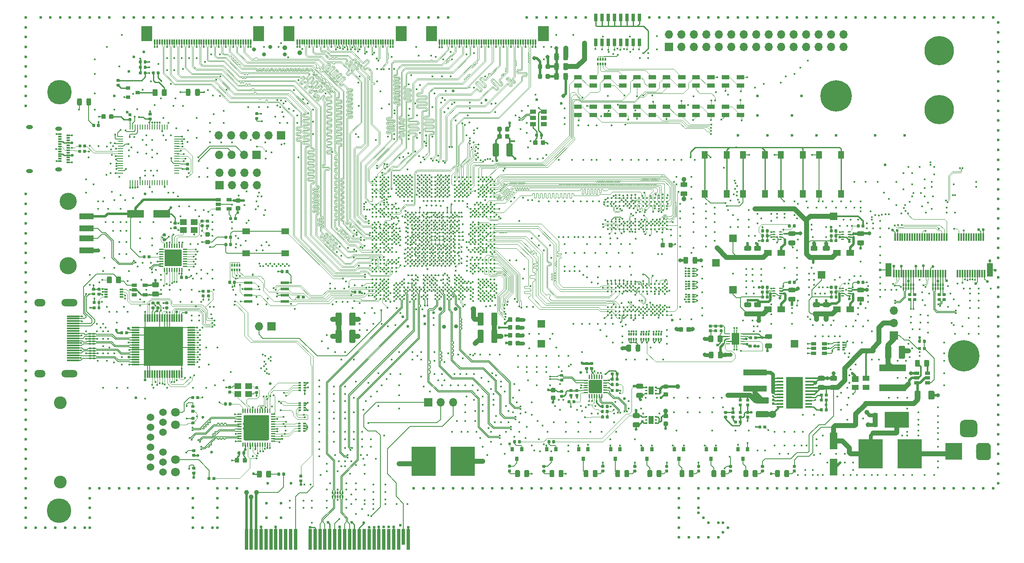
<source format=gtl>
G04 #@! TF.GenerationSoftware,KiCad,Pcbnew,5.1.0*
G04 #@! TF.CreationDate,2019-04-09T12:59:11+01:00*
G04 #@! TF.ProjectId,ecp5_mainboard,65637035-5f6d-4616-996e-626f6172642e,rev?*
G04 #@! TF.SameCoordinates,Original*
G04 #@! TF.FileFunction,Copper,L1,Top*
G04 #@! TF.FilePolarity,Positive*
%FSLAX46Y46*%
G04 Gerber Fmt 4.6, Leading zero omitted, Abs format (unit mm)*
G04 Created by KiCad (PCBNEW 5.1.0) date 2019-04-09 12:59:11*
%MOMM*%
%LPD*%
G04 APERTURE LIST*
%ADD10C,6.400000*%
%ADD11O,1.700000X1.700000*%
%ADD12R,1.700000X1.700000*%
%ADD13R,0.700000X0.300000*%
%ADD14O,1.400000X0.800000*%
%ADD15C,0.100000*%
%ADD16C,0.975000*%
%ADD17C,1.250000*%
%ADD18C,5.000000*%
%ADD19R,0.750000X4.200000*%
%ADD20R,0.750000X3.200000*%
%ADD21C,0.590000*%
%ADD22C,0.875000*%
%ADD23C,6.000000*%
%ADD24R,1.200000X2.750000*%
%ADD25R,0.300000X1.550000*%
%ADD26R,1.750000X0.550000*%
%ADD27R,0.300000X1.100000*%
%ADD28R,2.300000X3.100000*%
%ADD29R,1.500000X1.500000*%
%ADD30R,0.550000X0.300000*%
%ADD31R,0.550000X0.400000*%
%ADD32R,0.300000X0.550000*%
%ADD33R,0.400000X0.550000*%
%ADD34C,0.250000*%
%ADD35R,1.500000X0.900000*%
%ADD36R,1.550000X1.300000*%
%ADD37R,1.300000X1.550000*%
%ADD38R,1.600000X3.500000*%
%ADD39R,3.500000X1.600000*%
%ADD40C,3.500000*%
%ADD41C,3.000000*%
%ADD42R,3.500000X3.500000*%
%ADD43R,3.000000X1.250000*%
%ADD44C,0.400000*%
%ADD45R,1.400000X1.150000*%
%ADD46R,0.760000X1.600000*%
%ADD47R,5.000000X6.000000*%
%ADD48R,5.500000X1.430000*%
%ADD49R,2.600000X0.300000*%
%ADD50O,3.300000X1.500000*%
%ADD51O,2.300000X1.500000*%
%ADD52R,1.290000X0.890000*%
%ADD53C,2.600000*%
%ADD54C,1.800000*%
%ADD55C,1.524000*%
%ADD56C,1.000000*%
%ADD57C,0.300000*%
%ADD58R,4.700000X1.200000*%
%ADD59R,1.500000X1.200000*%
%ADD60C,2.700000*%
%ADD61C,3.450000*%
%ADD62C,5.150000*%
%ADD63R,0.300000X1.500000*%
%ADD64R,1.500000X0.300000*%
%ADD65R,8.000000X8.000000*%
%ADD66C,0.500000*%
%ADD67R,0.250000X1.000000*%
%ADD68R,1.000000X0.250000*%
%ADD69R,1.450000X0.450000*%
%ADD70R,3.400000X6.500000*%
%ADD71R,0.800000X0.300000*%
%ADD72R,0.850000X0.280000*%
%ADD73R,1.650000X2.400000*%
%ADD74R,0.280000X0.700000*%
%ADD75R,1.400000X1.000000*%
%ADD76R,1.400000X1.200000*%
%ADD77R,0.800000X0.900000*%
%ADD78R,0.900000X0.800000*%
%ADD79R,1.060000X0.650000*%
%ADD80R,1.000000X0.950000*%
%ADD81R,4.900000X3.200000*%
%ADD82R,0.400000X0.500000*%
%ADD83R,0.300000X0.500000*%
%ADD84R,0.500000X0.400000*%
%ADD85R,0.500000X0.300000*%
%ADD86C,0.800000*%
%ADD87C,0.600000*%
%ADD88C,1.500000*%
%ADD89C,0.110000*%
%ADD90C,0.088900*%
%ADD91C,0.200000*%
%ADD92C,0.500000*%
%ADD93C,0.800000*%
%ADD94C,0.250000*%
%ADD95C,1.000000*%
%ADD96C,0.350000*%
%ADD97C,0.150000*%
%ADD98C,0.170000*%
G04 APERTURE END LIST*
D10*
X232000000Y-94000000D03*
X206000000Y-41000000D03*
D11*
X80380000Y-53000000D03*
X82920000Y-53000000D03*
X85460000Y-53000000D03*
D12*
X88000000Y-53000000D03*
D13*
X47920000Y-48800000D03*
X47920000Y-49300000D03*
X47920000Y-49800000D03*
X47920000Y-50300000D03*
X47920000Y-50800000D03*
X47920000Y-51300000D03*
X47920000Y-51800000D03*
X47920000Y-52300000D03*
X47920000Y-52800000D03*
X47920000Y-53300000D03*
X47920000Y-53800000D03*
D14*
X41760000Y-47310000D03*
X41760000Y-56290000D03*
X47710000Y-55930000D03*
D13*
X47920000Y-54300000D03*
X49620000Y-54050000D03*
X49620000Y-52550000D03*
X49620000Y-53050000D03*
X49620000Y-53550000D03*
X49620000Y-54550000D03*
X49620000Y-52050000D03*
X49620000Y-51550000D03*
X49620000Y-51050000D03*
X49620000Y-50550000D03*
X49620000Y-50050000D03*
X49620000Y-49550000D03*
X49620000Y-49050000D03*
D14*
X47710000Y-47670000D03*
D11*
X217750000Y-84750000D03*
X217750000Y-87290000D03*
D12*
X217750000Y-89830000D03*
D15*
G36*
X192730142Y-91451174D02*
G01*
X192753803Y-91454684D01*
X192777007Y-91460496D01*
X192799529Y-91468554D01*
X192821153Y-91478782D01*
X192841670Y-91491079D01*
X192860883Y-91505329D01*
X192878607Y-91521393D01*
X192894671Y-91539117D01*
X192908921Y-91558330D01*
X192921218Y-91578847D01*
X192931446Y-91600471D01*
X192939504Y-91622993D01*
X192945316Y-91646197D01*
X192948826Y-91669858D01*
X192950000Y-91693750D01*
X192950000Y-92181250D01*
X192948826Y-92205142D01*
X192945316Y-92228803D01*
X192939504Y-92252007D01*
X192931446Y-92274529D01*
X192921218Y-92296153D01*
X192908921Y-92316670D01*
X192894671Y-92335883D01*
X192878607Y-92353607D01*
X192860883Y-92369671D01*
X192841670Y-92383921D01*
X192821153Y-92396218D01*
X192799529Y-92406446D01*
X192777007Y-92414504D01*
X192753803Y-92420316D01*
X192730142Y-92423826D01*
X192706250Y-92425000D01*
X191793750Y-92425000D01*
X191769858Y-92423826D01*
X191746197Y-92420316D01*
X191722993Y-92414504D01*
X191700471Y-92406446D01*
X191678847Y-92396218D01*
X191658330Y-92383921D01*
X191639117Y-92369671D01*
X191621393Y-92353607D01*
X191605329Y-92335883D01*
X191591079Y-92316670D01*
X191578782Y-92296153D01*
X191568554Y-92274529D01*
X191560496Y-92252007D01*
X191554684Y-92228803D01*
X191551174Y-92205142D01*
X191550000Y-92181250D01*
X191550000Y-91693750D01*
X191551174Y-91669858D01*
X191554684Y-91646197D01*
X191560496Y-91622993D01*
X191568554Y-91600471D01*
X191578782Y-91578847D01*
X191591079Y-91558330D01*
X191605329Y-91539117D01*
X191621393Y-91521393D01*
X191639117Y-91505329D01*
X191658330Y-91491079D01*
X191678847Y-91478782D01*
X191700471Y-91468554D01*
X191722993Y-91460496D01*
X191746197Y-91454684D01*
X191769858Y-91451174D01*
X191793750Y-91450000D01*
X192706250Y-91450000D01*
X192730142Y-91451174D01*
X192730142Y-91451174D01*
G37*
D16*
X192250000Y-91937500D03*
D15*
G36*
X192730142Y-89576174D02*
G01*
X192753803Y-89579684D01*
X192777007Y-89585496D01*
X192799529Y-89593554D01*
X192821153Y-89603782D01*
X192841670Y-89616079D01*
X192860883Y-89630329D01*
X192878607Y-89646393D01*
X192894671Y-89664117D01*
X192908921Y-89683330D01*
X192921218Y-89703847D01*
X192931446Y-89725471D01*
X192939504Y-89747993D01*
X192945316Y-89771197D01*
X192948826Y-89794858D01*
X192950000Y-89818750D01*
X192950000Y-90306250D01*
X192948826Y-90330142D01*
X192945316Y-90353803D01*
X192939504Y-90377007D01*
X192931446Y-90399529D01*
X192921218Y-90421153D01*
X192908921Y-90441670D01*
X192894671Y-90460883D01*
X192878607Y-90478607D01*
X192860883Y-90494671D01*
X192841670Y-90508921D01*
X192821153Y-90521218D01*
X192799529Y-90531446D01*
X192777007Y-90539504D01*
X192753803Y-90545316D01*
X192730142Y-90548826D01*
X192706250Y-90550000D01*
X191793750Y-90550000D01*
X191769858Y-90548826D01*
X191746197Y-90545316D01*
X191722993Y-90539504D01*
X191700471Y-90531446D01*
X191678847Y-90521218D01*
X191658330Y-90508921D01*
X191639117Y-90494671D01*
X191621393Y-90478607D01*
X191605329Y-90460883D01*
X191591079Y-90441670D01*
X191578782Y-90421153D01*
X191568554Y-90399529D01*
X191560496Y-90377007D01*
X191554684Y-90353803D01*
X191551174Y-90330142D01*
X191550000Y-90306250D01*
X191550000Y-89818750D01*
X191551174Y-89794858D01*
X191554684Y-89771197D01*
X191560496Y-89747993D01*
X191568554Y-89725471D01*
X191578782Y-89703847D01*
X191591079Y-89683330D01*
X191605329Y-89664117D01*
X191621393Y-89646393D01*
X191639117Y-89630329D01*
X191658330Y-89616079D01*
X191678847Y-89603782D01*
X191700471Y-89593554D01*
X191722993Y-89585496D01*
X191746197Y-89579684D01*
X191769858Y-89576174D01*
X191793750Y-89575000D01*
X192706250Y-89575000D01*
X192730142Y-89576174D01*
X192730142Y-89576174D01*
G37*
D16*
X192250000Y-90062500D03*
D15*
G36*
X139899504Y-50676204D02*
G01*
X139923773Y-50679804D01*
X139947571Y-50685765D01*
X139970671Y-50694030D01*
X139992849Y-50704520D01*
X140013893Y-50717133D01*
X140033598Y-50731747D01*
X140051777Y-50748223D01*
X140068253Y-50766402D01*
X140082867Y-50786107D01*
X140095480Y-50807151D01*
X140105970Y-50829329D01*
X140114235Y-50852429D01*
X140120196Y-50876227D01*
X140123796Y-50900496D01*
X140125000Y-50925000D01*
X140125000Y-53075000D01*
X140123796Y-53099504D01*
X140120196Y-53123773D01*
X140114235Y-53147571D01*
X140105970Y-53170671D01*
X140095480Y-53192849D01*
X140082867Y-53213893D01*
X140068253Y-53233598D01*
X140051777Y-53251777D01*
X140033598Y-53268253D01*
X140013893Y-53282867D01*
X139992849Y-53295480D01*
X139970671Y-53305970D01*
X139947571Y-53314235D01*
X139923773Y-53320196D01*
X139899504Y-53323796D01*
X139875000Y-53325000D01*
X139125000Y-53325000D01*
X139100496Y-53323796D01*
X139076227Y-53320196D01*
X139052429Y-53314235D01*
X139029329Y-53305970D01*
X139007151Y-53295480D01*
X138986107Y-53282867D01*
X138966402Y-53268253D01*
X138948223Y-53251777D01*
X138931747Y-53233598D01*
X138917133Y-53213893D01*
X138904520Y-53192849D01*
X138894030Y-53170671D01*
X138885765Y-53147571D01*
X138879804Y-53123773D01*
X138876204Y-53099504D01*
X138875000Y-53075000D01*
X138875000Y-50925000D01*
X138876204Y-50900496D01*
X138879804Y-50876227D01*
X138885765Y-50852429D01*
X138894030Y-50829329D01*
X138904520Y-50807151D01*
X138917133Y-50786107D01*
X138931747Y-50766402D01*
X138948223Y-50748223D01*
X138966402Y-50731747D01*
X138986107Y-50717133D01*
X139007151Y-50704520D01*
X139029329Y-50694030D01*
X139052429Y-50685765D01*
X139076227Y-50679804D01*
X139100496Y-50676204D01*
X139125000Y-50675000D01*
X139875000Y-50675000D01*
X139899504Y-50676204D01*
X139899504Y-50676204D01*
G37*
D17*
X139500000Y-52000000D03*
D15*
G36*
X137099504Y-50676204D02*
G01*
X137123773Y-50679804D01*
X137147571Y-50685765D01*
X137170671Y-50694030D01*
X137192849Y-50704520D01*
X137213893Y-50717133D01*
X137233598Y-50731747D01*
X137251777Y-50748223D01*
X137268253Y-50766402D01*
X137282867Y-50786107D01*
X137295480Y-50807151D01*
X137305970Y-50829329D01*
X137314235Y-50852429D01*
X137320196Y-50876227D01*
X137323796Y-50900496D01*
X137325000Y-50925000D01*
X137325000Y-53075000D01*
X137323796Y-53099504D01*
X137320196Y-53123773D01*
X137314235Y-53147571D01*
X137305970Y-53170671D01*
X137295480Y-53192849D01*
X137282867Y-53213893D01*
X137268253Y-53233598D01*
X137251777Y-53251777D01*
X137233598Y-53268253D01*
X137213893Y-53282867D01*
X137192849Y-53295480D01*
X137170671Y-53305970D01*
X137147571Y-53314235D01*
X137123773Y-53320196D01*
X137099504Y-53323796D01*
X137075000Y-53325000D01*
X136325000Y-53325000D01*
X136300496Y-53323796D01*
X136276227Y-53320196D01*
X136252429Y-53314235D01*
X136229329Y-53305970D01*
X136207151Y-53295480D01*
X136186107Y-53282867D01*
X136166402Y-53268253D01*
X136148223Y-53251777D01*
X136131747Y-53233598D01*
X136117133Y-53213893D01*
X136104520Y-53192849D01*
X136094030Y-53170671D01*
X136085765Y-53147571D01*
X136079804Y-53123773D01*
X136076204Y-53099504D01*
X136075000Y-53075000D01*
X136075000Y-50925000D01*
X136076204Y-50900496D01*
X136079804Y-50876227D01*
X136085765Y-50852429D01*
X136094030Y-50829329D01*
X136104520Y-50807151D01*
X136117133Y-50786107D01*
X136131747Y-50766402D01*
X136148223Y-50748223D01*
X136166402Y-50731747D01*
X136186107Y-50717133D01*
X136207151Y-50704520D01*
X136229329Y-50694030D01*
X136252429Y-50685765D01*
X136276227Y-50679804D01*
X136300496Y-50676204D01*
X136325000Y-50675000D01*
X137075000Y-50675000D01*
X137099504Y-50676204D01*
X137099504Y-50676204D01*
G37*
D17*
X136700000Y-52000000D03*
D18*
X47800000Y-40200000D03*
X47750000Y-125550000D03*
D19*
X118900000Y-131400000D03*
D20*
X117900000Y-130900000D03*
D19*
X116900000Y-131400000D03*
X115900000Y-131400000D03*
X114900000Y-131400000D03*
X113900000Y-131400000D03*
X112900000Y-131400000D03*
X111900000Y-131400000D03*
X110900000Y-131400000D03*
X109900000Y-131400000D03*
X108900000Y-131400000D03*
X107900000Y-131400000D03*
X106900000Y-131400000D03*
X105900000Y-131400000D03*
X104900000Y-131400000D03*
X103900000Y-131400000D03*
X102900000Y-131400000D03*
X101900000Y-131400000D03*
X100900000Y-131400000D03*
X99900000Y-131400000D03*
X98900000Y-131400000D03*
X95900000Y-131400000D03*
X94900000Y-131400000D03*
X93900000Y-131400000D03*
X92900000Y-131400000D03*
X91900000Y-131400000D03*
X90900000Y-131400000D03*
X89900000Y-131400000D03*
X88900000Y-131400000D03*
X87900000Y-131400000D03*
X86900000Y-131400000D03*
X85900000Y-131400000D03*
D15*
G36*
X155386958Y-95270710D02*
G01*
X155401276Y-95272834D01*
X155415317Y-95276351D01*
X155428946Y-95281228D01*
X155442031Y-95287417D01*
X155454447Y-95294858D01*
X155466073Y-95303481D01*
X155476798Y-95313202D01*
X155486519Y-95323927D01*
X155495142Y-95335553D01*
X155502583Y-95347969D01*
X155508772Y-95361054D01*
X155513649Y-95374683D01*
X155517166Y-95388724D01*
X155519290Y-95403042D01*
X155520000Y-95417500D01*
X155520000Y-95712500D01*
X155519290Y-95726958D01*
X155517166Y-95741276D01*
X155513649Y-95755317D01*
X155508772Y-95768946D01*
X155502583Y-95782031D01*
X155495142Y-95794447D01*
X155486519Y-95806073D01*
X155476798Y-95816798D01*
X155466073Y-95826519D01*
X155454447Y-95835142D01*
X155442031Y-95842583D01*
X155428946Y-95848772D01*
X155415317Y-95853649D01*
X155401276Y-95857166D01*
X155386958Y-95859290D01*
X155372500Y-95860000D01*
X155027500Y-95860000D01*
X155013042Y-95859290D01*
X154998724Y-95857166D01*
X154984683Y-95853649D01*
X154971054Y-95848772D01*
X154957969Y-95842583D01*
X154945553Y-95835142D01*
X154933927Y-95826519D01*
X154923202Y-95816798D01*
X154913481Y-95806073D01*
X154904858Y-95794447D01*
X154897417Y-95782031D01*
X154891228Y-95768946D01*
X154886351Y-95755317D01*
X154882834Y-95741276D01*
X154880710Y-95726958D01*
X154880000Y-95712500D01*
X154880000Y-95417500D01*
X154880710Y-95403042D01*
X154882834Y-95388724D01*
X154886351Y-95374683D01*
X154891228Y-95361054D01*
X154897417Y-95347969D01*
X154904858Y-95335553D01*
X154913481Y-95323927D01*
X154923202Y-95313202D01*
X154933927Y-95303481D01*
X154945553Y-95294858D01*
X154957969Y-95287417D01*
X154971054Y-95281228D01*
X154984683Y-95276351D01*
X154998724Y-95272834D01*
X155013042Y-95270710D01*
X155027500Y-95270000D01*
X155372500Y-95270000D01*
X155386958Y-95270710D01*
X155386958Y-95270710D01*
G37*
D21*
X155200000Y-95565000D03*
D15*
G36*
X155386958Y-96240710D02*
G01*
X155401276Y-96242834D01*
X155415317Y-96246351D01*
X155428946Y-96251228D01*
X155442031Y-96257417D01*
X155454447Y-96264858D01*
X155466073Y-96273481D01*
X155476798Y-96283202D01*
X155486519Y-96293927D01*
X155495142Y-96305553D01*
X155502583Y-96317969D01*
X155508772Y-96331054D01*
X155513649Y-96344683D01*
X155517166Y-96358724D01*
X155519290Y-96373042D01*
X155520000Y-96387500D01*
X155520000Y-96682500D01*
X155519290Y-96696958D01*
X155517166Y-96711276D01*
X155513649Y-96725317D01*
X155508772Y-96738946D01*
X155502583Y-96752031D01*
X155495142Y-96764447D01*
X155486519Y-96776073D01*
X155476798Y-96786798D01*
X155466073Y-96796519D01*
X155454447Y-96805142D01*
X155442031Y-96812583D01*
X155428946Y-96818772D01*
X155415317Y-96823649D01*
X155401276Y-96827166D01*
X155386958Y-96829290D01*
X155372500Y-96830000D01*
X155027500Y-96830000D01*
X155013042Y-96829290D01*
X154998724Y-96827166D01*
X154984683Y-96823649D01*
X154971054Y-96818772D01*
X154957969Y-96812583D01*
X154945553Y-96805142D01*
X154933927Y-96796519D01*
X154923202Y-96786798D01*
X154913481Y-96776073D01*
X154904858Y-96764447D01*
X154897417Y-96752031D01*
X154891228Y-96738946D01*
X154886351Y-96725317D01*
X154882834Y-96711276D01*
X154880710Y-96696958D01*
X154880000Y-96682500D01*
X154880000Y-96387500D01*
X154880710Y-96373042D01*
X154882834Y-96358724D01*
X154886351Y-96344683D01*
X154891228Y-96331054D01*
X154897417Y-96317969D01*
X154904858Y-96305553D01*
X154913481Y-96293927D01*
X154923202Y-96283202D01*
X154933927Y-96273481D01*
X154945553Y-96264858D01*
X154957969Y-96257417D01*
X154971054Y-96251228D01*
X154984683Y-96246351D01*
X154998724Y-96242834D01*
X155013042Y-96240710D01*
X155027500Y-96240000D01*
X155372500Y-96240000D01*
X155386958Y-96240710D01*
X155386958Y-96240710D01*
G37*
D21*
X155200000Y-96535000D03*
D15*
G36*
X156386958Y-95270710D02*
G01*
X156401276Y-95272834D01*
X156415317Y-95276351D01*
X156428946Y-95281228D01*
X156442031Y-95287417D01*
X156454447Y-95294858D01*
X156466073Y-95303481D01*
X156476798Y-95313202D01*
X156486519Y-95323927D01*
X156495142Y-95335553D01*
X156502583Y-95347969D01*
X156508772Y-95361054D01*
X156513649Y-95374683D01*
X156517166Y-95388724D01*
X156519290Y-95403042D01*
X156520000Y-95417500D01*
X156520000Y-95712500D01*
X156519290Y-95726958D01*
X156517166Y-95741276D01*
X156513649Y-95755317D01*
X156508772Y-95768946D01*
X156502583Y-95782031D01*
X156495142Y-95794447D01*
X156486519Y-95806073D01*
X156476798Y-95816798D01*
X156466073Y-95826519D01*
X156454447Y-95835142D01*
X156442031Y-95842583D01*
X156428946Y-95848772D01*
X156415317Y-95853649D01*
X156401276Y-95857166D01*
X156386958Y-95859290D01*
X156372500Y-95860000D01*
X156027500Y-95860000D01*
X156013042Y-95859290D01*
X155998724Y-95857166D01*
X155984683Y-95853649D01*
X155971054Y-95848772D01*
X155957969Y-95842583D01*
X155945553Y-95835142D01*
X155933927Y-95826519D01*
X155923202Y-95816798D01*
X155913481Y-95806073D01*
X155904858Y-95794447D01*
X155897417Y-95782031D01*
X155891228Y-95768946D01*
X155886351Y-95755317D01*
X155882834Y-95741276D01*
X155880710Y-95726958D01*
X155880000Y-95712500D01*
X155880000Y-95417500D01*
X155880710Y-95403042D01*
X155882834Y-95388724D01*
X155886351Y-95374683D01*
X155891228Y-95361054D01*
X155897417Y-95347969D01*
X155904858Y-95335553D01*
X155913481Y-95323927D01*
X155923202Y-95313202D01*
X155933927Y-95303481D01*
X155945553Y-95294858D01*
X155957969Y-95287417D01*
X155971054Y-95281228D01*
X155984683Y-95276351D01*
X155998724Y-95272834D01*
X156013042Y-95270710D01*
X156027500Y-95270000D01*
X156372500Y-95270000D01*
X156386958Y-95270710D01*
X156386958Y-95270710D01*
G37*
D21*
X156200000Y-95565000D03*
D15*
G36*
X156386958Y-96240710D02*
G01*
X156401276Y-96242834D01*
X156415317Y-96246351D01*
X156428946Y-96251228D01*
X156442031Y-96257417D01*
X156454447Y-96264858D01*
X156466073Y-96273481D01*
X156476798Y-96283202D01*
X156486519Y-96293927D01*
X156495142Y-96305553D01*
X156502583Y-96317969D01*
X156508772Y-96331054D01*
X156513649Y-96344683D01*
X156517166Y-96358724D01*
X156519290Y-96373042D01*
X156520000Y-96387500D01*
X156520000Y-96682500D01*
X156519290Y-96696958D01*
X156517166Y-96711276D01*
X156513649Y-96725317D01*
X156508772Y-96738946D01*
X156502583Y-96752031D01*
X156495142Y-96764447D01*
X156486519Y-96776073D01*
X156476798Y-96786798D01*
X156466073Y-96796519D01*
X156454447Y-96805142D01*
X156442031Y-96812583D01*
X156428946Y-96818772D01*
X156415317Y-96823649D01*
X156401276Y-96827166D01*
X156386958Y-96829290D01*
X156372500Y-96830000D01*
X156027500Y-96830000D01*
X156013042Y-96829290D01*
X155998724Y-96827166D01*
X155984683Y-96823649D01*
X155971054Y-96818772D01*
X155957969Y-96812583D01*
X155945553Y-96805142D01*
X155933927Y-96796519D01*
X155923202Y-96786798D01*
X155913481Y-96776073D01*
X155904858Y-96764447D01*
X155897417Y-96752031D01*
X155891228Y-96738946D01*
X155886351Y-96725317D01*
X155882834Y-96711276D01*
X155880710Y-96696958D01*
X155880000Y-96682500D01*
X155880000Y-96387500D01*
X155880710Y-96373042D01*
X155882834Y-96358724D01*
X155886351Y-96344683D01*
X155891228Y-96331054D01*
X155897417Y-96317969D01*
X155904858Y-96305553D01*
X155913481Y-96293927D01*
X155923202Y-96283202D01*
X155933927Y-96273481D01*
X155945553Y-96264858D01*
X155957969Y-96257417D01*
X155971054Y-96251228D01*
X155984683Y-96246351D01*
X155998724Y-96242834D01*
X156013042Y-96240710D01*
X156027500Y-96240000D01*
X156372500Y-96240000D01*
X156386958Y-96240710D01*
X156386958Y-96240710D01*
G37*
D21*
X156200000Y-96535000D03*
D15*
G36*
X158576958Y-103980710D02*
G01*
X158591276Y-103982834D01*
X158605317Y-103986351D01*
X158618946Y-103991228D01*
X158632031Y-103997417D01*
X158644447Y-104004858D01*
X158656073Y-104013481D01*
X158666798Y-104023202D01*
X158676519Y-104033927D01*
X158685142Y-104045553D01*
X158692583Y-104057969D01*
X158698772Y-104071054D01*
X158703649Y-104084683D01*
X158707166Y-104098724D01*
X158709290Y-104113042D01*
X158710000Y-104127500D01*
X158710000Y-104472500D01*
X158709290Y-104486958D01*
X158707166Y-104501276D01*
X158703649Y-104515317D01*
X158698772Y-104528946D01*
X158692583Y-104542031D01*
X158685142Y-104554447D01*
X158676519Y-104566073D01*
X158666798Y-104576798D01*
X158656073Y-104586519D01*
X158644447Y-104595142D01*
X158632031Y-104602583D01*
X158618946Y-104608772D01*
X158605317Y-104613649D01*
X158591276Y-104617166D01*
X158576958Y-104619290D01*
X158562500Y-104620000D01*
X158267500Y-104620000D01*
X158253042Y-104619290D01*
X158238724Y-104617166D01*
X158224683Y-104613649D01*
X158211054Y-104608772D01*
X158197969Y-104602583D01*
X158185553Y-104595142D01*
X158173927Y-104586519D01*
X158163202Y-104576798D01*
X158153481Y-104566073D01*
X158144858Y-104554447D01*
X158137417Y-104542031D01*
X158131228Y-104528946D01*
X158126351Y-104515317D01*
X158122834Y-104501276D01*
X158120710Y-104486958D01*
X158120000Y-104472500D01*
X158120000Y-104127500D01*
X158120710Y-104113042D01*
X158122834Y-104098724D01*
X158126351Y-104084683D01*
X158131228Y-104071054D01*
X158137417Y-104057969D01*
X158144858Y-104045553D01*
X158153481Y-104033927D01*
X158163202Y-104023202D01*
X158173927Y-104013481D01*
X158185553Y-104004858D01*
X158197969Y-103997417D01*
X158211054Y-103991228D01*
X158224683Y-103986351D01*
X158238724Y-103982834D01*
X158253042Y-103980710D01*
X158267500Y-103980000D01*
X158562500Y-103980000D01*
X158576958Y-103980710D01*
X158576958Y-103980710D01*
G37*
D21*
X158415000Y-104300000D03*
D15*
G36*
X159546958Y-103980710D02*
G01*
X159561276Y-103982834D01*
X159575317Y-103986351D01*
X159588946Y-103991228D01*
X159602031Y-103997417D01*
X159614447Y-104004858D01*
X159626073Y-104013481D01*
X159636798Y-104023202D01*
X159646519Y-104033927D01*
X159655142Y-104045553D01*
X159662583Y-104057969D01*
X159668772Y-104071054D01*
X159673649Y-104084683D01*
X159677166Y-104098724D01*
X159679290Y-104113042D01*
X159680000Y-104127500D01*
X159680000Y-104472500D01*
X159679290Y-104486958D01*
X159677166Y-104501276D01*
X159673649Y-104515317D01*
X159668772Y-104528946D01*
X159662583Y-104542031D01*
X159655142Y-104554447D01*
X159646519Y-104566073D01*
X159636798Y-104576798D01*
X159626073Y-104586519D01*
X159614447Y-104595142D01*
X159602031Y-104602583D01*
X159588946Y-104608772D01*
X159575317Y-104613649D01*
X159561276Y-104617166D01*
X159546958Y-104619290D01*
X159532500Y-104620000D01*
X159237500Y-104620000D01*
X159223042Y-104619290D01*
X159208724Y-104617166D01*
X159194683Y-104613649D01*
X159181054Y-104608772D01*
X159167969Y-104602583D01*
X159155553Y-104595142D01*
X159143927Y-104586519D01*
X159133202Y-104576798D01*
X159123481Y-104566073D01*
X159114858Y-104554447D01*
X159107417Y-104542031D01*
X159101228Y-104528946D01*
X159096351Y-104515317D01*
X159092834Y-104501276D01*
X159090710Y-104486958D01*
X159090000Y-104472500D01*
X159090000Y-104127500D01*
X159090710Y-104113042D01*
X159092834Y-104098724D01*
X159096351Y-104084683D01*
X159101228Y-104071054D01*
X159107417Y-104057969D01*
X159114858Y-104045553D01*
X159123481Y-104033927D01*
X159133202Y-104023202D01*
X159143927Y-104013481D01*
X159155553Y-104004858D01*
X159167969Y-103997417D01*
X159181054Y-103991228D01*
X159194683Y-103986351D01*
X159208724Y-103982834D01*
X159223042Y-103980710D01*
X159237500Y-103980000D01*
X159532500Y-103980000D01*
X159546958Y-103980710D01*
X159546958Y-103980710D01*
G37*
D21*
X159385000Y-104300000D03*
D15*
G36*
X145191958Y-48680710D02*
G01*
X145206276Y-48682834D01*
X145220317Y-48686351D01*
X145233946Y-48691228D01*
X145247031Y-48697417D01*
X145259447Y-48704858D01*
X145271073Y-48713481D01*
X145281798Y-48723202D01*
X145291519Y-48733927D01*
X145300142Y-48745553D01*
X145307583Y-48757969D01*
X145313772Y-48771054D01*
X145318649Y-48784683D01*
X145322166Y-48798724D01*
X145324290Y-48813042D01*
X145325000Y-48827500D01*
X145325000Y-49172500D01*
X145324290Y-49186958D01*
X145322166Y-49201276D01*
X145318649Y-49215317D01*
X145313772Y-49228946D01*
X145307583Y-49242031D01*
X145300142Y-49254447D01*
X145291519Y-49266073D01*
X145281798Y-49276798D01*
X145271073Y-49286519D01*
X145259447Y-49295142D01*
X145247031Y-49302583D01*
X145233946Y-49308772D01*
X145220317Y-49313649D01*
X145206276Y-49317166D01*
X145191958Y-49319290D01*
X145177500Y-49320000D01*
X144882500Y-49320000D01*
X144868042Y-49319290D01*
X144853724Y-49317166D01*
X144839683Y-49313649D01*
X144826054Y-49308772D01*
X144812969Y-49302583D01*
X144800553Y-49295142D01*
X144788927Y-49286519D01*
X144778202Y-49276798D01*
X144768481Y-49266073D01*
X144759858Y-49254447D01*
X144752417Y-49242031D01*
X144746228Y-49228946D01*
X144741351Y-49215317D01*
X144737834Y-49201276D01*
X144735710Y-49186958D01*
X144735000Y-49172500D01*
X144735000Y-48827500D01*
X144735710Y-48813042D01*
X144737834Y-48798724D01*
X144741351Y-48784683D01*
X144746228Y-48771054D01*
X144752417Y-48757969D01*
X144759858Y-48745553D01*
X144768481Y-48733927D01*
X144778202Y-48723202D01*
X144788927Y-48713481D01*
X144800553Y-48704858D01*
X144812969Y-48697417D01*
X144826054Y-48691228D01*
X144839683Y-48686351D01*
X144853724Y-48682834D01*
X144868042Y-48680710D01*
X144882500Y-48680000D01*
X145177500Y-48680000D01*
X145191958Y-48680710D01*
X145191958Y-48680710D01*
G37*
D21*
X145030000Y-49000000D03*
D15*
G36*
X146161958Y-48680710D02*
G01*
X146176276Y-48682834D01*
X146190317Y-48686351D01*
X146203946Y-48691228D01*
X146217031Y-48697417D01*
X146229447Y-48704858D01*
X146241073Y-48713481D01*
X146251798Y-48723202D01*
X146261519Y-48733927D01*
X146270142Y-48745553D01*
X146277583Y-48757969D01*
X146283772Y-48771054D01*
X146288649Y-48784683D01*
X146292166Y-48798724D01*
X146294290Y-48813042D01*
X146295000Y-48827500D01*
X146295000Y-49172500D01*
X146294290Y-49186958D01*
X146292166Y-49201276D01*
X146288649Y-49215317D01*
X146283772Y-49228946D01*
X146277583Y-49242031D01*
X146270142Y-49254447D01*
X146261519Y-49266073D01*
X146251798Y-49276798D01*
X146241073Y-49286519D01*
X146229447Y-49295142D01*
X146217031Y-49302583D01*
X146203946Y-49308772D01*
X146190317Y-49313649D01*
X146176276Y-49317166D01*
X146161958Y-49319290D01*
X146147500Y-49320000D01*
X145852500Y-49320000D01*
X145838042Y-49319290D01*
X145823724Y-49317166D01*
X145809683Y-49313649D01*
X145796054Y-49308772D01*
X145782969Y-49302583D01*
X145770553Y-49295142D01*
X145758927Y-49286519D01*
X145748202Y-49276798D01*
X145738481Y-49266073D01*
X145729858Y-49254447D01*
X145722417Y-49242031D01*
X145716228Y-49228946D01*
X145711351Y-49215317D01*
X145707834Y-49201276D01*
X145705710Y-49186958D01*
X145705000Y-49172500D01*
X145705000Y-48827500D01*
X145705710Y-48813042D01*
X145707834Y-48798724D01*
X145711351Y-48784683D01*
X145716228Y-48771054D01*
X145722417Y-48757969D01*
X145729858Y-48745553D01*
X145738481Y-48733927D01*
X145748202Y-48723202D01*
X145758927Y-48713481D01*
X145770553Y-48704858D01*
X145782969Y-48697417D01*
X145796054Y-48691228D01*
X145809683Y-48686351D01*
X145823724Y-48682834D01*
X145838042Y-48680710D01*
X145852500Y-48680000D01*
X146147500Y-48680000D01*
X146161958Y-48680710D01*
X146161958Y-48680710D01*
G37*
D21*
X146000000Y-49000000D03*
D15*
G36*
X146565191Y-50026053D02*
G01*
X146586426Y-50029203D01*
X146607250Y-50034419D01*
X146627462Y-50041651D01*
X146646868Y-50050830D01*
X146665281Y-50061866D01*
X146682524Y-50074654D01*
X146698430Y-50089070D01*
X146712846Y-50104976D01*
X146725634Y-50122219D01*
X146736670Y-50140632D01*
X146745849Y-50160038D01*
X146753081Y-50180250D01*
X146758297Y-50201074D01*
X146761447Y-50222309D01*
X146762500Y-50243750D01*
X146762500Y-50756250D01*
X146761447Y-50777691D01*
X146758297Y-50798926D01*
X146753081Y-50819750D01*
X146745849Y-50839962D01*
X146736670Y-50859368D01*
X146725634Y-50877781D01*
X146712846Y-50895024D01*
X146698430Y-50910930D01*
X146682524Y-50925346D01*
X146665281Y-50938134D01*
X146646868Y-50949170D01*
X146627462Y-50958349D01*
X146607250Y-50965581D01*
X146586426Y-50970797D01*
X146565191Y-50973947D01*
X146543750Y-50975000D01*
X146106250Y-50975000D01*
X146084809Y-50973947D01*
X146063574Y-50970797D01*
X146042750Y-50965581D01*
X146022538Y-50958349D01*
X146003132Y-50949170D01*
X145984719Y-50938134D01*
X145967476Y-50925346D01*
X145951570Y-50910930D01*
X145937154Y-50895024D01*
X145924366Y-50877781D01*
X145913330Y-50859368D01*
X145904151Y-50839962D01*
X145896919Y-50819750D01*
X145891703Y-50798926D01*
X145888553Y-50777691D01*
X145887500Y-50756250D01*
X145887500Y-50243750D01*
X145888553Y-50222309D01*
X145891703Y-50201074D01*
X145896919Y-50180250D01*
X145904151Y-50160038D01*
X145913330Y-50140632D01*
X145924366Y-50122219D01*
X145937154Y-50104976D01*
X145951570Y-50089070D01*
X145967476Y-50074654D01*
X145984719Y-50061866D01*
X146003132Y-50050830D01*
X146022538Y-50041651D01*
X146042750Y-50034419D01*
X146063574Y-50029203D01*
X146084809Y-50026053D01*
X146106250Y-50025000D01*
X146543750Y-50025000D01*
X146565191Y-50026053D01*
X146565191Y-50026053D01*
G37*
D22*
X146325000Y-50500000D03*
D15*
G36*
X144990191Y-50026053D02*
G01*
X145011426Y-50029203D01*
X145032250Y-50034419D01*
X145052462Y-50041651D01*
X145071868Y-50050830D01*
X145090281Y-50061866D01*
X145107524Y-50074654D01*
X145123430Y-50089070D01*
X145137846Y-50104976D01*
X145150634Y-50122219D01*
X145161670Y-50140632D01*
X145170849Y-50160038D01*
X145178081Y-50180250D01*
X145183297Y-50201074D01*
X145186447Y-50222309D01*
X145187500Y-50243750D01*
X145187500Y-50756250D01*
X145186447Y-50777691D01*
X145183297Y-50798926D01*
X145178081Y-50819750D01*
X145170849Y-50839962D01*
X145161670Y-50859368D01*
X145150634Y-50877781D01*
X145137846Y-50895024D01*
X145123430Y-50910930D01*
X145107524Y-50925346D01*
X145090281Y-50938134D01*
X145071868Y-50949170D01*
X145052462Y-50958349D01*
X145032250Y-50965581D01*
X145011426Y-50970797D01*
X144990191Y-50973947D01*
X144968750Y-50975000D01*
X144531250Y-50975000D01*
X144509809Y-50973947D01*
X144488574Y-50970797D01*
X144467750Y-50965581D01*
X144447538Y-50958349D01*
X144428132Y-50949170D01*
X144409719Y-50938134D01*
X144392476Y-50925346D01*
X144376570Y-50910930D01*
X144362154Y-50895024D01*
X144349366Y-50877781D01*
X144338330Y-50859368D01*
X144329151Y-50839962D01*
X144321919Y-50819750D01*
X144316703Y-50798926D01*
X144313553Y-50777691D01*
X144312500Y-50756250D01*
X144312500Y-50243750D01*
X144313553Y-50222309D01*
X144316703Y-50201074D01*
X144321919Y-50180250D01*
X144329151Y-50160038D01*
X144338330Y-50140632D01*
X144349366Y-50122219D01*
X144362154Y-50104976D01*
X144376570Y-50089070D01*
X144392476Y-50074654D01*
X144409719Y-50061866D01*
X144428132Y-50050830D01*
X144447538Y-50041651D01*
X144467750Y-50034419D01*
X144488574Y-50029203D01*
X144509809Y-50026053D01*
X144531250Y-50025000D01*
X144968750Y-50025000D01*
X144990191Y-50026053D01*
X144990191Y-50026053D01*
G37*
D22*
X144750000Y-50500000D03*
D23*
X227000000Y-31750000D03*
X227000000Y-43750000D03*
D24*
X216650000Y-76500000D03*
X237350000Y-76500000D03*
D25*
X217750000Y-77250000D03*
X218000000Y-69750000D03*
X218250000Y-77250000D03*
X218500000Y-69750000D03*
X218750000Y-77250000D03*
X219000000Y-69750000D03*
X219250000Y-77250000D03*
X219500000Y-69750000D03*
X219750000Y-77250000D03*
X220000000Y-69750000D03*
X220250000Y-77250000D03*
X220500000Y-69750000D03*
X220750000Y-77250000D03*
X221000000Y-69750000D03*
X221250000Y-77250000D03*
X221500000Y-69750000D03*
X221750000Y-77250000D03*
X222000000Y-69750000D03*
X222250000Y-77250000D03*
X222500000Y-69750000D03*
X222750000Y-77250000D03*
X223000000Y-69750000D03*
X223250000Y-77250000D03*
X223500000Y-69750000D03*
X223750000Y-77250000D03*
X224000000Y-69750000D03*
X224250000Y-77250000D03*
X224500000Y-69750000D03*
X224750000Y-77250000D03*
X225000000Y-69750000D03*
X225250000Y-77250000D03*
X225500000Y-69750000D03*
X225750000Y-77250000D03*
X226000000Y-69750000D03*
X226250000Y-77250000D03*
X226500000Y-69750000D03*
X226750000Y-77250000D03*
X227000000Y-69750000D03*
X227250000Y-77250000D03*
X227500000Y-69750000D03*
X227750000Y-77250000D03*
X228000000Y-69750000D03*
X228250000Y-77250000D03*
X228500000Y-69750000D03*
X230750000Y-77250000D03*
X231000000Y-69750000D03*
X231250000Y-77250000D03*
X231500000Y-69750000D03*
X231750000Y-77250000D03*
X232000000Y-69750000D03*
X232250000Y-77250000D03*
X232500000Y-69750000D03*
X232750000Y-77250000D03*
X233000000Y-69750000D03*
X233250000Y-77250000D03*
X233500000Y-69750000D03*
X233750000Y-77250000D03*
X234000000Y-69750000D03*
X234250000Y-77250000D03*
X234500000Y-69750000D03*
X234750000Y-77250000D03*
X235000000Y-69750000D03*
X235250000Y-77250000D03*
X235500000Y-69750000D03*
X235750000Y-77250000D03*
X236000000Y-69750000D03*
X236250000Y-77250000D03*
D26*
X93700000Y-79095000D03*
X93700000Y-80365000D03*
X93700000Y-81635000D03*
X93700000Y-82905000D03*
X86300000Y-82905000D03*
X86300000Y-81635000D03*
X86300000Y-80365000D03*
X86300000Y-79095000D03*
D27*
X144750000Y-30000000D03*
X144250000Y-30000000D03*
X143750000Y-30000000D03*
X143250000Y-30000000D03*
X142750000Y-30000000D03*
X142250000Y-30000000D03*
X141750000Y-30000000D03*
X141250000Y-30000000D03*
X140750000Y-30000000D03*
X140250000Y-30000000D03*
X139750000Y-30000000D03*
X139250000Y-30000000D03*
X138750000Y-30000000D03*
X138250000Y-30000000D03*
X137750000Y-30000000D03*
X137250000Y-30000000D03*
X136750000Y-30000000D03*
X136250000Y-30000000D03*
X135750000Y-30000000D03*
X135250000Y-30000000D03*
X134750000Y-30000000D03*
X134250000Y-30000000D03*
X133750000Y-30000000D03*
X133250000Y-30000000D03*
X132750000Y-30000000D03*
X132250000Y-30000000D03*
X131750000Y-30000000D03*
X131250000Y-30000000D03*
X130750000Y-30000000D03*
X130250000Y-30000000D03*
X129750000Y-30000000D03*
X129250000Y-30000000D03*
X128750000Y-30000000D03*
X128250000Y-30000000D03*
X127750000Y-30000000D03*
X127250000Y-30000000D03*
X126750000Y-30000000D03*
X126250000Y-30000000D03*
X125750000Y-30000000D03*
X125250000Y-30000000D03*
D28*
X123580000Y-28300000D03*
X146420000Y-28300000D03*
D29*
X185000000Y-70000000D03*
X146000000Y-91500000D03*
X203000000Y-77500000D03*
X185000000Y-80500000D03*
X205500000Y-65500000D03*
X197500000Y-91500000D03*
X146000000Y-87500000D03*
X181500000Y-75000000D03*
D30*
X54870000Y-94500000D03*
X54870000Y-94000000D03*
D31*
X54870000Y-93500000D03*
D30*
X54870000Y-93000000D03*
X54870000Y-92500000D03*
X54100000Y-92500000D03*
X54100000Y-93000000D03*
D31*
X54100000Y-93500000D03*
D30*
X54100000Y-94000000D03*
X54100000Y-94500000D03*
D32*
X103500000Y-122680000D03*
X104000000Y-122680000D03*
D33*
X104500000Y-122680000D03*
D32*
X105000000Y-122680000D03*
X105500000Y-122680000D03*
X105500000Y-121910000D03*
X105000000Y-121910000D03*
D33*
X104500000Y-121910000D03*
D32*
X104000000Y-121910000D03*
X103500000Y-121910000D03*
X227750000Y-79480000D03*
X227250000Y-79480000D03*
D33*
X226750000Y-79480000D03*
D32*
X226250000Y-79480000D03*
X225750000Y-79480000D03*
X225750000Y-80250000D03*
X226250000Y-80250000D03*
D33*
X226750000Y-80250000D03*
D32*
X227250000Y-80250000D03*
X227750000Y-80250000D03*
D30*
X54800000Y-91500000D03*
X54800000Y-91000000D03*
D31*
X54800000Y-90500000D03*
D30*
X54800000Y-90000000D03*
X54800000Y-89500000D03*
X54030000Y-89500000D03*
X54030000Y-90000000D03*
D31*
X54030000Y-90500000D03*
D30*
X54030000Y-91000000D03*
X54030000Y-91500000D03*
D32*
X221750000Y-79500000D03*
X221250000Y-79500000D03*
D33*
X220750000Y-79500000D03*
D32*
X220250000Y-79500000D03*
X219750000Y-79500000D03*
X219750000Y-80270000D03*
X220250000Y-80270000D03*
D33*
X220750000Y-80270000D03*
D32*
X221250000Y-80270000D03*
X221750000Y-80270000D03*
D15*
G36*
X193554901Y-68625241D02*
G01*
X193559755Y-68625961D01*
X193564514Y-68627153D01*
X193569134Y-68628806D01*
X193573570Y-68630904D01*
X193577779Y-68633427D01*
X193581720Y-68636349D01*
X193585355Y-68639645D01*
X193588651Y-68643280D01*
X193591573Y-68647221D01*
X193594096Y-68651430D01*
X193596194Y-68655866D01*
X193597847Y-68660486D01*
X193599039Y-68665245D01*
X193599759Y-68670099D01*
X193600000Y-68675000D01*
X193600000Y-68825000D01*
X193599759Y-68829901D01*
X193599039Y-68834755D01*
X193597847Y-68839514D01*
X193596194Y-68844134D01*
X193594096Y-68848570D01*
X193591573Y-68852779D01*
X193588651Y-68856720D01*
X193585355Y-68860355D01*
X193581720Y-68863651D01*
X193577779Y-68866573D01*
X193573570Y-68869096D01*
X193569134Y-68871194D01*
X193564514Y-68872847D01*
X193559755Y-68874039D01*
X193554901Y-68874759D01*
X193550000Y-68875000D01*
X193100000Y-68875000D01*
X193095099Y-68874759D01*
X193090245Y-68874039D01*
X193085486Y-68872847D01*
X193080866Y-68871194D01*
X193076430Y-68869096D01*
X193072221Y-68866573D01*
X193068280Y-68863651D01*
X193064645Y-68860355D01*
X193061349Y-68856720D01*
X193058427Y-68852779D01*
X193055904Y-68848570D01*
X193053806Y-68844134D01*
X193052153Y-68839514D01*
X193050961Y-68834755D01*
X193050241Y-68829901D01*
X193050000Y-68825000D01*
X193050000Y-68675000D01*
X193050241Y-68670099D01*
X193050961Y-68665245D01*
X193052153Y-68660486D01*
X193053806Y-68655866D01*
X193055904Y-68651430D01*
X193058427Y-68647221D01*
X193061349Y-68643280D01*
X193064645Y-68639645D01*
X193068280Y-68636349D01*
X193072221Y-68633427D01*
X193076430Y-68630904D01*
X193080866Y-68628806D01*
X193085486Y-68627153D01*
X193090245Y-68625961D01*
X193095099Y-68625241D01*
X193100000Y-68625000D01*
X193550000Y-68625000D01*
X193554901Y-68625241D01*
X193554901Y-68625241D01*
G37*
D34*
X193325000Y-68750000D03*
D15*
G36*
X193554901Y-69125241D02*
G01*
X193559755Y-69125961D01*
X193564514Y-69127153D01*
X193569134Y-69128806D01*
X193573570Y-69130904D01*
X193577779Y-69133427D01*
X193581720Y-69136349D01*
X193585355Y-69139645D01*
X193588651Y-69143280D01*
X193591573Y-69147221D01*
X193594096Y-69151430D01*
X193596194Y-69155866D01*
X193597847Y-69160486D01*
X193599039Y-69165245D01*
X193599759Y-69170099D01*
X193600000Y-69175000D01*
X193600000Y-69325000D01*
X193599759Y-69329901D01*
X193599039Y-69334755D01*
X193597847Y-69339514D01*
X193596194Y-69344134D01*
X193594096Y-69348570D01*
X193591573Y-69352779D01*
X193588651Y-69356720D01*
X193585355Y-69360355D01*
X193581720Y-69363651D01*
X193577779Y-69366573D01*
X193573570Y-69369096D01*
X193569134Y-69371194D01*
X193564514Y-69372847D01*
X193559755Y-69374039D01*
X193554901Y-69374759D01*
X193550000Y-69375000D01*
X193100000Y-69375000D01*
X193095099Y-69374759D01*
X193090245Y-69374039D01*
X193085486Y-69372847D01*
X193080866Y-69371194D01*
X193076430Y-69369096D01*
X193072221Y-69366573D01*
X193068280Y-69363651D01*
X193064645Y-69360355D01*
X193061349Y-69356720D01*
X193058427Y-69352779D01*
X193055904Y-69348570D01*
X193053806Y-69344134D01*
X193052153Y-69339514D01*
X193050961Y-69334755D01*
X193050241Y-69329901D01*
X193050000Y-69325000D01*
X193050000Y-69175000D01*
X193050241Y-69170099D01*
X193050961Y-69165245D01*
X193052153Y-69160486D01*
X193053806Y-69155866D01*
X193055904Y-69151430D01*
X193058427Y-69147221D01*
X193061349Y-69143280D01*
X193064645Y-69139645D01*
X193068280Y-69136349D01*
X193072221Y-69133427D01*
X193076430Y-69130904D01*
X193080866Y-69128806D01*
X193085486Y-69127153D01*
X193090245Y-69125961D01*
X193095099Y-69125241D01*
X193100000Y-69125000D01*
X193550000Y-69125000D01*
X193554901Y-69125241D01*
X193554901Y-69125241D01*
G37*
D34*
X193325000Y-69250000D03*
D15*
G36*
X193554901Y-69625241D02*
G01*
X193559755Y-69625961D01*
X193564514Y-69627153D01*
X193569134Y-69628806D01*
X193573570Y-69630904D01*
X193577779Y-69633427D01*
X193581720Y-69636349D01*
X193585355Y-69639645D01*
X193588651Y-69643280D01*
X193591573Y-69647221D01*
X193594096Y-69651430D01*
X193596194Y-69655866D01*
X193597847Y-69660486D01*
X193599039Y-69665245D01*
X193599759Y-69670099D01*
X193600000Y-69675000D01*
X193600000Y-69825000D01*
X193599759Y-69829901D01*
X193599039Y-69834755D01*
X193597847Y-69839514D01*
X193596194Y-69844134D01*
X193594096Y-69848570D01*
X193591573Y-69852779D01*
X193588651Y-69856720D01*
X193585355Y-69860355D01*
X193581720Y-69863651D01*
X193577779Y-69866573D01*
X193573570Y-69869096D01*
X193569134Y-69871194D01*
X193564514Y-69872847D01*
X193559755Y-69874039D01*
X193554901Y-69874759D01*
X193550000Y-69875000D01*
X193100000Y-69875000D01*
X193095099Y-69874759D01*
X193090245Y-69874039D01*
X193085486Y-69872847D01*
X193080866Y-69871194D01*
X193076430Y-69869096D01*
X193072221Y-69866573D01*
X193068280Y-69863651D01*
X193064645Y-69860355D01*
X193061349Y-69856720D01*
X193058427Y-69852779D01*
X193055904Y-69848570D01*
X193053806Y-69844134D01*
X193052153Y-69839514D01*
X193050961Y-69834755D01*
X193050241Y-69829901D01*
X193050000Y-69825000D01*
X193050000Y-69675000D01*
X193050241Y-69670099D01*
X193050961Y-69665245D01*
X193052153Y-69660486D01*
X193053806Y-69655866D01*
X193055904Y-69651430D01*
X193058427Y-69647221D01*
X193061349Y-69643280D01*
X193064645Y-69639645D01*
X193068280Y-69636349D01*
X193072221Y-69633427D01*
X193076430Y-69630904D01*
X193080866Y-69628806D01*
X193085486Y-69627153D01*
X193090245Y-69625961D01*
X193095099Y-69625241D01*
X193100000Y-69625000D01*
X193550000Y-69625000D01*
X193554901Y-69625241D01*
X193554901Y-69625241D01*
G37*
D34*
X193325000Y-69750000D03*
D15*
G36*
X193554901Y-70125241D02*
G01*
X193559755Y-70125961D01*
X193564514Y-70127153D01*
X193569134Y-70128806D01*
X193573570Y-70130904D01*
X193577779Y-70133427D01*
X193581720Y-70136349D01*
X193585355Y-70139645D01*
X193588651Y-70143280D01*
X193591573Y-70147221D01*
X193594096Y-70151430D01*
X193596194Y-70155866D01*
X193597847Y-70160486D01*
X193599039Y-70165245D01*
X193599759Y-70170099D01*
X193600000Y-70175000D01*
X193600000Y-70325000D01*
X193599759Y-70329901D01*
X193599039Y-70334755D01*
X193597847Y-70339514D01*
X193596194Y-70344134D01*
X193594096Y-70348570D01*
X193591573Y-70352779D01*
X193588651Y-70356720D01*
X193585355Y-70360355D01*
X193581720Y-70363651D01*
X193577779Y-70366573D01*
X193573570Y-70369096D01*
X193569134Y-70371194D01*
X193564514Y-70372847D01*
X193559755Y-70374039D01*
X193554901Y-70374759D01*
X193550000Y-70375000D01*
X193100000Y-70375000D01*
X193095099Y-70374759D01*
X193090245Y-70374039D01*
X193085486Y-70372847D01*
X193080866Y-70371194D01*
X193076430Y-70369096D01*
X193072221Y-70366573D01*
X193068280Y-70363651D01*
X193064645Y-70360355D01*
X193061349Y-70356720D01*
X193058427Y-70352779D01*
X193055904Y-70348570D01*
X193053806Y-70344134D01*
X193052153Y-70339514D01*
X193050961Y-70334755D01*
X193050241Y-70329901D01*
X193050000Y-70325000D01*
X193050000Y-70175000D01*
X193050241Y-70170099D01*
X193050961Y-70165245D01*
X193052153Y-70160486D01*
X193053806Y-70155866D01*
X193055904Y-70151430D01*
X193058427Y-70147221D01*
X193061349Y-70143280D01*
X193064645Y-70139645D01*
X193068280Y-70136349D01*
X193072221Y-70133427D01*
X193076430Y-70130904D01*
X193080866Y-70128806D01*
X193085486Y-70127153D01*
X193090245Y-70125961D01*
X193095099Y-70125241D01*
X193100000Y-70125000D01*
X193550000Y-70125000D01*
X193554901Y-70125241D01*
X193554901Y-70125241D01*
G37*
D34*
X193325000Y-70250000D03*
D15*
G36*
X194904901Y-70125241D02*
G01*
X194909755Y-70125961D01*
X194914514Y-70127153D01*
X194919134Y-70128806D01*
X194923570Y-70130904D01*
X194927779Y-70133427D01*
X194931720Y-70136349D01*
X194935355Y-70139645D01*
X194938651Y-70143280D01*
X194941573Y-70147221D01*
X194944096Y-70151430D01*
X194946194Y-70155866D01*
X194947847Y-70160486D01*
X194949039Y-70165245D01*
X194949759Y-70170099D01*
X194950000Y-70175000D01*
X194950000Y-70325000D01*
X194949759Y-70329901D01*
X194949039Y-70334755D01*
X194947847Y-70339514D01*
X194946194Y-70344134D01*
X194944096Y-70348570D01*
X194941573Y-70352779D01*
X194938651Y-70356720D01*
X194935355Y-70360355D01*
X194931720Y-70363651D01*
X194927779Y-70366573D01*
X194923570Y-70369096D01*
X194919134Y-70371194D01*
X194914514Y-70372847D01*
X194909755Y-70374039D01*
X194904901Y-70374759D01*
X194900000Y-70375000D01*
X194450000Y-70375000D01*
X194445099Y-70374759D01*
X194440245Y-70374039D01*
X194435486Y-70372847D01*
X194430866Y-70371194D01*
X194426430Y-70369096D01*
X194422221Y-70366573D01*
X194418280Y-70363651D01*
X194414645Y-70360355D01*
X194411349Y-70356720D01*
X194408427Y-70352779D01*
X194405904Y-70348570D01*
X194403806Y-70344134D01*
X194402153Y-70339514D01*
X194400961Y-70334755D01*
X194400241Y-70329901D01*
X194400000Y-70325000D01*
X194400000Y-70175000D01*
X194400241Y-70170099D01*
X194400961Y-70165245D01*
X194402153Y-70160486D01*
X194403806Y-70155866D01*
X194405904Y-70151430D01*
X194408427Y-70147221D01*
X194411349Y-70143280D01*
X194414645Y-70139645D01*
X194418280Y-70136349D01*
X194422221Y-70133427D01*
X194426430Y-70130904D01*
X194430866Y-70128806D01*
X194435486Y-70127153D01*
X194440245Y-70125961D01*
X194445099Y-70125241D01*
X194450000Y-70125000D01*
X194900000Y-70125000D01*
X194904901Y-70125241D01*
X194904901Y-70125241D01*
G37*
D34*
X194675000Y-70250000D03*
D15*
G36*
X194904901Y-69625241D02*
G01*
X194909755Y-69625961D01*
X194914514Y-69627153D01*
X194919134Y-69628806D01*
X194923570Y-69630904D01*
X194927779Y-69633427D01*
X194931720Y-69636349D01*
X194935355Y-69639645D01*
X194938651Y-69643280D01*
X194941573Y-69647221D01*
X194944096Y-69651430D01*
X194946194Y-69655866D01*
X194947847Y-69660486D01*
X194949039Y-69665245D01*
X194949759Y-69670099D01*
X194950000Y-69675000D01*
X194950000Y-69825000D01*
X194949759Y-69829901D01*
X194949039Y-69834755D01*
X194947847Y-69839514D01*
X194946194Y-69844134D01*
X194944096Y-69848570D01*
X194941573Y-69852779D01*
X194938651Y-69856720D01*
X194935355Y-69860355D01*
X194931720Y-69863651D01*
X194927779Y-69866573D01*
X194923570Y-69869096D01*
X194919134Y-69871194D01*
X194914514Y-69872847D01*
X194909755Y-69874039D01*
X194904901Y-69874759D01*
X194900000Y-69875000D01*
X194450000Y-69875000D01*
X194445099Y-69874759D01*
X194440245Y-69874039D01*
X194435486Y-69872847D01*
X194430866Y-69871194D01*
X194426430Y-69869096D01*
X194422221Y-69866573D01*
X194418280Y-69863651D01*
X194414645Y-69860355D01*
X194411349Y-69856720D01*
X194408427Y-69852779D01*
X194405904Y-69848570D01*
X194403806Y-69844134D01*
X194402153Y-69839514D01*
X194400961Y-69834755D01*
X194400241Y-69829901D01*
X194400000Y-69825000D01*
X194400000Y-69675000D01*
X194400241Y-69670099D01*
X194400961Y-69665245D01*
X194402153Y-69660486D01*
X194403806Y-69655866D01*
X194405904Y-69651430D01*
X194408427Y-69647221D01*
X194411349Y-69643280D01*
X194414645Y-69639645D01*
X194418280Y-69636349D01*
X194422221Y-69633427D01*
X194426430Y-69630904D01*
X194430866Y-69628806D01*
X194435486Y-69627153D01*
X194440245Y-69625961D01*
X194445099Y-69625241D01*
X194450000Y-69625000D01*
X194900000Y-69625000D01*
X194904901Y-69625241D01*
X194904901Y-69625241D01*
G37*
D34*
X194675000Y-69750000D03*
D15*
G36*
X194904901Y-69125241D02*
G01*
X194909755Y-69125961D01*
X194914514Y-69127153D01*
X194919134Y-69128806D01*
X194923570Y-69130904D01*
X194927779Y-69133427D01*
X194931720Y-69136349D01*
X194935355Y-69139645D01*
X194938651Y-69143280D01*
X194941573Y-69147221D01*
X194944096Y-69151430D01*
X194946194Y-69155866D01*
X194947847Y-69160486D01*
X194949039Y-69165245D01*
X194949759Y-69170099D01*
X194950000Y-69175000D01*
X194950000Y-69325000D01*
X194949759Y-69329901D01*
X194949039Y-69334755D01*
X194947847Y-69339514D01*
X194946194Y-69344134D01*
X194944096Y-69348570D01*
X194941573Y-69352779D01*
X194938651Y-69356720D01*
X194935355Y-69360355D01*
X194931720Y-69363651D01*
X194927779Y-69366573D01*
X194923570Y-69369096D01*
X194919134Y-69371194D01*
X194914514Y-69372847D01*
X194909755Y-69374039D01*
X194904901Y-69374759D01*
X194900000Y-69375000D01*
X194450000Y-69375000D01*
X194445099Y-69374759D01*
X194440245Y-69374039D01*
X194435486Y-69372847D01*
X194430866Y-69371194D01*
X194426430Y-69369096D01*
X194422221Y-69366573D01*
X194418280Y-69363651D01*
X194414645Y-69360355D01*
X194411349Y-69356720D01*
X194408427Y-69352779D01*
X194405904Y-69348570D01*
X194403806Y-69344134D01*
X194402153Y-69339514D01*
X194400961Y-69334755D01*
X194400241Y-69329901D01*
X194400000Y-69325000D01*
X194400000Y-69175000D01*
X194400241Y-69170099D01*
X194400961Y-69165245D01*
X194402153Y-69160486D01*
X194403806Y-69155866D01*
X194405904Y-69151430D01*
X194408427Y-69147221D01*
X194411349Y-69143280D01*
X194414645Y-69139645D01*
X194418280Y-69136349D01*
X194422221Y-69133427D01*
X194426430Y-69130904D01*
X194430866Y-69128806D01*
X194435486Y-69127153D01*
X194440245Y-69125961D01*
X194445099Y-69125241D01*
X194450000Y-69125000D01*
X194900000Y-69125000D01*
X194904901Y-69125241D01*
X194904901Y-69125241D01*
G37*
D34*
X194675000Y-69250000D03*
D15*
G36*
X194904901Y-68625241D02*
G01*
X194909755Y-68625961D01*
X194914514Y-68627153D01*
X194919134Y-68628806D01*
X194923570Y-68630904D01*
X194927779Y-68633427D01*
X194931720Y-68636349D01*
X194935355Y-68639645D01*
X194938651Y-68643280D01*
X194941573Y-68647221D01*
X194944096Y-68651430D01*
X194946194Y-68655866D01*
X194947847Y-68660486D01*
X194949039Y-68665245D01*
X194949759Y-68670099D01*
X194950000Y-68675000D01*
X194950000Y-68825000D01*
X194949759Y-68829901D01*
X194949039Y-68834755D01*
X194947847Y-68839514D01*
X194946194Y-68844134D01*
X194944096Y-68848570D01*
X194941573Y-68852779D01*
X194938651Y-68856720D01*
X194935355Y-68860355D01*
X194931720Y-68863651D01*
X194927779Y-68866573D01*
X194923570Y-68869096D01*
X194919134Y-68871194D01*
X194914514Y-68872847D01*
X194909755Y-68874039D01*
X194904901Y-68874759D01*
X194900000Y-68875000D01*
X194450000Y-68875000D01*
X194445099Y-68874759D01*
X194440245Y-68874039D01*
X194435486Y-68872847D01*
X194430866Y-68871194D01*
X194426430Y-68869096D01*
X194422221Y-68866573D01*
X194418280Y-68863651D01*
X194414645Y-68860355D01*
X194411349Y-68856720D01*
X194408427Y-68852779D01*
X194405904Y-68848570D01*
X194403806Y-68844134D01*
X194402153Y-68839514D01*
X194400961Y-68834755D01*
X194400241Y-68829901D01*
X194400000Y-68825000D01*
X194400000Y-68675000D01*
X194400241Y-68670099D01*
X194400961Y-68665245D01*
X194402153Y-68660486D01*
X194403806Y-68655866D01*
X194405904Y-68651430D01*
X194408427Y-68647221D01*
X194411349Y-68643280D01*
X194414645Y-68639645D01*
X194418280Y-68636349D01*
X194422221Y-68633427D01*
X194426430Y-68630904D01*
X194430866Y-68628806D01*
X194435486Y-68627153D01*
X194440245Y-68625961D01*
X194445099Y-68625241D01*
X194450000Y-68625000D01*
X194900000Y-68625000D01*
X194904901Y-68625241D01*
X194904901Y-68625241D01*
G37*
D34*
X194675000Y-68750000D03*
D15*
G36*
X207554901Y-80125241D02*
G01*
X207559755Y-80125961D01*
X207564514Y-80127153D01*
X207569134Y-80128806D01*
X207573570Y-80130904D01*
X207577779Y-80133427D01*
X207581720Y-80136349D01*
X207585355Y-80139645D01*
X207588651Y-80143280D01*
X207591573Y-80147221D01*
X207594096Y-80151430D01*
X207596194Y-80155866D01*
X207597847Y-80160486D01*
X207599039Y-80165245D01*
X207599759Y-80170099D01*
X207600000Y-80175000D01*
X207600000Y-80325000D01*
X207599759Y-80329901D01*
X207599039Y-80334755D01*
X207597847Y-80339514D01*
X207596194Y-80344134D01*
X207594096Y-80348570D01*
X207591573Y-80352779D01*
X207588651Y-80356720D01*
X207585355Y-80360355D01*
X207581720Y-80363651D01*
X207577779Y-80366573D01*
X207573570Y-80369096D01*
X207569134Y-80371194D01*
X207564514Y-80372847D01*
X207559755Y-80374039D01*
X207554901Y-80374759D01*
X207550000Y-80375000D01*
X207100000Y-80375000D01*
X207095099Y-80374759D01*
X207090245Y-80374039D01*
X207085486Y-80372847D01*
X207080866Y-80371194D01*
X207076430Y-80369096D01*
X207072221Y-80366573D01*
X207068280Y-80363651D01*
X207064645Y-80360355D01*
X207061349Y-80356720D01*
X207058427Y-80352779D01*
X207055904Y-80348570D01*
X207053806Y-80344134D01*
X207052153Y-80339514D01*
X207050961Y-80334755D01*
X207050241Y-80329901D01*
X207050000Y-80325000D01*
X207050000Y-80175000D01*
X207050241Y-80170099D01*
X207050961Y-80165245D01*
X207052153Y-80160486D01*
X207053806Y-80155866D01*
X207055904Y-80151430D01*
X207058427Y-80147221D01*
X207061349Y-80143280D01*
X207064645Y-80139645D01*
X207068280Y-80136349D01*
X207072221Y-80133427D01*
X207076430Y-80130904D01*
X207080866Y-80128806D01*
X207085486Y-80127153D01*
X207090245Y-80125961D01*
X207095099Y-80125241D01*
X207100000Y-80125000D01*
X207550000Y-80125000D01*
X207554901Y-80125241D01*
X207554901Y-80125241D01*
G37*
D34*
X207325000Y-80250000D03*
D15*
G36*
X207554901Y-80625241D02*
G01*
X207559755Y-80625961D01*
X207564514Y-80627153D01*
X207569134Y-80628806D01*
X207573570Y-80630904D01*
X207577779Y-80633427D01*
X207581720Y-80636349D01*
X207585355Y-80639645D01*
X207588651Y-80643280D01*
X207591573Y-80647221D01*
X207594096Y-80651430D01*
X207596194Y-80655866D01*
X207597847Y-80660486D01*
X207599039Y-80665245D01*
X207599759Y-80670099D01*
X207600000Y-80675000D01*
X207600000Y-80825000D01*
X207599759Y-80829901D01*
X207599039Y-80834755D01*
X207597847Y-80839514D01*
X207596194Y-80844134D01*
X207594096Y-80848570D01*
X207591573Y-80852779D01*
X207588651Y-80856720D01*
X207585355Y-80860355D01*
X207581720Y-80863651D01*
X207577779Y-80866573D01*
X207573570Y-80869096D01*
X207569134Y-80871194D01*
X207564514Y-80872847D01*
X207559755Y-80874039D01*
X207554901Y-80874759D01*
X207550000Y-80875000D01*
X207100000Y-80875000D01*
X207095099Y-80874759D01*
X207090245Y-80874039D01*
X207085486Y-80872847D01*
X207080866Y-80871194D01*
X207076430Y-80869096D01*
X207072221Y-80866573D01*
X207068280Y-80863651D01*
X207064645Y-80860355D01*
X207061349Y-80856720D01*
X207058427Y-80852779D01*
X207055904Y-80848570D01*
X207053806Y-80844134D01*
X207052153Y-80839514D01*
X207050961Y-80834755D01*
X207050241Y-80829901D01*
X207050000Y-80825000D01*
X207050000Y-80675000D01*
X207050241Y-80670099D01*
X207050961Y-80665245D01*
X207052153Y-80660486D01*
X207053806Y-80655866D01*
X207055904Y-80651430D01*
X207058427Y-80647221D01*
X207061349Y-80643280D01*
X207064645Y-80639645D01*
X207068280Y-80636349D01*
X207072221Y-80633427D01*
X207076430Y-80630904D01*
X207080866Y-80628806D01*
X207085486Y-80627153D01*
X207090245Y-80625961D01*
X207095099Y-80625241D01*
X207100000Y-80625000D01*
X207550000Y-80625000D01*
X207554901Y-80625241D01*
X207554901Y-80625241D01*
G37*
D34*
X207325000Y-80750000D03*
D15*
G36*
X207554901Y-81125241D02*
G01*
X207559755Y-81125961D01*
X207564514Y-81127153D01*
X207569134Y-81128806D01*
X207573570Y-81130904D01*
X207577779Y-81133427D01*
X207581720Y-81136349D01*
X207585355Y-81139645D01*
X207588651Y-81143280D01*
X207591573Y-81147221D01*
X207594096Y-81151430D01*
X207596194Y-81155866D01*
X207597847Y-81160486D01*
X207599039Y-81165245D01*
X207599759Y-81170099D01*
X207600000Y-81175000D01*
X207600000Y-81325000D01*
X207599759Y-81329901D01*
X207599039Y-81334755D01*
X207597847Y-81339514D01*
X207596194Y-81344134D01*
X207594096Y-81348570D01*
X207591573Y-81352779D01*
X207588651Y-81356720D01*
X207585355Y-81360355D01*
X207581720Y-81363651D01*
X207577779Y-81366573D01*
X207573570Y-81369096D01*
X207569134Y-81371194D01*
X207564514Y-81372847D01*
X207559755Y-81374039D01*
X207554901Y-81374759D01*
X207550000Y-81375000D01*
X207100000Y-81375000D01*
X207095099Y-81374759D01*
X207090245Y-81374039D01*
X207085486Y-81372847D01*
X207080866Y-81371194D01*
X207076430Y-81369096D01*
X207072221Y-81366573D01*
X207068280Y-81363651D01*
X207064645Y-81360355D01*
X207061349Y-81356720D01*
X207058427Y-81352779D01*
X207055904Y-81348570D01*
X207053806Y-81344134D01*
X207052153Y-81339514D01*
X207050961Y-81334755D01*
X207050241Y-81329901D01*
X207050000Y-81325000D01*
X207050000Y-81175000D01*
X207050241Y-81170099D01*
X207050961Y-81165245D01*
X207052153Y-81160486D01*
X207053806Y-81155866D01*
X207055904Y-81151430D01*
X207058427Y-81147221D01*
X207061349Y-81143280D01*
X207064645Y-81139645D01*
X207068280Y-81136349D01*
X207072221Y-81133427D01*
X207076430Y-81130904D01*
X207080866Y-81128806D01*
X207085486Y-81127153D01*
X207090245Y-81125961D01*
X207095099Y-81125241D01*
X207100000Y-81125000D01*
X207550000Y-81125000D01*
X207554901Y-81125241D01*
X207554901Y-81125241D01*
G37*
D34*
X207325000Y-81250000D03*
D15*
G36*
X207554901Y-81625241D02*
G01*
X207559755Y-81625961D01*
X207564514Y-81627153D01*
X207569134Y-81628806D01*
X207573570Y-81630904D01*
X207577779Y-81633427D01*
X207581720Y-81636349D01*
X207585355Y-81639645D01*
X207588651Y-81643280D01*
X207591573Y-81647221D01*
X207594096Y-81651430D01*
X207596194Y-81655866D01*
X207597847Y-81660486D01*
X207599039Y-81665245D01*
X207599759Y-81670099D01*
X207600000Y-81675000D01*
X207600000Y-81825000D01*
X207599759Y-81829901D01*
X207599039Y-81834755D01*
X207597847Y-81839514D01*
X207596194Y-81844134D01*
X207594096Y-81848570D01*
X207591573Y-81852779D01*
X207588651Y-81856720D01*
X207585355Y-81860355D01*
X207581720Y-81863651D01*
X207577779Y-81866573D01*
X207573570Y-81869096D01*
X207569134Y-81871194D01*
X207564514Y-81872847D01*
X207559755Y-81874039D01*
X207554901Y-81874759D01*
X207550000Y-81875000D01*
X207100000Y-81875000D01*
X207095099Y-81874759D01*
X207090245Y-81874039D01*
X207085486Y-81872847D01*
X207080866Y-81871194D01*
X207076430Y-81869096D01*
X207072221Y-81866573D01*
X207068280Y-81863651D01*
X207064645Y-81860355D01*
X207061349Y-81856720D01*
X207058427Y-81852779D01*
X207055904Y-81848570D01*
X207053806Y-81844134D01*
X207052153Y-81839514D01*
X207050961Y-81834755D01*
X207050241Y-81829901D01*
X207050000Y-81825000D01*
X207050000Y-81675000D01*
X207050241Y-81670099D01*
X207050961Y-81665245D01*
X207052153Y-81660486D01*
X207053806Y-81655866D01*
X207055904Y-81651430D01*
X207058427Y-81647221D01*
X207061349Y-81643280D01*
X207064645Y-81639645D01*
X207068280Y-81636349D01*
X207072221Y-81633427D01*
X207076430Y-81630904D01*
X207080866Y-81628806D01*
X207085486Y-81627153D01*
X207090245Y-81625961D01*
X207095099Y-81625241D01*
X207100000Y-81625000D01*
X207550000Y-81625000D01*
X207554901Y-81625241D01*
X207554901Y-81625241D01*
G37*
D34*
X207325000Y-81750000D03*
D15*
G36*
X208904901Y-81625241D02*
G01*
X208909755Y-81625961D01*
X208914514Y-81627153D01*
X208919134Y-81628806D01*
X208923570Y-81630904D01*
X208927779Y-81633427D01*
X208931720Y-81636349D01*
X208935355Y-81639645D01*
X208938651Y-81643280D01*
X208941573Y-81647221D01*
X208944096Y-81651430D01*
X208946194Y-81655866D01*
X208947847Y-81660486D01*
X208949039Y-81665245D01*
X208949759Y-81670099D01*
X208950000Y-81675000D01*
X208950000Y-81825000D01*
X208949759Y-81829901D01*
X208949039Y-81834755D01*
X208947847Y-81839514D01*
X208946194Y-81844134D01*
X208944096Y-81848570D01*
X208941573Y-81852779D01*
X208938651Y-81856720D01*
X208935355Y-81860355D01*
X208931720Y-81863651D01*
X208927779Y-81866573D01*
X208923570Y-81869096D01*
X208919134Y-81871194D01*
X208914514Y-81872847D01*
X208909755Y-81874039D01*
X208904901Y-81874759D01*
X208900000Y-81875000D01*
X208450000Y-81875000D01*
X208445099Y-81874759D01*
X208440245Y-81874039D01*
X208435486Y-81872847D01*
X208430866Y-81871194D01*
X208426430Y-81869096D01*
X208422221Y-81866573D01*
X208418280Y-81863651D01*
X208414645Y-81860355D01*
X208411349Y-81856720D01*
X208408427Y-81852779D01*
X208405904Y-81848570D01*
X208403806Y-81844134D01*
X208402153Y-81839514D01*
X208400961Y-81834755D01*
X208400241Y-81829901D01*
X208400000Y-81825000D01*
X208400000Y-81675000D01*
X208400241Y-81670099D01*
X208400961Y-81665245D01*
X208402153Y-81660486D01*
X208403806Y-81655866D01*
X208405904Y-81651430D01*
X208408427Y-81647221D01*
X208411349Y-81643280D01*
X208414645Y-81639645D01*
X208418280Y-81636349D01*
X208422221Y-81633427D01*
X208426430Y-81630904D01*
X208430866Y-81628806D01*
X208435486Y-81627153D01*
X208440245Y-81625961D01*
X208445099Y-81625241D01*
X208450000Y-81625000D01*
X208900000Y-81625000D01*
X208904901Y-81625241D01*
X208904901Y-81625241D01*
G37*
D34*
X208675000Y-81750000D03*
D15*
G36*
X208904901Y-81125241D02*
G01*
X208909755Y-81125961D01*
X208914514Y-81127153D01*
X208919134Y-81128806D01*
X208923570Y-81130904D01*
X208927779Y-81133427D01*
X208931720Y-81136349D01*
X208935355Y-81139645D01*
X208938651Y-81143280D01*
X208941573Y-81147221D01*
X208944096Y-81151430D01*
X208946194Y-81155866D01*
X208947847Y-81160486D01*
X208949039Y-81165245D01*
X208949759Y-81170099D01*
X208950000Y-81175000D01*
X208950000Y-81325000D01*
X208949759Y-81329901D01*
X208949039Y-81334755D01*
X208947847Y-81339514D01*
X208946194Y-81344134D01*
X208944096Y-81348570D01*
X208941573Y-81352779D01*
X208938651Y-81356720D01*
X208935355Y-81360355D01*
X208931720Y-81363651D01*
X208927779Y-81366573D01*
X208923570Y-81369096D01*
X208919134Y-81371194D01*
X208914514Y-81372847D01*
X208909755Y-81374039D01*
X208904901Y-81374759D01*
X208900000Y-81375000D01*
X208450000Y-81375000D01*
X208445099Y-81374759D01*
X208440245Y-81374039D01*
X208435486Y-81372847D01*
X208430866Y-81371194D01*
X208426430Y-81369096D01*
X208422221Y-81366573D01*
X208418280Y-81363651D01*
X208414645Y-81360355D01*
X208411349Y-81356720D01*
X208408427Y-81352779D01*
X208405904Y-81348570D01*
X208403806Y-81344134D01*
X208402153Y-81339514D01*
X208400961Y-81334755D01*
X208400241Y-81329901D01*
X208400000Y-81325000D01*
X208400000Y-81175000D01*
X208400241Y-81170099D01*
X208400961Y-81165245D01*
X208402153Y-81160486D01*
X208403806Y-81155866D01*
X208405904Y-81151430D01*
X208408427Y-81147221D01*
X208411349Y-81143280D01*
X208414645Y-81139645D01*
X208418280Y-81136349D01*
X208422221Y-81133427D01*
X208426430Y-81130904D01*
X208430866Y-81128806D01*
X208435486Y-81127153D01*
X208440245Y-81125961D01*
X208445099Y-81125241D01*
X208450000Y-81125000D01*
X208900000Y-81125000D01*
X208904901Y-81125241D01*
X208904901Y-81125241D01*
G37*
D34*
X208675000Y-81250000D03*
D15*
G36*
X208904901Y-80625241D02*
G01*
X208909755Y-80625961D01*
X208914514Y-80627153D01*
X208919134Y-80628806D01*
X208923570Y-80630904D01*
X208927779Y-80633427D01*
X208931720Y-80636349D01*
X208935355Y-80639645D01*
X208938651Y-80643280D01*
X208941573Y-80647221D01*
X208944096Y-80651430D01*
X208946194Y-80655866D01*
X208947847Y-80660486D01*
X208949039Y-80665245D01*
X208949759Y-80670099D01*
X208950000Y-80675000D01*
X208950000Y-80825000D01*
X208949759Y-80829901D01*
X208949039Y-80834755D01*
X208947847Y-80839514D01*
X208946194Y-80844134D01*
X208944096Y-80848570D01*
X208941573Y-80852779D01*
X208938651Y-80856720D01*
X208935355Y-80860355D01*
X208931720Y-80863651D01*
X208927779Y-80866573D01*
X208923570Y-80869096D01*
X208919134Y-80871194D01*
X208914514Y-80872847D01*
X208909755Y-80874039D01*
X208904901Y-80874759D01*
X208900000Y-80875000D01*
X208450000Y-80875000D01*
X208445099Y-80874759D01*
X208440245Y-80874039D01*
X208435486Y-80872847D01*
X208430866Y-80871194D01*
X208426430Y-80869096D01*
X208422221Y-80866573D01*
X208418280Y-80863651D01*
X208414645Y-80860355D01*
X208411349Y-80856720D01*
X208408427Y-80852779D01*
X208405904Y-80848570D01*
X208403806Y-80844134D01*
X208402153Y-80839514D01*
X208400961Y-80834755D01*
X208400241Y-80829901D01*
X208400000Y-80825000D01*
X208400000Y-80675000D01*
X208400241Y-80670099D01*
X208400961Y-80665245D01*
X208402153Y-80660486D01*
X208403806Y-80655866D01*
X208405904Y-80651430D01*
X208408427Y-80647221D01*
X208411349Y-80643280D01*
X208414645Y-80639645D01*
X208418280Y-80636349D01*
X208422221Y-80633427D01*
X208426430Y-80630904D01*
X208430866Y-80628806D01*
X208435486Y-80627153D01*
X208440245Y-80625961D01*
X208445099Y-80625241D01*
X208450000Y-80625000D01*
X208900000Y-80625000D01*
X208904901Y-80625241D01*
X208904901Y-80625241D01*
G37*
D34*
X208675000Y-80750000D03*
D15*
G36*
X208904901Y-80125241D02*
G01*
X208909755Y-80125961D01*
X208914514Y-80127153D01*
X208919134Y-80128806D01*
X208923570Y-80130904D01*
X208927779Y-80133427D01*
X208931720Y-80136349D01*
X208935355Y-80139645D01*
X208938651Y-80143280D01*
X208941573Y-80147221D01*
X208944096Y-80151430D01*
X208946194Y-80155866D01*
X208947847Y-80160486D01*
X208949039Y-80165245D01*
X208949759Y-80170099D01*
X208950000Y-80175000D01*
X208950000Y-80325000D01*
X208949759Y-80329901D01*
X208949039Y-80334755D01*
X208947847Y-80339514D01*
X208946194Y-80344134D01*
X208944096Y-80348570D01*
X208941573Y-80352779D01*
X208938651Y-80356720D01*
X208935355Y-80360355D01*
X208931720Y-80363651D01*
X208927779Y-80366573D01*
X208923570Y-80369096D01*
X208919134Y-80371194D01*
X208914514Y-80372847D01*
X208909755Y-80374039D01*
X208904901Y-80374759D01*
X208900000Y-80375000D01*
X208450000Y-80375000D01*
X208445099Y-80374759D01*
X208440245Y-80374039D01*
X208435486Y-80372847D01*
X208430866Y-80371194D01*
X208426430Y-80369096D01*
X208422221Y-80366573D01*
X208418280Y-80363651D01*
X208414645Y-80360355D01*
X208411349Y-80356720D01*
X208408427Y-80352779D01*
X208405904Y-80348570D01*
X208403806Y-80344134D01*
X208402153Y-80339514D01*
X208400961Y-80334755D01*
X208400241Y-80329901D01*
X208400000Y-80325000D01*
X208400000Y-80175000D01*
X208400241Y-80170099D01*
X208400961Y-80165245D01*
X208402153Y-80160486D01*
X208403806Y-80155866D01*
X208405904Y-80151430D01*
X208408427Y-80147221D01*
X208411349Y-80143280D01*
X208414645Y-80139645D01*
X208418280Y-80136349D01*
X208422221Y-80133427D01*
X208426430Y-80130904D01*
X208430866Y-80128806D01*
X208435486Y-80127153D01*
X208440245Y-80125961D01*
X208445099Y-80125241D01*
X208450000Y-80125000D01*
X208900000Y-80125000D01*
X208904901Y-80125241D01*
X208904901Y-80125241D01*
G37*
D34*
X208675000Y-80250000D03*
D15*
G36*
X193554901Y-80125241D02*
G01*
X193559755Y-80125961D01*
X193564514Y-80127153D01*
X193569134Y-80128806D01*
X193573570Y-80130904D01*
X193577779Y-80133427D01*
X193581720Y-80136349D01*
X193585355Y-80139645D01*
X193588651Y-80143280D01*
X193591573Y-80147221D01*
X193594096Y-80151430D01*
X193596194Y-80155866D01*
X193597847Y-80160486D01*
X193599039Y-80165245D01*
X193599759Y-80170099D01*
X193600000Y-80175000D01*
X193600000Y-80325000D01*
X193599759Y-80329901D01*
X193599039Y-80334755D01*
X193597847Y-80339514D01*
X193596194Y-80344134D01*
X193594096Y-80348570D01*
X193591573Y-80352779D01*
X193588651Y-80356720D01*
X193585355Y-80360355D01*
X193581720Y-80363651D01*
X193577779Y-80366573D01*
X193573570Y-80369096D01*
X193569134Y-80371194D01*
X193564514Y-80372847D01*
X193559755Y-80374039D01*
X193554901Y-80374759D01*
X193550000Y-80375000D01*
X193100000Y-80375000D01*
X193095099Y-80374759D01*
X193090245Y-80374039D01*
X193085486Y-80372847D01*
X193080866Y-80371194D01*
X193076430Y-80369096D01*
X193072221Y-80366573D01*
X193068280Y-80363651D01*
X193064645Y-80360355D01*
X193061349Y-80356720D01*
X193058427Y-80352779D01*
X193055904Y-80348570D01*
X193053806Y-80344134D01*
X193052153Y-80339514D01*
X193050961Y-80334755D01*
X193050241Y-80329901D01*
X193050000Y-80325000D01*
X193050000Y-80175000D01*
X193050241Y-80170099D01*
X193050961Y-80165245D01*
X193052153Y-80160486D01*
X193053806Y-80155866D01*
X193055904Y-80151430D01*
X193058427Y-80147221D01*
X193061349Y-80143280D01*
X193064645Y-80139645D01*
X193068280Y-80136349D01*
X193072221Y-80133427D01*
X193076430Y-80130904D01*
X193080866Y-80128806D01*
X193085486Y-80127153D01*
X193090245Y-80125961D01*
X193095099Y-80125241D01*
X193100000Y-80125000D01*
X193550000Y-80125000D01*
X193554901Y-80125241D01*
X193554901Y-80125241D01*
G37*
D34*
X193325000Y-80250000D03*
D15*
G36*
X193554901Y-80625241D02*
G01*
X193559755Y-80625961D01*
X193564514Y-80627153D01*
X193569134Y-80628806D01*
X193573570Y-80630904D01*
X193577779Y-80633427D01*
X193581720Y-80636349D01*
X193585355Y-80639645D01*
X193588651Y-80643280D01*
X193591573Y-80647221D01*
X193594096Y-80651430D01*
X193596194Y-80655866D01*
X193597847Y-80660486D01*
X193599039Y-80665245D01*
X193599759Y-80670099D01*
X193600000Y-80675000D01*
X193600000Y-80825000D01*
X193599759Y-80829901D01*
X193599039Y-80834755D01*
X193597847Y-80839514D01*
X193596194Y-80844134D01*
X193594096Y-80848570D01*
X193591573Y-80852779D01*
X193588651Y-80856720D01*
X193585355Y-80860355D01*
X193581720Y-80863651D01*
X193577779Y-80866573D01*
X193573570Y-80869096D01*
X193569134Y-80871194D01*
X193564514Y-80872847D01*
X193559755Y-80874039D01*
X193554901Y-80874759D01*
X193550000Y-80875000D01*
X193100000Y-80875000D01*
X193095099Y-80874759D01*
X193090245Y-80874039D01*
X193085486Y-80872847D01*
X193080866Y-80871194D01*
X193076430Y-80869096D01*
X193072221Y-80866573D01*
X193068280Y-80863651D01*
X193064645Y-80860355D01*
X193061349Y-80856720D01*
X193058427Y-80852779D01*
X193055904Y-80848570D01*
X193053806Y-80844134D01*
X193052153Y-80839514D01*
X193050961Y-80834755D01*
X193050241Y-80829901D01*
X193050000Y-80825000D01*
X193050000Y-80675000D01*
X193050241Y-80670099D01*
X193050961Y-80665245D01*
X193052153Y-80660486D01*
X193053806Y-80655866D01*
X193055904Y-80651430D01*
X193058427Y-80647221D01*
X193061349Y-80643280D01*
X193064645Y-80639645D01*
X193068280Y-80636349D01*
X193072221Y-80633427D01*
X193076430Y-80630904D01*
X193080866Y-80628806D01*
X193085486Y-80627153D01*
X193090245Y-80625961D01*
X193095099Y-80625241D01*
X193100000Y-80625000D01*
X193550000Y-80625000D01*
X193554901Y-80625241D01*
X193554901Y-80625241D01*
G37*
D34*
X193325000Y-80750000D03*
D15*
G36*
X193554901Y-81125241D02*
G01*
X193559755Y-81125961D01*
X193564514Y-81127153D01*
X193569134Y-81128806D01*
X193573570Y-81130904D01*
X193577779Y-81133427D01*
X193581720Y-81136349D01*
X193585355Y-81139645D01*
X193588651Y-81143280D01*
X193591573Y-81147221D01*
X193594096Y-81151430D01*
X193596194Y-81155866D01*
X193597847Y-81160486D01*
X193599039Y-81165245D01*
X193599759Y-81170099D01*
X193600000Y-81175000D01*
X193600000Y-81325000D01*
X193599759Y-81329901D01*
X193599039Y-81334755D01*
X193597847Y-81339514D01*
X193596194Y-81344134D01*
X193594096Y-81348570D01*
X193591573Y-81352779D01*
X193588651Y-81356720D01*
X193585355Y-81360355D01*
X193581720Y-81363651D01*
X193577779Y-81366573D01*
X193573570Y-81369096D01*
X193569134Y-81371194D01*
X193564514Y-81372847D01*
X193559755Y-81374039D01*
X193554901Y-81374759D01*
X193550000Y-81375000D01*
X193100000Y-81375000D01*
X193095099Y-81374759D01*
X193090245Y-81374039D01*
X193085486Y-81372847D01*
X193080866Y-81371194D01*
X193076430Y-81369096D01*
X193072221Y-81366573D01*
X193068280Y-81363651D01*
X193064645Y-81360355D01*
X193061349Y-81356720D01*
X193058427Y-81352779D01*
X193055904Y-81348570D01*
X193053806Y-81344134D01*
X193052153Y-81339514D01*
X193050961Y-81334755D01*
X193050241Y-81329901D01*
X193050000Y-81325000D01*
X193050000Y-81175000D01*
X193050241Y-81170099D01*
X193050961Y-81165245D01*
X193052153Y-81160486D01*
X193053806Y-81155866D01*
X193055904Y-81151430D01*
X193058427Y-81147221D01*
X193061349Y-81143280D01*
X193064645Y-81139645D01*
X193068280Y-81136349D01*
X193072221Y-81133427D01*
X193076430Y-81130904D01*
X193080866Y-81128806D01*
X193085486Y-81127153D01*
X193090245Y-81125961D01*
X193095099Y-81125241D01*
X193100000Y-81125000D01*
X193550000Y-81125000D01*
X193554901Y-81125241D01*
X193554901Y-81125241D01*
G37*
D34*
X193325000Y-81250000D03*
D15*
G36*
X193554901Y-81625241D02*
G01*
X193559755Y-81625961D01*
X193564514Y-81627153D01*
X193569134Y-81628806D01*
X193573570Y-81630904D01*
X193577779Y-81633427D01*
X193581720Y-81636349D01*
X193585355Y-81639645D01*
X193588651Y-81643280D01*
X193591573Y-81647221D01*
X193594096Y-81651430D01*
X193596194Y-81655866D01*
X193597847Y-81660486D01*
X193599039Y-81665245D01*
X193599759Y-81670099D01*
X193600000Y-81675000D01*
X193600000Y-81825000D01*
X193599759Y-81829901D01*
X193599039Y-81834755D01*
X193597847Y-81839514D01*
X193596194Y-81844134D01*
X193594096Y-81848570D01*
X193591573Y-81852779D01*
X193588651Y-81856720D01*
X193585355Y-81860355D01*
X193581720Y-81863651D01*
X193577779Y-81866573D01*
X193573570Y-81869096D01*
X193569134Y-81871194D01*
X193564514Y-81872847D01*
X193559755Y-81874039D01*
X193554901Y-81874759D01*
X193550000Y-81875000D01*
X193100000Y-81875000D01*
X193095099Y-81874759D01*
X193090245Y-81874039D01*
X193085486Y-81872847D01*
X193080866Y-81871194D01*
X193076430Y-81869096D01*
X193072221Y-81866573D01*
X193068280Y-81863651D01*
X193064645Y-81860355D01*
X193061349Y-81856720D01*
X193058427Y-81852779D01*
X193055904Y-81848570D01*
X193053806Y-81844134D01*
X193052153Y-81839514D01*
X193050961Y-81834755D01*
X193050241Y-81829901D01*
X193050000Y-81825000D01*
X193050000Y-81675000D01*
X193050241Y-81670099D01*
X193050961Y-81665245D01*
X193052153Y-81660486D01*
X193053806Y-81655866D01*
X193055904Y-81651430D01*
X193058427Y-81647221D01*
X193061349Y-81643280D01*
X193064645Y-81639645D01*
X193068280Y-81636349D01*
X193072221Y-81633427D01*
X193076430Y-81630904D01*
X193080866Y-81628806D01*
X193085486Y-81627153D01*
X193090245Y-81625961D01*
X193095099Y-81625241D01*
X193100000Y-81625000D01*
X193550000Y-81625000D01*
X193554901Y-81625241D01*
X193554901Y-81625241D01*
G37*
D34*
X193325000Y-81750000D03*
D15*
G36*
X194904901Y-81625241D02*
G01*
X194909755Y-81625961D01*
X194914514Y-81627153D01*
X194919134Y-81628806D01*
X194923570Y-81630904D01*
X194927779Y-81633427D01*
X194931720Y-81636349D01*
X194935355Y-81639645D01*
X194938651Y-81643280D01*
X194941573Y-81647221D01*
X194944096Y-81651430D01*
X194946194Y-81655866D01*
X194947847Y-81660486D01*
X194949039Y-81665245D01*
X194949759Y-81670099D01*
X194950000Y-81675000D01*
X194950000Y-81825000D01*
X194949759Y-81829901D01*
X194949039Y-81834755D01*
X194947847Y-81839514D01*
X194946194Y-81844134D01*
X194944096Y-81848570D01*
X194941573Y-81852779D01*
X194938651Y-81856720D01*
X194935355Y-81860355D01*
X194931720Y-81863651D01*
X194927779Y-81866573D01*
X194923570Y-81869096D01*
X194919134Y-81871194D01*
X194914514Y-81872847D01*
X194909755Y-81874039D01*
X194904901Y-81874759D01*
X194900000Y-81875000D01*
X194450000Y-81875000D01*
X194445099Y-81874759D01*
X194440245Y-81874039D01*
X194435486Y-81872847D01*
X194430866Y-81871194D01*
X194426430Y-81869096D01*
X194422221Y-81866573D01*
X194418280Y-81863651D01*
X194414645Y-81860355D01*
X194411349Y-81856720D01*
X194408427Y-81852779D01*
X194405904Y-81848570D01*
X194403806Y-81844134D01*
X194402153Y-81839514D01*
X194400961Y-81834755D01*
X194400241Y-81829901D01*
X194400000Y-81825000D01*
X194400000Y-81675000D01*
X194400241Y-81670099D01*
X194400961Y-81665245D01*
X194402153Y-81660486D01*
X194403806Y-81655866D01*
X194405904Y-81651430D01*
X194408427Y-81647221D01*
X194411349Y-81643280D01*
X194414645Y-81639645D01*
X194418280Y-81636349D01*
X194422221Y-81633427D01*
X194426430Y-81630904D01*
X194430866Y-81628806D01*
X194435486Y-81627153D01*
X194440245Y-81625961D01*
X194445099Y-81625241D01*
X194450000Y-81625000D01*
X194900000Y-81625000D01*
X194904901Y-81625241D01*
X194904901Y-81625241D01*
G37*
D34*
X194675000Y-81750000D03*
D15*
G36*
X194904901Y-81125241D02*
G01*
X194909755Y-81125961D01*
X194914514Y-81127153D01*
X194919134Y-81128806D01*
X194923570Y-81130904D01*
X194927779Y-81133427D01*
X194931720Y-81136349D01*
X194935355Y-81139645D01*
X194938651Y-81143280D01*
X194941573Y-81147221D01*
X194944096Y-81151430D01*
X194946194Y-81155866D01*
X194947847Y-81160486D01*
X194949039Y-81165245D01*
X194949759Y-81170099D01*
X194950000Y-81175000D01*
X194950000Y-81325000D01*
X194949759Y-81329901D01*
X194949039Y-81334755D01*
X194947847Y-81339514D01*
X194946194Y-81344134D01*
X194944096Y-81348570D01*
X194941573Y-81352779D01*
X194938651Y-81356720D01*
X194935355Y-81360355D01*
X194931720Y-81363651D01*
X194927779Y-81366573D01*
X194923570Y-81369096D01*
X194919134Y-81371194D01*
X194914514Y-81372847D01*
X194909755Y-81374039D01*
X194904901Y-81374759D01*
X194900000Y-81375000D01*
X194450000Y-81375000D01*
X194445099Y-81374759D01*
X194440245Y-81374039D01*
X194435486Y-81372847D01*
X194430866Y-81371194D01*
X194426430Y-81369096D01*
X194422221Y-81366573D01*
X194418280Y-81363651D01*
X194414645Y-81360355D01*
X194411349Y-81356720D01*
X194408427Y-81352779D01*
X194405904Y-81348570D01*
X194403806Y-81344134D01*
X194402153Y-81339514D01*
X194400961Y-81334755D01*
X194400241Y-81329901D01*
X194400000Y-81325000D01*
X194400000Y-81175000D01*
X194400241Y-81170099D01*
X194400961Y-81165245D01*
X194402153Y-81160486D01*
X194403806Y-81155866D01*
X194405904Y-81151430D01*
X194408427Y-81147221D01*
X194411349Y-81143280D01*
X194414645Y-81139645D01*
X194418280Y-81136349D01*
X194422221Y-81133427D01*
X194426430Y-81130904D01*
X194430866Y-81128806D01*
X194435486Y-81127153D01*
X194440245Y-81125961D01*
X194445099Y-81125241D01*
X194450000Y-81125000D01*
X194900000Y-81125000D01*
X194904901Y-81125241D01*
X194904901Y-81125241D01*
G37*
D34*
X194675000Y-81250000D03*
D15*
G36*
X194904901Y-80625241D02*
G01*
X194909755Y-80625961D01*
X194914514Y-80627153D01*
X194919134Y-80628806D01*
X194923570Y-80630904D01*
X194927779Y-80633427D01*
X194931720Y-80636349D01*
X194935355Y-80639645D01*
X194938651Y-80643280D01*
X194941573Y-80647221D01*
X194944096Y-80651430D01*
X194946194Y-80655866D01*
X194947847Y-80660486D01*
X194949039Y-80665245D01*
X194949759Y-80670099D01*
X194950000Y-80675000D01*
X194950000Y-80825000D01*
X194949759Y-80829901D01*
X194949039Y-80834755D01*
X194947847Y-80839514D01*
X194946194Y-80844134D01*
X194944096Y-80848570D01*
X194941573Y-80852779D01*
X194938651Y-80856720D01*
X194935355Y-80860355D01*
X194931720Y-80863651D01*
X194927779Y-80866573D01*
X194923570Y-80869096D01*
X194919134Y-80871194D01*
X194914514Y-80872847D01*
X194909755Y-80874039D01*
X194904901Y-80874759D01*
X194900000Y-80875000D01*
X194450000Y-80875000D01*
X194445099Y-80874759D01*
X194440245Y-80874039D01*
X194435486Y-80872847D01*
X194430866Y-80871194D01*
X194426430Y-80869096D01*
X194422221Y-80866573D01*
X194418280Y-80863651D01*
X194414645Y-80860355D01*
X194411349Y-80856720D01*
X194408427Y-80852779D01*
X194405904Y-80848570D01*
X194403806Y-80844134D01*
X194402153Y-80839514D01*
X194400961Y-80834755D01*
X194400241Y-80829901D01*
X194400000Y-80825000D01*
X194400000Y-80675000D01*
X194400241Y-80670099D01*
X194400961Y-80665245D01*
X194402153Y-80660486D01*
X194403806Y-80655866D01*
X194405904Y-80651430D01*
X194408427Y-80647221D01*
X194411349Y-80643280D01*
X194414645Y-80639645D01*
X194418280Y-80636349D01*
X194422221Y-80633427D01*
X194426430Y-80630904D01*
X194430866Y-80628806D01*
X194435486Y-80627153D01*
X194440245Y-80625961D01*
X194445099Y-80625241D01*
X194450000Y-80625000D01*
X194900000Y-80625000D01*
X194904901Y-80625241D01*
X194904901Y-80625241D01*
G37*
D34*
X194675000Y-80750000D03*
D15*
G36*
X194904901Y-80125241D02*
G01*
X194909755Y-80125961D01*
X194914514Y-80127153D01*
X194919134Y-80128806D01*
X194923570Y-80130904D01*
X194927779Y-80133427D01*
X194931720Y-80136349D01*
X194935355Y-80139645D01*
X194938651Y-80143280D01*
X194941573Y-80147221D01*
X194944096Y-80151430D01*
X194946194Y-80155866D01*
X194947847Y-80160486D01*
X194949039Y-80165245D01*
X194949759Y-80170099D01*
X194950000Y-80175000D01*
X194950000Y-80325000D01*
X194949759Y-80329901D01*
X194949039Y-80334755D01*
X194947847Y-80339514D01*
X194946194Y-80344134D01*
X194944096Y-80348570D01*
X194941573Y-80352779D01*
X194938651Y-80356720D01*
X194935355Y-80360355D01*
X194931720Y-80363651D01*
X194927779Y-80366573D01*
X194923570Y-80369096D01*
X194919134Y-80371194D01*
X194914514Y-80372847D01*
X194909755Y-80374039D01*
X194904901Y-80374759D01*
X194900000Y-80375000D01*
X194450000Y-80375000D01*
X194445099Y-80374759D01*
X194440245Y-80374039D01*
X194435486Y-80372847D01*
X194430866Y-80371194D01*
X194426430Y-80369096D01*
X194422221Y-80366573D01*
X194418280Y-80363651D01*
X194414645Y-80360355D01*
X194411349Y-80356720D01*
X194408427Y-80352779D01*
X194405904Y-80348570D01*
X194403806Y-80344134D01*
X194402153Y-80339514D01*
X194400961Y-80334755D01*
X194400241Y-80329901D01*
X194400000Y-80325000D01*
X194400000Y-80175000D01*
X194400241Y-80170099D01*
X194400961Y-80165245D01*
X194402153Y-80160486D01*
X194403806Y-80155866D01*
X194405904Y-80151430D01*
X194408427Y-80147221D01*
X194411349Y-80143280D01*
X194414645Y-80139645D01*
X194418280Y-80136349D01*
X194422221Y-80133427D01*
X194426430Y-80130904D01*
X194430866Y-80128806D01*
X194435486Y-80127153D01*
X194440245Y-80125961D01*
X194445099Y-80125241D01*
X194450000Y-80125000D01*
X194900000Y-80125000D01*
X194904901Y-80125241D01*
X194904901Y-80125241D01*
G37*
D34*
X194675000Y-80250000D03*
D15*
G36*
X207554901Y-68625241D02*
G01*
X207559755Y-68625961D01*
X207564514Y-68627153D01*
X207569134Y-68628806D01*
X207573570Y-68630904D01*
X207577779Y-68633427D01*
X207581720Y-68636349D01*
X207585355Y-68639645D01*
X207588651Y-68643280D01*
X207591573Y-68647221D01*
X207594096Y-68651430D01*
X207596194Y-68655866D01*
X207597847Y-68660486D01*
X207599039Y-68665245D01*
X207599759Y-68670099D01*
X207600000Y-68675000D01*
X207600000Y-68825000D01*
X207599759Y-68829901D01*
X207599039Y-68834755D01*
X207597847Y-68839514D01*
X207596194Y-68844134D01*
X207594096Y-68848570D01*
X207591573Y-68852779D01*
X207588651Y-68856720D01*
X207585355Y-68860355D01*
X207581720Y-68863651D01*
X207577779Y-68866573D01*
X207573570Y-68869096D01*
X207569134Y-68871194D01*
X207564514Y-68872847D01*
X207559755Y-68874039D01*
X207554901Y-68874759D01*
X207550000Y-68875000D01*
X207100000Y-68875000D01*
X207095099Y-68874759D01*
X207090245Y-68874039D01*
X207085486Y-68872847D01*
X207080866Y-68871194D01*
X207076430Y-68869096D01*
X207072221Y-68866573D01*
X207068280Y-68863651D01*
X207064645Y-68860355D01*
X207061349Y-68856720D01*
X207058427Y-68852779D01*
X207055904Y-68848570D01*
X207053806Y-68844134D01*
X207052153Y-68839514D01*
X207050961Y-68834755D01*
X207050241Y-68829901D01*
X207050000Y-68825000D01*
X207050000Y-68675000D01*
X207050241Y-68670099D01*
X207050961Y-68665245D01*
X207052153Y-68660486D01*
X207053806Y-68655866D01*
X207055904Y-68651430D01*
X207058427Y-68647221D01*
X207061349Y-68643280D01*
X207064645Y-68639645D01*
X207068280Y-68636349D01*
X207072221Y-68633427D01*
X207076430Y-68630904D01*
X207080866Y-68628806D01*
X207085486Y-68627153D01*
X207090245Y-68625961D01*
X207095099Y-68625241D01*
X207100000Y-68625000D01*
X207550000Y-68625000D01*
X207554901Y-68625241D01*
X207554901Y-68625241D01*
G37*
D34*
X207325000Y-68750000D03*
D15*
G36*
X207554901Y-69125241D02*
G01*
X207559755Y-69125961D01*
X207564514Y-69127153D01*
X207569134Y-69128806D01*
X207573570Y-69130904D01*
X207577779Y-69133427D01*
X207581720Y-69136349D01*
X207585355Y-69139645D01*
X207588651Y-69143280D01*
X207591573Y-69147221D01*
X207594096Y-69151430D01*
X207596194Y-69155866D01*
X207597847Y-69160486D01*
X207599039Y-69165245D01*
X207599759Y-69170099D01*
X207600000Y-69175000D01*
X207600000Y-69325000D01*
X207599759Y-69329901D01*
X207599039Y-69334755D01*
X207597847Y-69339514D01*
X207596194Y-69344134D01*
X207594096Y-69348570D01*
X207591573Y-69352779D01*
X207588651Y-69356720D01*
X207585355Y-69360355D01*
X207581720Y-69363651D01*
X207577779Y-69366573D01*
X207573570Y-69369096D01*
X207569134Y-69371194D01*
X207564514Y-69372847D01*
X207559755Y-69374039D01*
X207554901Y-69374759D01*
X207550000Y-69375000D01*
X207100000Y-69375000D01*
X207095099Y-69374759D01*
X207090245Y-69374039D01*
X207085486Y-69372847D01*
X207080866Y-69371194D01*
X207076430Y-69369096D01*
X207072221Y-69366573D01*
X207068280Y-69363651D01*
X207064645Y-69360355D01*
X207061349Y-69356720D01*
X207058427Y-69352779D01*
X207055904Y-69348570D01*
X207053806Y-69344134D01*
X207052153Y-69339514D01*
X207050961Y-69334755D01*
X207050241Y-69329901D01*
X207050000Y-69325000D01*
X207050000Y-69175000D01*
X207050241Y-69170099D01*
X207050961Y-69165245D01*
X207052153Y-69160486D01*
X207053806Y-69155866D01*
X207055904Y-69151430D01*
X207058427Y-69147221D01*
X207061349Y-69143280D01*
X207064645Y-69139645D01*
X207068280Y-69136349D01*
X207072221Y-69133427D01*
X207076430Y-69130904D01*
X207080866Y-69128806D01*
X207085486Y-69127153D01*
X207090245Y-69125961D01*
X207095099Y-69125241D01*
X207100000Y-69125000D01*
X207550000Y-69125000D01*
X207554901Y-69125241D01*
X207554901Y-69125241D01*
G37*
D34*
X207325000Y-69250000D03*
D15*
G36*
X207554901Y-69625241D02*
G01*
X207559755Y-69625961D01*
X207564514Y-69627153D01*
X207569134Y-69628806D01*
X207573570Y-69630904D01*
X207577779Y-69633427D01*
X207581720Y-69636349D01*
X207585355Y-69639645D01*
X207588651Y-69643280D01*
X207591573Y-69647221D01*
X207594096Y-69651430D01*
X207596194Y-69655866D01*
X207597847Y-69660486D01*
X207599039Y-69665245D01*
X207599759Y-69670099D01*
X207600000Y-69675000D01*
X207600000Y-69825000D01*
X207599759Y-69829901D01*
X207599039Y-69834755D01*
X207597847Y-69839514D01*
X207596194Y-69844134D01*
X207594096Y-69848570D01*
X207591573Y-69852779D01*
X207588651Y-69856720D01*
X207585355Y-69860355D01*
X207581720Y-69863651D01*
X207577779Y-69866573D01*
X207573570Y-69869096D01*
X207569134Y-69871194D01*
X207564514Y-69872847D01*
X207559755Y-69874039D01*
X207554901Y-69874759D01*
X207550000Y-69875000D01*
X207100000Y-69875000D01*
X207095099Y-69874759D01*
X207090245Y-69874039D01*
X207085486Y-69872847D01*
X207080866Y-69871194D01*
X207076430Y-69869096D01*
X207072221Y-69866573D01*
X207068280Y-69863651D01*
X207064645Y-69860355D01*
X207061349Y-69856720D01*
X207058427Y-69852779D01*
X207055904Y-69848570D01*
X207053806Y-69844134D01*
X207052153Y-69839514D01*
X207050961Y-69834755D01*
X207050241Y-69829901D01*
X207050000Y-69825000D01*
X207050000Y-69675000D01*
X207050241Y-69670099D01*
X207050961Y-69665245D01*
X207052153Y-69660486D01*
X207053806Y-69655866D01*
X207055904Y-69651430D01*
X207058427Y-69647221D01*
X207061349Y-69643280D01*
X207064645Y-69639645D01*
X207068280Y-69636349D01*
X207072221Y-69633427D01*
X207076430Y-69630904D01*
X207080866Y-69628806D01*
X207085486Y-69627153D01*
X207090245Y-69625961D01*
X207095099Y-69625241D01*
X207100000Y-69625000D01*
X207550000Y-69625000D01*
X207554901Y-69625241D01*
X207554901Y-69625241D01*
G37*
D34*
X207325000Y-69750000D03*
D15*
G36*
X207554901Y-70125241D02*
G01*
X207559755Y-70125961D01*
X207564514Y-70127153D01*
X207569134Y-70128806D01*
X207573570Y-70130904D01*
X207577779Y-70133427D01*
X207581720Y-70136349D01*
X207585355Y-70139645D01*
X207588651Y-70143280D01*
X207591573Y-70147221D01*
X207594096Y-70151430D01*
X207596194Y-70155866D01*
X207597847Y-70160486D01*
X207599039Y-70165245D01*
X207599759Y-70170099D01*
X207600000Y-70175000D01*
X207600000Y-70325000D01*
X207599759Y-70329901D01*
X207599039Y-70334755D01*
X207597847Y-70339514D01*
X207596194Y-70344134D01*
X207594096Y-70348570D01*
X207591573Y-70352779D01*
X207588651Y-70356720D01*
X207585355Y-70360355D01*
X207581720Y-70363651D01*
X207577779Y-70366573D01*
X207573570Y-70369096D01*
X207569134Y-70371194D01*
X207564514Y-70372847D01*
X207559755Y-70374039D01*
X207554901Y-70374759D01*
X207550000Y-70375000D01*
X207100000Y-70375000D01*
X207095099Y-70374759D01*
X207090245Y-70374039D01*
X207085486Y-70372847D01*
X207080866Y-70371194D01*
X207076430Y-70369096D01*
X207072221Y-70366573D01*
X207068280Y-70363651D01*
X207064645Y-70360355D01*
X207061349Y-70356720D01*
X207058427Y-70352779D01*
X207055904Y-70348570D01*
X207053806Y-70344134D01*
X207052153Y-70339514D01*
X207050961Y-70334755D01*
X207050241Y-70329901D01*
X207050000Y-70325000D01*
X207050000Y-70175000D01*
X207050241Y-70170099D01*
X207050961Y-70165245D01*
X207052153Y-70160486D01*
X207053806Y-70155866D01*
X207055904Y-70151430D01*
X207058427Y-70147221D01*
X207061349Y-70143280D01*
X207064645Y-70139645D01*
X207068280Y-70136349D01*
X207072221Y-70133427D01*
X207076430Y-70130904D01*
X207080866Y-70128806D01*
X207085486Y-70127153D01*
X207090245Y-70125961D01*
X207095099Y-70125241D01*
X207100000Y-70125000D01*
X207550000Y-70125000D01*
X207554901Y-70125241D01*
X207554901Y-70125241D01*
G37*
D34*
X207325000Y-70250000D03*
D15*
G36*
X208904901Y-70125241D02*
G01*
X208909755Y-70125961D01*
X208914514Y-70127153D01*
X208919134Y-70128806D01*
X208923570Y-70130904D01*
X208927779Y-70133427D01*
X208931720Y-70136349D01*
X208935355Y-70139645D01*
X208938651Y-70143280D01*
X208941573Y-70147221D01*
X208944096Y-70151430D01*
X208946194Y-70155866D01*
X208947847Y-70160486D01*
X208949039Y-70165245D01*
X208949759Y-70170099D01*
X208950000Y-70175000D01*
X208950000Y-70325000D01*
X208949759Y-70329901D01*
X208949039Y-70334755D01*
X208947847Y-70339514D01*
X208946194Y-70344134D01*
X208944096Y-70348570D01*
X208941573Y-70352779D01*
X208938651Y-70356720D01*
X208935355Y-70360355D01*
X208931720Y-70363651D01*
X208927779Y-70366573D01*
X208923570Y-70369096D01*
X208919134Y-70371194D01*
X208914514Y-70372847D01*
X208909755Y-70374039D01*
X208904901Y-70374759D01*
X208900000Y-70375000D01*
X208450000Y-70375000D01*
X208445099Y-70374759D01*
X208440245Y-70374039D01*
X208435486Y-70372847D01*
X208430866Y-70371194D01*
X208426430Y-70369096D01*
X208422221Y-70366573D01*
X208418280Y-70363651D01*
X208414645Y-70360355D01*
X208411349Y-70356720D01*
X208408427Y-70352779D01*
X208405904Y-70348570D01*
X208403806Y-70344134D01*
X208402153Y-70339514D01*
X208400961Y-70334755D01*
X208400241Y-70329901D01*
X208400000Y-70325000D01*
X208400000Y-70175000D01*
X208400241Y-70170099D01*
X208400961Y-70165245D01*
X208402153Y-70160486D01*
X208403806Y-70155866D01*
X208405904Y-70151430D01*
X208408427Y-70147221D01*
X208411349Y-70143280D01*
X208414645Y-70139645D01*
X208418280Y-70136349D01*
X208422221Y-70133427D01*
X208426430Y-70130904D01*
X208430866Y-70128806D01*
X208435486Y-70127153D01*
X208440245Y-70125961D01*
X208445099Y-70125241D01*
X208450000Y-70125000D01*
X208900000Y-70125000D01*
X208904901Y-70125241D01*
X208904901Y-70125241D01*
G37*
D34*
X208675000Y-70250000D03*
D15*
G36*
X208904901Y-69625241D02*
G01*
X208909755Y-69625961D01*
X208914514Y-69627153D01*
X208919134Y-69628806D01*
X208923570Y-69630904D01*
X208927779Y-69633427D01*
X208931720Y-69636349D01*
X208935355Y-69639645D01*
X208938651Y-69643280D01*
X208941573Y-69647221D01*
X208944096Y-69651430D01*
X208946194Y-69655866D01*
X208947847Y-69660486D01*
X208949039Y-69665245D01*
X208949759Y-69670099D01*
X208950000Y-69675000D01*
X208950000Y-69825000D01*
X208949759Y-69829901D01*
X208949039Y-69834755D01*
X208947847Y-69839514D01*
X208946194Y-69844134D01*
X208944096Y-69848570D01*
X208941573Y-69852779D01*
X208938651Y-69856720D01*
X208935355Y-69860355D01*
X208931720Y-69863651D01*
X208927779Y-69866573D01*
X208923570Y-69869096D01*
X208919134Y-69871194D01*
X208914514Y-69872847D01*
X208909755Y-69874039D01*
X208904901Y-69874759D01*
X208900000Y-69875000D01*
X208450000Y-69875000D01*
X208445099Y-69874759D01*
X208440245Y-69874039D01*
X208435486Y-69872847D01*
X208430866Y-69871194D01*
X208426430Y-69869096D01*
X208422221Y-69866573D01*
X208418280Y-69863651D01*
X208414645Y-69860355D01*
X208411349Y-69856720D01*
X208408427Y-69852779D01*
X208405904Y-69848570D01*
X208403806Y-69844134D01*
X208402153Y-69839514D01*
X208400961Y-69834755D01*
X208400241Y-69829901D01*
X208400000Y-69825000D01*
X208400000Y-69675000D01*
X208400241Y-69670099D01*
X208400961Y-69665245D01*
X208402153Y-69660486D01*
X208403806Y-69655866D01*
X208405904Y-69651430D01*
X208408427Y-69647221D01*
X208411349Y-69643280D01*
X208414645Y-69639645D01*
X208418280Y-69636349D01*
X208422221Y-69633427D01*
X208426430Y-69630904D01*
X208430866Y-69628806D01*
X208435486Y-69627153D01*
X208440245Y-69625961D01*
X208445099Y-69625241D01*
X208450000Y-69625000D01*
X208900000Y-69625000D01*
X208904901Y-69625241D01*
X208904901Y-69625241D01*
G37*
D34*
X208675000Y-69750000D03*
D15*
G36*
X208904901Y-69125241D02*
G01*
X208909755Y-69125961D01*
X208914514Y-69127153D01*
X208919134Y-69128806D01*
X208923570Y-69130904D01*
X208927779Y-69133427D01*
X208931720Y-69136349D01*
X208935355Y-69139645D01*
X208938651Y-69143280D01*
X208941573Y-69147221D01*
X208944096Y-69151430D01*
X208946194Y-69155866D01*
X208947847Y-69160486D01*
X208949039Y-69165245D01*
X208949759Y-69170099D01*
X208950000Y-69175000D01*
X208950000Y-69325000D01*
X208949759Y-69329901D01*
X208949039Y-69334755D01*
X208947847Y-69339514D01*
X208946194Y-69344134D01*
X208944096Y-69348570D01*
X208941573Y-69352779D01*
X208938651Y-69356720D01*
X208935355Y-69360355D01*
X208931720Y-69363651D01*
X208927779Y-69366573D01*
X208923570Y-69369096D01*
X208919134Y-69371194D01*
X208914514Y-69372847D01*
X208909755Y-69374039D01*
X208904901Y-69374759D01*
X208900000Y-69375000D01*
X208450000Y-69375000D01*
X208445099Y-69374759D01*
X208440245Y-69374039D01*
X208435486Y-69372847D01*
X208430866Y-69371194D01*
X208426430Y-69369096D01*
X208422221Y-69366573D01*
X208418280Y-69363651D01*
X208414645Y-69360355D01*
X208411349Y-69356720D01*
X208408427Y-69352779D01*
X208405904Y-69348570D01*
X208403806Y-69344134D01*
X208402153Y-69339514D01*
X208400961Y-69334755D01*
X208400241Y-69329901D01*
X208400000Y-69325000D01*
X208400000Y-69175000D01*
X208400241Y-69170099D01*
X208400961Y-69165245D01*
X208402153Y-69160486D01*
X208403806Y-69155866D01*
X208405904Y-69151430D01*
X208408427Y-69147221D01*
X208411349Y-69143280D01*
X208414645Y-69139645D01*
X208418280Y-69136349D01*
X208422221Y-69133427D01*
X208426430Y-69130904D01*
X208430866Y-69128806D01*
X208435486Y-69127153D01*
X208440245Y-69125961D01*
X208445099Y-69125241D01*
X208450000Y-69125000D01*
X208900000Y-69125000D01*
X208904901Y-69125241D01*
X208904901Y-69125241D01*
G37*
D34*
X208675000Y-69250000D03*
D15*
G36*
X208904901Y-68625241D02*
G01*
X208909755Y-68625961D01*
X208914514Y-68627153D01*
X208919134Y-68628806D01*
X208923570Y-68630904D01*
X208927779Y-68633427D01*
X208931720Y-68636349D01*
X208935355Y-68639645D01*
X208938651Y-68643280D01*
X208941573Y-68647221D01*
X208944096Y-68651430D01*
X208946194Y-68655866D01*
X208947847Y-68660486D01*
X208949039Y-68665245D01*
X208949759Y-68670099D01*
X208950000Y-68675000D01*
X208950000Y-68825000D01*
X208949759Y-68829901D01*
X208949039Y-68834755D01*
X208947847Y-68839514D01*
X208946194Y-68844134D01*
X208944096Y-68848570D01*
X208941573Y-68852779D01*
X208938651Y-68856720D01*
X208935355Y-68860355D01*
X208931720Y-68863651D01*
X208927779Y-68866573D01*
X208923570Y-68869096D01*
X208919134Y-68871194D01*
X208914514Y-68872847D01*
X208909755Y-68874039D01*
X208904901Y-68874759D01*
X208900000Y-68875000D01*
X208450000Y-68875000D01*
X208445099Y-68874759D01*
X208440245Y-68874039D01*
X208435486Y-68872847D01*
X208430866Y-68871194D01*
X208426430Y-68869096D01*
X208422221Y-68866573D01*
X208418280Y-68863651D01*
X208414645Y-68860355D01*
X208411349Y-68856720D01*
X208408427Y-68852779D01*
X208405904Y-68848570D01*
X208403806Y-68844134D01*
X208402153Y-68839514D01*
X208400961Y-68834755D01*
X208400241Y-68829901D01*
X208400000Y-68825000D01*
X208400000Y-68675000D01*
X208400241Y-68670099D01*
X208400961Y-68665245D01*
X208402153Y-68660486D01*
X208403806Y-68655866D01*
X208405904Y-68651430D01*
X208408427Y-68647221D01*
X208411349Y-68643280D01*
X208414645Y-68639645D01*
X208418280Y-68636349D01*
X208422221Y-68633427D01*
X208426430Y-68630904D01*
X208430866Y-68628806D01*
X208435486Y-68627153D01*
X208440245Y-68625961D01*
X208445099Y-68625241D01*
X208450000Y-68625000D01*
X208900000Y-68625000D01*
X208904901Y-68625241D01*
X208904901Y-68625241D01*
G37*
D34*
X208675000Y-68750000D03*
D27*
X115750000Y-30000000D03*
X115250000Y-30000000D03*
X114750000Y-30000000D03*
X114250000Y-30000000D03*
X113750000Y-30000000D03*
X113250000Y-30000000D03*
X112750000Y-30000000D03*
X112250000Y-30000000D03*
X111750000Y-30000000D03*
X111250000Y-30000000D03*
X110750000Y-30000000D03*
X110250000Y-30000000D03*
X109750000Y-30000000D03*
X109250000Y-30000000D03*
X108750000Y-30000000D03*
X108250000Y-30000000D03*
X107750000Y-30000000D03*
X107250000Y-30000000D03*
X106750000Y-30000000D03*
X106250000Y-30000000D03*
X105750000Y-30000000D03*
X105250000Y-30000000D03*
X104750000Y-30000000D03*
X104250000Y-30000000D03*
X103750000Y-30000000D03*
X103250000Y-30000000D03*
X102750000Y-30000000D03*
X102250000Y-30000000D03*
X101750000Y-30000000D03*
X101250000Y-30000000D03*
X100750000Y-30000000D03*
X100250000Y-30000000D03*
X99750000Y-30000000D03*
X99250000Y-30000000D03*
X98750000Y-30000000D03*
X98250000Y-30000000D03*
X97750000Y-30000000D03*
X97250000Y-30000000D03*
X96750000Y-30000000D03*
X96250000Y-30000000D03*
D28*
X94580000Y-28300000D03*
X117420000Y-28300000D03*
D27*
X86750000Y-30000000D03*
X86250000Y-30000000D03*
X85750000Y-30000000D03*
X85250000Y-30000000D03*
X84750000Y-30000000D03*
X84250000Y-30000000D03*
X83750000Y-30000000D03*
X83250000Y-30000000D03*
X82750000Y-30000000D03*
X82250000Y-30000000D03*
X81750000Y-30000000D03*
X81250000Y-30000000D03*
X80750000Y-30000000D03*
X80250000Y-30000000D03*
X79750000Y-30000000D03*
X79250000Y-30000000D03*
X78750000Y-30000000D03*
X78250000Y-30000000D03*
X77750000Y-30000000D03*
X77250000Y-30000000D03*
X76750000Y-30000000D03*
X76250000Y-30000000D03*
X75750000Y-30000000D03*
X75250000Y-30000000D03*
X74750000Y-30000000D03*
X74250000Y-30000000D03*
X73750000Y-30000000D03*
X73250000Y-30000000D03*
X72750000Y-30000000D03*
X72250000Y-30000000D03*
X71750000Y-30000000D03*
X71250000Y-30000000D03*
X70750000Y-30000000D03*
X70250000Y-30000000D03*
X69750000Y-30000000D03*
X69250000Y-30000000D03*
X68750000Y-30000000D03*
X68250000Y-30000000D03*
X67750000Y-30000000D03*
X67250000Y-30000000D03*
D28*
X65580000Y-28300000D03*
X88420000Y-28300000D03*
D12*
X80400000Y-59200000D03*
D11*
X80400000Y-56660000D03*
X82940000Y-59200000D03*
X82940000Y-56660000D03*
X85480000Y-59200000D03*
X85480000Y-56660000D03*
X88020000Y-59200000D03*
X88020000Y-56660000D03*
D35*
X180550000Y-38850000D03*
X180550000Y-37150000D03*
X177450000Y-37150000D03*
X177450000Y-38850000D03*
X174550000Y-38850000D03*
X174550000Y-37150000D03*
X171450000Y-37150000D03*
X171450000Y-38850000D03*
X186550000Y-38850000D03*
X186550000Y-37150000D03*
X183450000Y-37150000D03*
X183450000Y-38850000D03*
X168550000Y-44850000D03*
X168550000Y-43150000D03*
X165450000Y-43150000D03*
X165450000Y-44850000D03*
X162550000Y-44850000D03*
X162550000Y-43150000D03*
X159450000Y-43150000D03*
X159450000Y-44850000D03*
X168550000Y-38850000D03*
X168550000Y-37150000D03*
X165450000Y-37150000D03*
X165450000Y-38850000D03*
X162550000Y-38850000D03*
X162550000Y-37150000D03*
X159450000Y-37150000D03*
X159450000Y-38850000D03*
X156550000Y-38850000D03*
X156550000Y-37150000D03*
X153450000Y-37150000D03*
X153450000Y-38850000D03*
X174550000Y-44850000D03*
X174550000Y-43150000D03*
X171450000Y-43150000D03*
X171450000Y-44850000D03*
X180550000Y-44850000D03*
X180550000Y-43150000D03*
X177450000Y-43150000D03*
X177450000Y-44850000D03*
X186550000Y-44850000D03*
X186550000Y-43150000D03*
X183450000Y-43150000D03*
X183450000Y-44850000D03*
X156550000Y-44850000D03*
X156550000Y-43150000D03*
X153450000Y-43150000D03*
X153450000Y-44850000D03*
D15*
G36*
X192099504Y-102476204D02*
G01*
X192123773Y-102479804D01*
X192147571Y-102485765D01*
X192170671Y-102494030D01*
X192192849Y-102504520D01*
X192213893Y-102517133D01*
X192233598Y-102531747D01*
X192251777Y-102548223D01*
X192268253Y-102566402D01*
X192282867Y-102586107D01*
X192295480Y-102607151D01*
X192305970Y-102629329D01*
X192314235Y-102652429D01*
X192320196Y-102676227D01*
X192323796Y-102700496D01*
X192325000Y-102725000D01*
X192325000Y-103475000D01*
X192323796Y-103499504D01*
X192320196Y-103523773D01*
X192314235Y-103547571D01*
X192305970Y-103570671D01*
X192295480Y-103592849D01*
X192282867Y-103613893D01*
X192268253Y-103633598D01*
X192251777Y-103651777D01*
X192233598Y-103668253D01*
X192213893Y-103682867D01*
X192192849Y-103695480D01*
X192170671Y-103705970D01*
X192147571Y-103714235D01*
X192123773Y-103720196D01*
X192099504Y-103723796D01*
X192075000Y-103725000D01*
X189925000Y-103725000D01*
X189900496Y-103723796D01*
X189876227Y-103720196D01*
X189852429Y-103714235D01*
X189829329Y-103705970D01*
X189807151Y-103695480D01*
X189786107Y-103682867D01*
X189766402Y-103668253D01*
X189748223Y-103651777D01*
X189731747Y-103633598D01*
X189717133Y-103613893D01*
X189704520Y-103592849D01*
X189694030Y-103570671D01*
X189685765Y-103547571D01*
X189679804Y-103523773D01*
X189676204Y-103499504D01*
X189675000Y-103475000D01*
X189675000Y-102725000D01*
X189676204Y-102700496D01*
X189679804Y-102676227D01*
X189685765Y-102652429D01*
X189694030Y-102629329D01*
X189704520Y-102607151D01*
X189717133Y-102586107D01*
X189731747Y-102566402D01*
X189748223Y-102548223D01*
X189766402Y-102531747D01*
X189786107Y-102517133D01*
X189807151Y-102504520D01*
X189829329Y-102494030D01*
X189852429Y-102485765D01*
X189876227Y-102479804D01*
X189900496Y-102476204D01*
X189925000Y-102475000D01*
X192075000Y-102475000D01*
X192099504Y-102476204D01*
X192099504Y-102476204D01*
G37*
D17*
X191000000Y-103100000D03*
D15*
G36*
X192099504Y-105276204D02*
G01*
X192123773Y-105279804D01*
X192147571Y-105285765D01*
X192170671Y-105294030D01*
X192192849Y-105304520D01*
X192213893Y-105317133D01*
X192233598Y-105331747D01*
X192251777Y-105348223D01*
X192268253Y-105366402D01*
X192282867Y-105386107D01*
X192295480Y-105407151D01*
X192305970Y-105429329D01*
X192314235Y-105452429D01*
X192320196Y-105476227D01*
X192323796Y-105500496D01*
X192325000Y-105525000D01*
X192325000Y-106275000D01*
X192323796Y-106299504D01*
X192320196Y-106323773D01*
X192314235Y-106347571D01*
X192305970Y-106370671D01*
X192295480Y-106392849D01*
X192282867Y-106413893D01*
X192268253Y-106433598D01*
X192251777Y-106451777D01*
X192233598Y-106468253D01*
X192213893Y-106482867D01*
X192192849Y-106495480D01*
X192170671Y-106505970D01*
X192147571Y-106514235D01*
X192123773Y-106520196D01*
X192099504Y-106523796D01*
X192075000Y-106525000D01*
X189925000Y-106525000D01*
X189900496Y-106523796D01*
X189876227Y-106520196D01*
X189852429Y-106514235D01*
X189829329Y-106505970D01*
X189807151Y-106495480D01*
X189786107Y-106482867D01*
X189766402Y-106468253D01*
X189748223Y-106451777D01*
X189731747Y-106433598D01*
X189717133Y-106413893D01*
X189704520Y-106392849D01*
X189694030Y-106370671D01*
X189685765Y-106347571D01*
X189679804Y-106323773D01*
X189676204Y-106299504D01*
X189675000Y-106275000D01*
X189675000Y-105525000D01*
X189676204Y-105500496D01*
X189679804Y-105476227D01*
X189685765Y-105452429D01*
X189694030Y-105429329D01*
X189704520Y-105407151D01*
X189717133Y-105386107D01*
X189731747Y-105366402D01*
X189748223Y-105348223D01*
X189766402Y-105331747D01*
X189786107Y-105317133D01*
X189807151Y-105304520D01*
X189829329Y-105294030D01*
X189852429Y-105285765D01*
X189876227Y-105279804D01*
X189900496Y-105276204D01*
X189925000Y-105275000D01*
X192075000Y-105275000D01*
X192099504Y-105276204D01*
X192099504Y-105276204D01*
G37*
D17*
X191000000Y-105900000D03*
D36*
X85825000Y-68550000D03*
X93775000Y-68550000D03*
X85825000Y-73050000D03*
X93775000Y-73050000D03*
D37*
X207000000Y-53025000D03*
X207000000Y-60975000D03*
X202500000Y-53025000D03*
X202500000Y-60975000D03*
X199250000Y-53025000D03*
X199250000Y-60975000D03*
X194750000Y-53025000D03*
X194750000Y-60975000D03*
X191500000Y-53025000D03*
X191500000Y-60975000D03*
X187000000Y-53025000D03*
X187000000Y-60975000D03*
X183750000Y-53025000D03*
X183750000Y-60975000D03*
X179250000Y-53025000D03*
X179250000Y-60975000D03*
D38*
X205500000Y-116700000D03*
X205500000Y-111300000D03*
D39*
X68700000Y-65000000D03*
X63300000Y-65000000D03*
D15*
G36*
X192146958Y-69180710D02*
G01*
X192161276Y-69182834D01*
X192175317Y-69186351D01*
X192188946Y-69191228D01*
X192202031Y-69197417D01*
X192214447Y-69204858D01*
X192226073Y-69213481D01*
X192236798Y-69223202D01*
X192246519Y-69233927D01*
X192255142Y-69245553D01*
X192262583Y-69257969D01*
X192268772Y-69271054D01*
X192273649Y-69284683D01*
X192277166Y-69298724D01*
X192279290Y-69313042D01*
X192280000Y-69327500D01*
X192280000Y-69672500D01*
X192279290Y-69686958D01*
X192277166Y-69701276D01*
X192273649Y-69715317D01*
X192268772Y-69728946D01*
X192262583Y-69742031D01*
X192255142Y-69754447D01*
X192246519Y-69766073D01*
X192236798Y-69776798D01*
X192226073Y-69786519D01*
X192214447Y-69795142D01*
X192202031Y-69802583D01*
X192188946Y-69808772D01*
X192175317Y-69813649D01*
X192161276Y-69817166D01*
X192146958Y-69819290D01*
X192132500Y-69820000D01*
X191837500Y-69820000D01*
X191823042Y-69819290D01*
X191808724Y-69817166D01*
X191794683Y-69813649D01*
X191781054Y-69808772D01*
X191767969Y-69802583D01*
X191755553Y-69795142D01*
X191743927Y-69786519D01*
X191733202Y-69776798D01*
X191723481Y-69766073D01*
X191714858Y-69754447D01*
X191707417Y-69742031D01*
X191701228Y-69728946D01*
X191696351Y-69715317D01*
X191692834Y-69701276D01*
X191690710Y-69686958D01*
X191690000Y-69672500D01*
X191690000Y-69327500D01*
X191690710Y-69313042D01*
X191692834Y-69298724D01*
X191696351Y-69284683D01*
X191701228Y-69271054D01*
X191707417Y-69257969D01*
X191714858Y-69245553D01*
X191723481Y-69233927D01*
X191733202Y-69223202D01*
X191743927Y-69213481D01*
X191755553Y-69204858D01*
X191767969Y-69197417D01*
X191781054Y-69191228D01*
X191794683Y-69186351D01*
X191808724Y-69182834D01*
X191823042Y-69180710D01*
X191837500Y-69180000D01*
X192132500Y-69180000D01*
X192146958Y-69180710D01*
X192146958Y-69180710D01*
G37*
D21*
X191985000Y-69500000D03*
D15*
G36*
X191176958Y-69180710D02*
G01*
X191191276Y-69182834D01*
X191205317Y-69186351D01*
X191218946Y-69191228D01*
X191232031Y-69197417D01*
X191244447Y-69204858D01*
X191256073Y-69213481D01*
X191266798Y-69223202D01*
X191276519Y-69233927D01*
X191285142Y-69245553D01*
X191292583Y-69257969D01*
X191298772Y-69271054D01*
X191303649Y-69284683D01*
X191307166Y-69298724D01*
X191309290Y-69313042D01*
X191310000Y-69327500D01*
X191310000Y-69672500D01*
X191309290Y-69686958D01*
X191307166Y-69701276D01*
X191303649Y-69715317D01*
X191298772Y-69728946D01*
X191292583Y-69742031D01*
X191285142Y-69754447D01*
X191276519Y-69766073D01*
X191266798Y-69776798D01*
X191256073Y-69786519D01*
X191244447Y-69795142D01*
X191232031Y-69802583D01*
X191218946Y-69808772D01*
X191205317Y-69813649D01*
X191191276Y-69817166D01*
X191176958Y-69819290D01*
X191162500Y-69820000D01*
X190867500Y-69820000D01*
X190853042Y-69819290D01*
X190838724Y-69817166D01*
X190824683Y-69813649D01*
X190811054Y-69808772D01*
X190797969Y-69802583D01*
X190785553Y-69795142D01*
X190773927Y-69786519D01*
X190763202Y-69776798D01*
X190753481Y-69766073D01*
X190744858Y-69754447D01*
X190737417Y-69742031D01*
X190731228Y-69728946D01*
X190726351Y-69715317D01*
X190722834Y-69701276D01*
X190720710Y-69686958D01*
X190720000Y-69672500D01*
X190720000Y-69327500D01*
X190720710Y-69313042D01*
X190722834Y-69298724D01*
X190726351Y-69284683D01*
X190731228Y-69271054D01*
X190737417Y-69257969D01*
X190744858Y-69245553D01*
X190753481Y-69233927D01*
X190763202Y-69223202D01*
X190773927Y-69213481D01*
X190785553Y-69204858D01*
X190797969Y-69197417D01*
X190811054Y-69191228D01*
X190824683Y-69186351D01*
X190838724Y-69182834D01*
X190853042Y-69180710D01*
X190867500Y-69180000D01*
X191162500Y-69180000D01*
X191176958Y-69180710D01*
X191176958Y-69180710D01*
G37*
D21*
X191015000Y-69500000D03*
D15*
G36*
X183686958Y-105220710D02*
G01*
X183701276Y-105222834D01*
X183715317Y-105226351D01*
X183728946Y-105231228D01*
X183742031Y-105237417D01*
X183754447Y-105244858D01*
X183766073Y-105253481D01*
X183776798Y-105263202D01*
X183786519Y-105273927D01*
X183795142Y-105285553D01*
X183802583Y-105297969D01*
X183808772Y-105311054D01*
X183813649Y-105324683D01*
X183817166Y-105338724D01*
X183819290Y-105353042D01*
X183820000Y-105367500D01*
X183820000Y-105662500D01*
X183819290Y-105676958D01*
X183817166Y-105691276D01*
X183813649Y-105705317D01*
X183808772Y-105718946D01*
X183802583Y-105732031D01*
X183795142Y-105744447D01*
X183786519Y-105756073D01*
X183776798Y-105766798D01*
X183766073Y-105776519D01*
X183754447Y-105785142D01*
X183742031Y-105792583D01*
X183728946Y-105798772D01*
X183715317Y-105803649D01*
X183701276Y-105807166D01*
X183686958Y-105809290D01*
X183672500Y-105810000D01*
X183327500Y-105810000D01*
X183313042Y-105809290D01*
X183298724Y-105807166D01*
X183284683Y-105803649D01*
X183271054Y-105798772D01*
X183257969Y-105792583D01*
X183245553Y-105785142D01*
X183233927Y-105776519D01*
X183223202Y-105766798D01*
X183213481Y-105756073D01*
X183204858Y-105744447D01*
X183197417Y-105732031D01*
X183191228Y-105718946D01*
X183186351Y-105705317D01*
X183182834Y-105691276D01*
X183180710Y-105676958D01*
X183180000Y-105662500D01*
X183180000Y-105367500D01*
X183180710Y-105353042D01*
X183182834Y-105338724D01*
X183186351Y-105324683D01*
X183191228Y-105311054D01*
X183197417Y-105297969D01*
X183204858Y-105285553D01*
X183213481Y-105273927D01*
X183223202Y-105263202D01*
X183233927Y-105253481D01*
X183245553Y-105244858D01*
X183257969Y-105237417D01*
X183271054Y-105231228D01*
X183284683Y-105226351D01*
X183298724Y-105222834D01*
X183313042Y-105220710D01*
X183327500Y-105220000D01*
X183672500Y-105220000D01*
X183686958Y-105220710D01*
X183686958Y-105220710D01*
G37*
D21*
X183500000Y-105515000D03*
D15*
G36*
X183686958Y-106190710D02*
G01*
X183701276Y-106192834D01*
X183715317Y-106196351D01*
X183728946Y-106201228D01*
X183742031Y-106207417D01*
X183754447Y-106214858D01*
X183766073Y-106223481D01*
X183776798Y-106233202D01*
X183786519Y-106243927D01*
X183795142Y-106255553D01*
X183802583Y-106267969D01*
X183808772Y-106281054D01*
X183813649Y-106294683D01*
X183817166Y-106308724D01*
X183819290Y-106323042D01*
X183820000Y-106337500D01*
X183820000Y-106632500D01*
X183819290Y-106646958D01*
X183817166Y-106661276D01*
X183813649Y-106675317D01*
X183808772Y-106688946D01*
X183802583Y-106702031D01*
X183795142Y-106714447D01*
X183786519Y-106726073D01*
X183776798Y-106736798D01*
X183766073Y-106746519D01*
X183754447Y-106755142D01*
X183742031Y-106762583D01*
X183728946Y-106768772D01*
X183715317Y-106773649D01*
X183701276Y-106777166D01*
X183686958Y-106779290D01*
X183672500Y-106780000D01*
X183327500Y-106780000D01*
X183313042Y-106779290D01*
X183298724Y-106777166D01*
X183284683Y-106773649D01*
X183271054Y-106768772D01*
X183257969Y-106762583D01*
X183245553Y-106755142D01*
X183233927Y-106746519D01*
X183223202Y-106736798D01*
X183213481Y-106726073D01*
X183204858Y-106714447D01*
X183197417Y-106702031D01*
X183191228Y-106688946D01*
X183186351Y-106675317D01*
X183182834Y-106661276D01*
X183180710Y-106646958D01*
X183180000Y-106632500D01*
X183180000Y-106337500D01*
X183180710Y-106323042D01*
X183182834Y-106308724D01*
X183186351Y-106294683D01*
X183191228Y-106281054D01*
X183197417Y-106267969D01*
X183204858Y-106255553D01*
X183213481Y-106243927D01*
X183223202Y-106233202D01*
X183233927Y-106223481D01*
X183245553Y-106214858D01*
X183257969Y-106207417D01*
X183271054Y-106201228D01*
X183284683Y-106196351D01*
X183298724Y-106192834D01*
X183313042Y-106190710D01*
X183327500Y-106190000D01*
X183672500Y-106190000D01*
X183686958Y-106190710D01*
X183686958Y-106190710D01*
G37*
D21*
X183500000Y-106485000D03*
D15*
G36*
X185186958Y-105220710D02*
G01*
X185201276Y-105222834D01*
X185215317Y-105226351D01*
X185228946Y-105231228D01*
X185242031Y-105237417D01*
X185254447Y-105244858D01*
X185266073Y-105253481D01*
X185276798Y-105263202D01*
X185286519Y-105273927D01*
X185295142Y-105285553D01*
X185302583Y-105297969D01*
X185308772Y-105311054D01*
X185313649Y-105324683D01*
X185317166Y-105338724D01*
X185319290Y-105353042D01*
X185320000Y-105367500D01*
X185320000Y-105662500D01*
X185319290Y-105676958D01*
X185317166Y-105691276D01*
X185313649Y-105705317D01*
X185308772Y-105718946D01*
X185302583Y-105732031D01*
X185295142Y-105744447D01*
X185286519Y-105756073D01*
X185276798Y-105766798D01*
X185266073Y-105776519D01*
X185254447Y-105785142D01*
X185242031Y-105792583D01*
X185228946Y-105798772D01*
X185215317Y-105803649D01*
X185201276Y-105807166D01*
X185186958Y-105809290D01*
X185172500Y-105810000D01*
X184827500Y-105810000D01*
X184813042Y-105809290D01*
X184798724Y-105807166D01*
X184784683Y-105803649D01*
X184771054Y-105798772D01*
X184757969Y-105792583D01*
X184745553Y-105785142D01*
X184733927Y-105776519D01*
X184723202Y-105766798D01*
X184713481Y-105756073D01*
X184704858Y-105744447D01*
X184697417Y-105732031D01*
X184691228Y-105718946D01*
X184686351Y-105705317D01*
X184682834Y-105691276D01*
X184680710Y-105676958D01*
X184680000Y-105662500D01*
X184680000Y-105367500D01*
X184680710Y-105353042D01*
X184682834Y-105338724D01*
X184686351Y-105324683D01*
X184691228Y-105311054D01*
X184697417Y-105297969D01*
X184704858Y-105285553D01*
X184713481Y-105273927D01*
X184723202Y-105263202D01*
X184733927Y-105253481D01*
X184745553Y-105244858D01*
X184757969Y-105237417D01*
X184771054Y-105231228D01*
X184784683Y-105226351D01*
X184798724Y-105222834D01*
X184813042Y-105220710D01*
X184827500Y-105220000D01*
X185172500Y-105220000D01*
X185186958Y-105220710D01*
X185186958Y-105220710D01*
G37*
D21*
X185000000Y-105515000D03*
D15*
G36*
X185186958Y-106190710D02*
G01*
X185201276Y-106192834D01*
X185215317Y-106196351D01*
X185228946Y-106201228D01*
X185242031Y-106207417D01*
X185254447Y-106214858D01*
X185266073Y-106223481D01*
X185276798Y-106233202D01*
X185286519Y-106243927D01*
X185295142Y-106255553D01*
X185302583Y-106267969D01*
X185308772Y-106281054D01*
X185313649Y-106294683D01*
X185317166Y-106308724D01*
X185319290Y-106323042D01*
X185320000Y-106337500D01*
X185320000Y-106632500D01*
X185319290Y-106646958D01*
X185317166Y-106661276D01*
X185313649Y-106675317D01*
X185308772Y-106688946D01*
X185302583Y-106702031D01*
X185295142Y-106714447D01*
X185286519Y-106726073D01*
X185276798Y-106736798D01*
X185266073Y-106746519D01*
X185254447Y-106755142D01*
X185242031Y-106762583D01*
X185228946Y-106768772D01*
X185215317Y-106773649D01*
X185201276Y-106777166D01*
X185186958Y-106779290D01*
X185172500Y-106780000D01*
X184827500Y-106780000D01*
X184813042Y-106779290D01*
X184798724Y-106777166D01*
X184784683Y-106773649D01*
X184771054Y-106768772D01*
X184757969Y-106762583D01*
X184745553Y-106755142D01*
X184733927Y-106746519D01*
X184723202Y-106736798D01*
X184713481Y-106726073D01*
X184704858Y-106714447D01*
X184697417Y-106702031D01*
X184691228Y-106688946D01*
X184686351Y-106675317D01*
X184682834Y-106661276D01*
X184680710Y-106646958D01*
X184680000Y-106632500D01*
X184680000Y-106337500D01*
X184680710Y-106323042D01*
X184682834Y-106308724D01*
X184686351Y-106294683D01*
X184691228Y-106281054D01*
X184697417Y-106267969D01*
X184704858Y-106255553D01*
X184713481Y-106243927D01*
X184723202Y-106233202D01*
X184733927Y-106223481D01*
X184745553Y-106214858D01*
X184757969Y-106207417D01*
X184771054Y-106201228D01*
X184784683Y-106196351D01*
X184798724Y-106192834D01*
X184813042Y-106190710D01*
X184827500Y-106190000D01*
X185172500Y-106190000D01*
X185186958Y-106190710D01*
X185186958Y-106190710D01*
G37*
D21*
X185000000Y-106485000D03*
D15*
G36*
X204146958Y-102680710D02*
G01*
X204161276Y-102682834D01*
X204175317Y-102686351D01*
X204188946Y-102691228D01*
X204202031Y-102697417D01*
X204214447Y-102704858D01*
X204226073Y-102713481D01*
X204236798Y-102723202D01*
X204246519Y-102733927D01*
X204255142Y-102745553D01*
X204262583Y-102757969D01*
X204268772Y-102771054D01*
X204273649Y-102784683D01*
X204277166Y-102798724D01*
X204279290Y-102813042D01*
X204280000Y-102827500D01*
X204280000Y-103172500D01*
X204279290Y-103186958D01*
X204277166Y-103201276D01*
X204273649Y-103215317D01*
X204268772Y-103228946D01*
X204262583Y-103242031D01*
X204255142Y-103254447D01*
X204246519Y-103266073D01*
X204236798Y-103276798D01*
X204226073Y-103286519D01*
X204214447Y-103295142D01*
X204202031Y-103302583D01*
X204188946Y-103308772D01*
X204175317Y-103313649D01*
X204161276Y-103317166D01*
X204146958Y-103319290D01*
X204132500Y-103320000D01*
X203837500Y-103320000D01*
X203823042Y-103319290D01*
X203808724Y-103317166D01*
X203794683Y-103313649D01*
X203781054Y-103308772D01*
X203767969Y-103302583D01*
X203755553Y-103295142D01*
X203743927Y-103286519D01*
X203733202Y-103276798D01*
X203723481Y-103266073D01*
X203714858Y-103254447D01*
X203707417Y-103242031D01*
X203701228Y-103228946D01*
X203696351Y-103215317D01*
X203692834Y-103201276D01*
X203690710Y-103186958D01*
X203690000Y-103172500D01*
X203690000Y-102827500D01*
X203690710Y-102813042D01*
X203692834Y-102798724D01*
X203696351Y-102784683D01*
X203701228Y-102771054D01*
X203707417Y-102757969D01*
X203714858Y-102745553D01*
X203723481Y-102733927D01*
X203733202Y-102723202D01*
X203743927Y-102713481D01*
X203755553Y-102704858D01*
X203767969Y-102697417D01*
X203781054Y-102691228D01*
X203794683Y-102686351D01*
X203808724Y-102682834D01*
X203823042Y-102680710D01*
X203837500Y-102680000D01*
X204132500Y-102680000D01*
X204146958Y-102680710D01*
X204146958Y-102680710D01*
G37*
D21*
X203985000Y-103000000D03*
D15*
G36*
X203176958Y-102680710D02*
G01*
X203191276Y-102682834D01*
X203205317Y-102686351D01*
X203218946Y-102691228D01*
X203232031Y-102697417D01*
X203244447Y-102704858D01*
X203256073Y-102713481D01*
X203266798Y-102723202D01*
X203276519Y-102733927D01*
X203285142Y-102745553D01*
X203292583Y-102757969D01*
X203298772Y-102771054D01*
X203303649Y-102784683D01*
X203307166Y-102798724D01*
X203309290Y-102813042D01*
X203310000Y-102827500D01*
X203310000Y-103172500D01*
X203309290Y-103186958D01*
X203307166Y-103201276D01*
X203303649Y-103215317D01*
X203298772Y-103228946D01*
X203292583Y-103242031D01*
X203285142Y-103254447D01*
X203276519Y-103266073D01*
X203266798Y-103276798D01*
X203256073Y-103286519D01*
X203244447Y-103295142D01*
X203232031Y-103302583D01*
X203218946Y-103308772D01*
X203205317Y-103313649D01*
X203191276Y-103317166D01*
X203176958Y-103319290D01*
X203162500Y-103320000D01*
X202867500Y-103320000D01*
X202853042Y-103319290D01*
X202838724Y-103317166D01*
X202824683Y-103313649D01*
X202811054Y-103308772D01*
X202797969Y-103302583D01*
X202785553Y-103295142D01*
X202773927Y-103286519D01*
X202763202Y-103276798D01*
X202753481Y-103266073D01*
X202744858Y-103254447D01*
X202737417Y-103242031D01*
X202731228Y-103228946D01*
X202726351Y-103215317D01*
X202722834Y-103201276D01*
X202720710Y-103186958D01*
X202720000Y-103172500D01*
X202720000Y-102827500D01*
X202720710Y-102813042D01*
X202722834Y-102798724D01*
X202726351Y-102784683D01*
X202731228Y-102771054D01*
X202737417Y-102757969D01*
X202744858Y-102745553D01*
X202753481Y-102733927D01*
X202763202Y-102723202D01*
X202773927Y-102713481D01*
X202785553Y-102704858D01*
X202797969Y-102697417D01*
X202811054Y-102691228D01*
X202824683Y-102686351D01*
X202838724Y-102682834D01*
X202853042Y-102680710D01*
X202867500Y-102680000D01*
X203162500Y-102680000D01*
X203176958Y-102680710D01*
X203176958Y-102680710D01*
G37*
D21*
X203015000Y-103000000D03*
D15*
G36*
X81876958Y-70980710D02*
G01*
X81891276Y-70982834D01*
X81905317Y-70986351D01*
X81918946Y-70991228D01*
X81932031Y-70997417D01*
X81944447Y-71004858D01*
X81956073Y-71013481D01*
X81966798Y-71023202D01*
X81976519Y-71033927D01*
X81985142Y-71045553D01*
X81992583Y-71057969D01*
X81998772Y-71071054D01*
X82003649Y-71084683D01*
X82007166Y-71098724D01*
X82009290Y-71113042D01*
X82010000Y-71127500D01*
X82010000Y-71472500D01*
X82009290Y-71486958D01*
X82007166Y-71501276D01*
X82003649Y-71515317D01*
X81998772Y-71528946D01*
X81992583Y-71542031D01*
X81985142Y-71554447D01*
X81976519Y-71566073D01*
X81966798Y-71576798D01*
X81956073Y-71586519D01*
X81944447Y-71595142D01*
X81932031Y-71602583D01*
X81918946Y-71608772D01*
X81905317Y-71613649D01*
X81891276Y-71617166D01*
X81876958Y-71619290D01*
X81862500Y-71620000D01*
X81567500Y-71620000D01*
X81553042Y-71619290D01*
X81538724Y-71617166D01*
X81524683Y-71613649D01*
X81511054Y-71608772D01*
X81497969Y-71602583D01*
X81485553Y-71595142D01*
X81473927Y-71586519D01*
X81463202Y-71576798D01*
X81453481Y-71566073D01*
X81444858Y-71554447D01*
X81437417Y-71542031D01*
X81431228Y-71528946D01*
X81426351Y-71515317D01*
X81422834Y-71501276D01*
X81420710Y-71486958D01*
X81420000Y-71472500D01*
X81420000Y-71127500D01*
X81420710Y-71113042D01*
X81422834Y-71098724D01*
X81426351Y-71084683D01*
X81431228Y-71071054D01*
X81437417Y-71057969D01*
X81444858Y-71045553D01*
X81453481Y-71033927D01*
X81463202Y-71023202D01*
X81473927Y-71013481D01*
X81485553Y-71004858D01*
X81497969Y-70997417D01*
X81511054Y-70991228D01*
X81524683Y-70986351D01*
X81538724Y-70982834D01*
X81553042Y-70980710D01*
X81567500Y-70980000D01*
X81862500Y-70980000D01*
X81876958Y-70980710D01*
X81876958Y-70980710D01*
G37*
D21*
X81715000Y-71300000D03*
D15*
G36*
X82846958Y-70980710D02*
G01*
X82861276Y-70982834D01*
X82875317Y-70986351D01*
X82888946Y-70991228D01*
X82902031Y-70997417D01*
X82914447Y-71004858D01*
X82926073Y-71013481D01*
X82936798Y-71023202D01*
X82946519Y-71033927D01*
X82955142Y-71045553D01*
X82962583Y-71057969D01*
X82968772Y-71071054D01*
X82973649Y-71084683D01*
X82977166Y-71098724D01*
X82979290Y-71113042D01*
X82980000Y-71127500D01*
X82980000Y-71472500D01*
X82979290Y-71486958D01*
X82977166Y-71501276D01*
X82973649Y-71515317D01*
X82968772Y-71528946D01*
X82962583Y-71542031D01*
X82955142Y-71554447D01*
X82946519Y-71566073D01*
X82936798Y-71576798D01*
X82926073Y-71586519D01*
X82914447Y-71595142D01*
X82902031Y-71602583D01*
X82888946Y-71608772D01*
X82875317Y-71613649D01*
X82861276Y-71617166D01*
X82846958Y-71619290D01*
X82832500Y-71620000D01*
X82537500Y-71620000D01*
X82523042Y-71619290D01*
X82508724Y-71617166D01*
X82494683Y-71613649D01*
X82481054Y-71608772D01*
X82467969Y-71602583D01*
X82455553Y-71595142D01*
X82443927Y-71586519D01*
X82433202Y-71576798D01*
X82423481Y-71566073D01*
X82414858Y-71554447D01*
X82407417Y-71542031D01*
X82401228Y-71528946D01*
X82396351Y-71515317D01*
X82392834Y-71501276D01*
X82390710Y-71486958D01*
X82390000Y-71472500D01*
X82390000Y-71127500D01*
X82390710Y-71113042D01*
X82392834Y-71098724D01*
X82396351Y-71084683D01*
X82401228Y-71071054D01*
X82407417Y-71057969D01*
X82414858Y-71045553D01*
X82423481Y-71033927D01*
X82433202Y-71023202D01*
X82443927Y-71013481D01*
X82455553Y-71004858D01*
X82467969Y-70997417D01*
X82481054Y-70991228D01*
X82494683Y-70986351D01*
X82508724Y-70982834D01*
X82523042Y-70980710D01*
X82537500Y-70980000D01*
X82832500Y-70980000D01*
X82846958Y-70980710D01*
X82846958Y-70980710D01*
G37*
D21*
X82685000Y-71300000D03*
D15*
G36*
X186686958Y-103690710D02*
G01*
X186701276Y-103692834D01*
X186715317Y-103696351D01*
X186728946Y-103701228D01*
X186742031Y-103707417D01*
X186754447Y-103714858D01*
X186766073Y-103723481D01*
X186776798Y-103733202D01*
X186786519Y-103743927D01*
X186795142Y-103755553D01*
X186802583Y-103767969D01*
X186808772Y-103781054D01*
X186813649Y-103794683D01*
X186817166Y-103808724D01*
X186819290Y-103823042D01*
X186820000Y-103837500D01*
X186820000Y-104132500D01*
X186819290Y-104146958D01*
X186817166Y-104161276D01*
X186813649Y-104175317D01*
X186808772Y-104188946D01*
X186802583Y-104202031D01*
X186795142Y-104214447D01*
X186786519Y-104226073D01*
X186776798Y-104236798D01*
X186766073Y-104246519D01*
X186754447Y-104255142D01*
X186742031Y-104262583D01*
X186728946Y-104268772D01*
X186715317Y-104273649D01*
X186701276Y-104277166D01*
X186686958Y-104279290D01*
X186672500Y-104280000D01*
X186327500Y-104280000D01*
X186313042Y-104279290D01*
X186298724Y-104277166D01*
X186284683Y-104273649D01*
X186271054Y-104268772D01*
X186257969Y-104262583D01*
X186245553Y-104255142D01*
X186233927Y-104246519D01*
X186223202Y-104236798D01*
X186213481Y-104226073D01*
X186204858Y-104214447D01*
X186197417Y-104202031D01*
X186191228Y-104188946D01*
X186186351Y-104175317D01*
X186182834Y-104161276D01*
X186180710Y-104146958D01*
X186180000Y-104132500D01*
X186180000Y-103837500D01*
X186180710Y-103823042D01*
X186182834Y-103808724D01*
X186186351Y-103794683D01*
X186191228Y-103781054D01*
X186197417Y-103767969D01*
X186204858Y-103755553D01*
X186213481Y-103743927D01*
X186223202Y-103733202D01*
X186233927Y-103723481D01*
X186245553Y-103714858D01*
X186257969Y-103707417D01*
X186271054Y-103701228D01*
X186284683Y-103696351D01*
X186298724Y-103692834D01*
X186313042Y-103690710D01*
X186327500Y-103690000D01*
X186672500Y-103690000D01*
X186686958Y-103690710D01*
X186686958Y-103690710D01*
G37*
D21*
X186500000Y-103985000D03*
D15*
G36*
X186686958Y-102720710D02*
G01*
X186701276Y-102722834D01*
X186715317Y-102726351D01*
X186728946Y-102731228D01*
X186742031Y-102737417D01*
X186754447Y-102744858D01*
X186766073Y-102753481D01*
X186776798Y-102763202D01*
X186786519Y-102773927D01*
X186795142Y-102785553D01*
X186802583Y-102797969D01*
X186808772Y-102811054D01*
X186813649Y-102824683D01*
X186817166Y-102838724D01*
X186819290Y-102853042D01*
X186820000Y-102867500D01*
X186820000Y-103162500D01*
X186819290Y-103176958D01*
X186817166Y-103191276D01*
X186813649Y-103205317D01*
X186808772Y-103218946D01*
X186802583Y-103232031D01*
X186795142Y-103244447D01*
X186786519Y-103256073D01*
X186776798Y-103266798D01*
X186766073Y-103276519D01*
X186754447Y-103285142D01*
X186742031Y-103292583D01*
X186728946Y-103298772D01*
X186715317Y-103303649D01*
X186701276Y-103307166D01*
X186686958Y-103309290D01*
X186672500Y-103310000D01*
X186327500Y-103310000D01*
X186313042Y-103309290D01*
X186298724Y-103307166D01*
X186284683Y-103303649D01*
X186271054Y-103298772D01*
X186257969Y-103292583D01*
X186245553Y-103285142D01*
X186233927Y-103276519D01*
X186223202Y-103266798D01*
X186213481Y-103256073D01*
X186204858Y-103244447D01*
X186197417Y-103232031D01*
X186191228Y-103218946D01*
X186186351Y-103205317D01*
X186182834Y-103191276D01*
X186180710Y-103176958D01*
X186180000Y-103162500D01*
X186180000Y-102867500D01*
X186180710Y-102853042D01*
X186182834Y-102838724D01*
X186186351Y-102824683D01*
X186191228Y-102811054D01*
X186197417Y-102797969D01*
X186204858Y-102785553D01*
X186213481Y-102773927D01*
X186223202Y-102763202D01*
X186233927Y-102753481D01*
X186245553Y-102744858D01*
X186257969Y-102737417D01*
X186271054Y-102731228D01*
X186284683Y-102726351D01*
X186298724Y-102722834D01*
X186313042Y-102720710D01*
X186327500Y-102720000D01*
X186672500Y-102720000D01*
X186686958Y-102720710D01*
X186686958Y-102720710D01*
G37*
D21*
X186500000Y-103015000D03*
D15*
G36*
X206161958Y-81680710D02*
G01*
X206176276Y-81682834D01*
X206190317Y-81686351D01*
X206203946Y-81691228D01*
X206217031Y-81697417D01*
X206229447Y-81704858D01*
X206241073Y-81713481D01*
X206251798Y-81723202D01*
X206261519Y-81733927D01*
X206270142Y-81745553D01*
X206277583Y-81757969D01*
X206283772Y-81771054D01*
X206288649Y-81784683D01*
X206292166Y-81798724D01*
X206294290Y-81813042D01*
X206295000Y-81827500D01*
X206295000Y-82172500D01*
X206294290Y-82186958D01*
X206292166Y-82201276D01*
X206288649Y-82215317D01*
X206283772Y-82228946D01*
X206277583Y-82242031D01*
X206270142Y-82254447D01*
X206261519Y-82266073D01*
X206251798Y-82276798D01*
X206241073Y-82286519D01*
X206229447Y-82295142D01*
X206217031Y-82302583D01*
X206203946Y-82308772D01*
X206190317Y-82313649D01*
X206176276Y-82317166D01*
X206161958Y-82319290D01*
X206147500Y-82320000D01*
X205852500Y-82320000D01*
X205838042Y-82319290D01*
X205823724Y-82317166D01*
X205809683Y-82313649D01*
X205796054Y-82308772D01*
X205782969Y-82302583D01*
X205770553Y-82295142D01*
X205758927Y-82286519D01*
X205748202Y-82276798D01*
X205738481Y-82266073D01*
X205729858Y-82254447D01*
X205722417Y-82242031D01*
X205716228Y-82228946D01*
X205711351Y-82215317D01*
X205707834Y-82201276D01*
X205705710Y-82186958D01*
X205705000Y-82172500D01*
X205705000Y-81827500D01*
X205705710Y-81813042D01*
X205707834Y-81798724D01*
X205711351Y-81784683D01*
X205716228Y-81771054D01*
X205722417Y-81757969D01*
X205729858Y-81745553D01*
X205738481Y-81733927D01*
X205748202Y-81723202D01*
X205758927Y-81713481D01*
X205770553Y-81704858D01*
X205782969Y-81697417D01*
X205796054Y-81691228D01*
X205809683Y-81686351D01*
X205823724Y-81682834D01*
X205838042Y-81680710D01*
X205852500Y-81680000D01*
X206147500Y-81680000D01*
X206161958Y-81680710D01*
X206161958Y-81680710D01*
G37*
D21*
X206000000Y-82000000D03*
D15*
G36*
X205191958Y-81680710D02*
G01*
X205206276Y-81682834D01*
X205220317Y-81686351D01*
X205233946Y-81691228D01*
X205247031Y-81697417D01*
X205259447Y-81704858D01*
X205271073Y-81713481D01*
X205281798Y-81723202D01*
X205291519Y-81733927D01*
X205300142Y-81745553D01*
X205307583Y-81757969D01*
X205313772Y-81771054D01*
X205318649Y-81784683D01*
X205322166Y-81798724D01*
X205324290Y-81813042D01*
X205325000Y-81827500D01*
X205325000Y-82172500D01*
X205324290Y-82186958D01*
X205322166Y-82201276D01*
X205318649Y-82215317D01*
X205313772Y-82228946D01*
X205307583Y-82242031D01*
X205300142Y-82254447D01*
X205291519Y-82266073D01*
X205281798Y-82276798D01*
X205271073Y-82286519D01*
X205259447Y-82295142D01*
X205247031Y-82302583D01*
X205233946Y-82308772D01*
X205220317Y-82313649D01*
X205206276Y-82317166D01*
X205191958Y-82319290D01*
X205177500Y-82320000D01*
X204882500Y-82320000D01*
X204868042Y-82319290D01*
X204853724Y-82317166D01*
X204839683Y-82313649D01*
X204826054Y-82308772D01*
X204812969Y-82302583D01*
X204800553Y-82295142D01*
X204788927Y-82286519D01*
X204778202Y-82276798D01*
X204768481Y-82266073D01*
X204759858Y-82254447D01*
X204752417Y-82242031D01*
X204746228Y-82228946D01*
X204741351Y-82215317D01*
X204737834Y-82201276D01*
X204735710Y-82186958D01*
X204735000Y-82172500D01*
X204735000Y-81827500D01*
X204735710Y-81813042D01*
X204737834Y-81798724D01*
X204741351Y-81784683D01*
X204746228Y-81771054D01*
X204752417Y-81757969D01*
X204759858Y-81745553D01*
X204768481Y-81733927D01*
X204778202Y-81723202D01*
X204788927Y-81713481D01*
X204800553Y-81704858D01*
X204812969Y-81697417D01*
X204826054Y-81691228D01*
X204839683Y-81686351D01*
X204853724Y-81682834D01*
X204868042Y-81680710D01*
X204882500Y-81680000D01*
X205177500Y-81680000D01*
X205191958Y-81680710D01*
X205191958Y-81680710D01*
G37*
D21*
X205030000Y-82000000D03*
D15*
G36*
X192131958Y-80680710D02*
G01*
X192146276Y-80682834D01*
X192160317Y-80686351D01*
X192173946Y-80691228D01*
X192187031Y-80697417D01*
X192199447Y-80704858D01*
X192211073Y-80713481D01*
X192221798Y-80723202D01*
X192231519Y-80733927D01*
X192240142Y-80745553D01*
X192247583Y-80757969D01*
X192253772Y-80771054D01*
X192258649Y-80784683D01*
X192262166Y-80798724D01*
X192264290Y-80813042D01*
X192265000Y-80827500D01*
X192265000Y-81172500D01*
X192264290Y-81186958D01*
X192262166Y-81201276D01*
X192258649Y-81215317D01*
X192253772Y-81228946D01*
X192247583Y-81242031D01*
X192240142Y-81254447D01*
X192231519Y-81266073D01*
X192221798Y-81276798D01*
X192211073Y-81286519D01*
X192199447Y-81295142D01*
X192187031Y-81302583D01*
X192173946Y-81308772D01*
X192160317Y-81313649D01*
X192146276Y-81317166D01*
X192131958Y-81319290D01*
X192117500Y-81320000D01*
X191822500Y-81320000D01*
X191808042Y-81319290D01*
X191793724Y-81317166D01*
X191779683Y-81313649D01*
X191766054Y-81308772D01*
X191752969Y-81302583D01*
X191740553Y-81295142D01*
X191728927Y-81286519D01*
X191718202Y-81276798D01*
X191708481Y-81266073D01*
X191699858Y-81254447D01*
X191692417Y-81242031D01*
X191686228Y-81228946D01*
X191681351Y-81215317D01*
X191677834Y-81201276D01*
X191675710Y-81186958D01*
X191675000Y-81172500D01*
X191675000Y-80827500D01*
X191675710Y-80813042D01*
X191677834Y-80798724D01*
X191681351Y-80784683D01*
X191686228Y-80771054D01*
X191692417Y-80757969D01*
X191699858Y-80745553D01*
X191708481Y-80733927D01*
X191718202Y-80723202D01*
X191728927Y-80713481D01*
X191740553Y-80704858D01*
X191752969Y-80697417D01*
X191766054Y-80691228D01*
X191779683Y-80686351D01*
X191793724Y-80682834D01*
X191808042Y-80680710D01*
X191822500Y-80680000D01*
X192117500Y-80680000D01*
X192131958Y-80680710D01*
X192131958Y-80680710D01*
G37*
D21*
X191970000Y-81000000D03*
D15*
G36*
X191161958Y-80680710D02*
G01*
X191176276Y-80682834D01*
X191190317Y-80686351D01*
X191203946Y-80691228D01*
X191217031Y-80697417D01*
X191229447Y-80704858D01*
X191241073Y-80713481D01*
X191251798Y-80723202D01*
X191261519Y-80733927D01*
X191270142Y-80745553D01*
X191277583Y-80757969D01*
X191283772Y-80771054D01*
X191288649Y-80784683D01*
X191292166Y-80798724D01*
X191294290Y-80813042D01*
X191295000Y-80827500D01*
X191295000Y-81172500D01*
X191294290Y-81186958D01*
X191292166Y-81201276D01*
X191288649Y-81215317D01*
X191283772Y-81228946D01*
X191277583Y-81242031D01*
X191270142Y-81254447D01*
X191261519Y-81266073D01*
X191251798Y-81276798D01*
X191241073Y-81286519D01*
X191229447Y-81295142D01*
X191217031Y-81302583D01*
X191203946Y-81308772D01*
X191190317Y-81313649D01*
X191176276Y-81317166D01*
X191161958Y-81319290D01*
X191147500Y-81320000D01*
X190852500Y-81320000D01*
X190838042Y-81319290D01*
X190823724Y-81317166D01*
X190809683Y-81313649D01*
X190796054Y-81308772D01*
X190782969Y-81302583D01*
X190770553Y-81295142D01*
X190758927Y-81286519D01*
X190748202Y-81276798D01*
X190738481Y-81266073D01*
X190729858Y-81254447D01*
X190722417Y-81242031D01*
X190716228Y-81228946D01*
X190711351Y-81215317D01*
X190707834Y-81201276D01*
X190705710Y-81186958D01*
X190705000Y-81172500D01*
X190705000Y-80827500D01*
X190705710Y-80813042D01*
X190707834Y-80798724D01*
X190711351Y-80784683D01*
X190716228Y-80771054D01*
X190722417Y-80757969D01*
X190729858Y-80745553D01*
X190738481Y-80733927D01*
X190748202Y-80723202D01*
X190758927Y-80713481D01*
X190770553Y-80704858D01*
X190782969Y-80697417D01*
X190796054Y-80691228D01*
X190809683Y-80686351D01*
X190823724Y-80682834D01*
X190838042Y-80680710D01*
X190852500Y-80680000D01*
X191147500Y-80680000D01*
X191161958Y-80680710D01*
X191161958Y-80680710D01*
G37*
D21*
X191000000Y-81000000D03*
D15*
G36*
X206146958Y-69180710D02*
G01*
X206161276Y-69182834D01*
X206175317Y-69186351D01*
X206188946Y-69191228D01*
X206202031Y-69197417D01*
X206214447Y-69204858D01*
X206226073Y-69213481D01*
X206236798Y-69223202D01*
X206246519Y-69233927D01*
X206255142Y-69245553D01*
X206262583Y-69257969D01*
X206268772Y-69271054D01*
X206273649Y-69284683D01*
X206277166Y-69298724D01*
X206279290Y-69313042D01*
X206280000Y-69327500D01*
X206280000Y-69672500D01*
X206279290Y-69686958D01*
X206277166Y-69701276D01*
X206273649Y-69715317D01*
X206268772Y-69728946D01*
X206262583Y-69742031D01*
X206255142Y-69754447D01*
X206246519Y-69766073D01*
X206236798Y-69776798D01*
X206226073Y-69786519D01*
X206214447Y-69795142D01*
X206202031Y-69802583D01*
X206188946Y-69808772D01*
X206175317Y-69813649D01*
X206161276Y-69817166D01*
X206146958Y-69819290D01*
X206132500Y-69820000D01*
X205837500Y-69820000D01*
X205823042Y-69819290D01*
X205808724Y-69817166D01*
X205794683Y-69813649D01*
X205781054Y-69808772D01*
X205767969Y-69802583D01*
X205755553Y-69795142D01*
X205743927Y-69786519D01*
X205733202Y-69776798D01*
X205723481Y-69766073D01*
X205714858Y-69754447D01*
X205707417Y-69742031D01*
X205701228Y-69728946D01*
X205696351Y-69715317D01*
X205692834Y-69701276D01*
X205690710Y-69686958D01*
X205690000Y-69672500D01*
X205690000Y-69327500D01*
X205690710Y-69313042D01*
X205692834Y-69298724D01*
X205696351Y-69284683D01*
X205701228Y-69271054D01*
X205707417Y-69257969D01*
X205714858Y-69245553D01*
X205723481Y-69233927D01*
X205733202Y-69223202D01*
X205743927Y-69213481D01*
X205755553Y-69204858D01*
X205767969Y-69197417D01*
X205781054Y-69191228D01*
X205794683Y-69186351D01*
X205808724Y-69182834D01*
X205823042Y-69180710D01*
X205837500Y-69180000D01*
X206132500Y-69180000D01*
X206146958Y-69180710D01*
X206146958Y-69180710D01*
G37*
D21*
X205985000Y-69500000D03*
D15*
G36*
X205176958Y-69180710D02*
G01*
X205191276Y-69182834D01*
X205205317Y-69186351D01*
X205218946Y-69191228D01*
X205232031Y-69197417D01*
X205244447Y-69204858D01*
X205256073Y-69213481D01*
X205266798Y-69223202D01*
X205276519Y-69233927D01*
X205285142Y-69245553D01*
X205292583Y-69257969D01*
X205298772Y-69271054D01*
X205303649Y-69284683D01*
X205307166Y-69298724D01*
X205309290Y-69313042D01*
X205310000Y-69327500D01*
X205310000Y-69672500D01*
X205309290Y-69686958D01*
X205307166Y-69701276D01*
X205303649Y-69715317D01*
X205298772Y-69728946D01*
X205292583Y-69742031D01*
X205285142Y-69754447D01*
X205276519Y-69766073D01*
X205266798Y-69776798D01*
X205256073Y-69786519D01*
X205244447Y-69795142D01*
X205232031Y-69802583D01*
X205218946Y-69808772D01*
X205205317Y-69813649D01*
X205191276Y-69817166D01*
X205176958Y-69819290D01*
X205162500Y-69820000D01*
X204867500Y-69820000D01*
X204853042Y-69819290D01*
X204838724Y-69817166D01*
X204824683Y-69813649D01*
X204811054Y-69808772D01*
X204797969Y-69802583D01*
X204785553Y-69795142D01*
X204773927Y-69786519D01*
X204763202Y-69776798D01*
X204753481Y-69766073D01*
X204744858Y-69754447D01*
X204737417Y-69742031D01*
X204731228Y-69728946D01*
X204726351Y-69715317D01*
X204722834Y-69701276D01*
X204720710Y-69686958D01*
X204720000Y-69672500D01*
X204720000Y-69327500D01*
X204720710Y-69313042D01*
X204722834Y-69298724D01*
X204726351Y-69284683D01*
X204731228Y-69271054D01*
X204737417Y-69257969D01*
X204744858Y-69245553D01*
X204753481Y-69233927D01*
X204763202Y-69223202D01*
X204773927Y-69213481D01*
X204785553Y-69204858D01*
X204797969Y-69197417D01*
X204811054Y-69191228D01*
X204824683Y-69186351D01*
X204838724Y-69182834D01*
X204853042Y-69180710D01*
X204867500Y-69180000D01*
X205162500Y-69180000D01*
X205176958Y-69180710D01*
X205176958Y-69180710D01*
G37*
D21*
X205015000Y-69500000D03*
D15*
G36*
X161546958Y-98430710D02*
G01*
X161561276Y-98432834D01*
X161575317Y-98436351D01*
X161588946Y-98441228D01*
X161602031Y-98447417D01*
X161614447Y-98454858D01*
X161626073Y-98463481D01*
X161636798Y-98473202D01*
X161646519Y-98483927D01*
X161655142Y-98495553D01*
X161662583Y-98507969D01*
X161668772Y-98521054D01*
X161673649Y-98534683D01*
X161677166Y-98548724D01*
X161679290Y-98563042D01*
X161680000Y-98577500D01*
X161680000Y-98922500D01*
X161679290Y-98936958D01*
X161677166Y-98951276D01*
X161673649Y-98965317D01*
X161668772Y-98978946D01*
X161662583Y-98992031D01*
X161655142Y-99004447D01*
X161646519Y-99016073D01*
X161636798Y-99026798D01*
X161626073Y-99036519D01*
X161614447Y-99045142D01*
X161602031Y-99052583D01*
X161588946Y-99058772D01*
X161575317Y-99063649D01*
X161561276Y-99067166D01*
X161546958Y-99069290D01*
X161532500Y-99070000D01*
X161237500Y-99070000D01*
X161223042Y-99069290D01*
X161208724Y-99067166D01*
X161194683Y-99063649D01*
X161181054Y-99058772D01*
X161167969Y-99052583D01*
X161155553Y-99045142D01*
X161143927Y-99036519D01*
X161133202Y-99026798D01*
X161123481Y-99016073D01*
X161114858Y-99004447D01*
X161107417Y-98992031D01*
X161101228Y-98978946D01*
X161096351Y-98965317D01*
X161092834Y-98951276D01*
X161090710Y-98936958D01*
X161090000Y-98922500D01*
X161090000Y-98577500D01*
X161090710Y-98563042D01*
X161092834Y-98548724D01*
X161096351Y-98534683D01*
X161101228Y-98521054D01*
X161107417Y-98507969D01*
X161114858Y-98495553D01*
X161123481Y-98483927D01*
X161133202Y-98473202D01*
X161143927Y-98463481D01*
X161155553Y-98454858D01*
X161167969Y-98447417D01*
X161181054Y-98441228D01*
X161194683Y-98436351D01*
X161208724Y-98432834D01*
X161223042Y-98430710D01*
X161237500Y-98430000D01*
X161532500Y-98430000D01*
X161546958Y-98430710D01*
X161546958Y-98430710D01*
G37*
D21*
X161385000Y-98750000D03*
D15*
G36*
X160576958Y-98430710D02*
G01*
X160591276Y-98432834D01*
X160605317Y-98436351D01*
X160618946Y-98441228D01*
X160632031Y-98447417D01*
X160644447Y-98454858D01*
X160656073Y-98463481D01*
X160666798Y-98473202D01*
X160676519Y-98483927D01*
X160685142Y-98495553D01*
X160692583Y-98507969D01*
X160698772Y-98521054D01*
X160703649Y-98534683D01*
X160707166Y-98548724D01*
X160709290Y-98563042D01*
X160710000Y-98577500D01*
X160710000Y-98922500D01*
X160709290Y-98936958D01*
X160707166Y-98951276D01*
X160703649Y-98965317D01*
X160698772Y-98978946D01*
X160692583Y-98992031D01*
X160685142Y-99004447D01*
X160676519Y-99016073D01*
X160666798Y-99026798D01*
X160656073Y-99036519D01*
X160644447Y-99045142D01*
X160632031Y-99052583D01*
X160618946Y-99058772D01*
X160605317Y-99063649D01*
X160591276Y-99067166D01*
X160576958Y-99069290D01*
X160562500Y-99070000D01*
X160267500Y-99070000D01*
X160253042Y-99069290D01*
X160238724Y-99067166D01*
X160224683Y-99063649D01*
X160211054Y-99058772D01*
X160197969Y-99052583D01*
X160185553Y-99045142D01*
X160173927Y-99036519D01*
X160163202Y-99026798D01*
X160153481Y-99016073D01*
X160144858Y-99004447D01*
X160137417Y-98992031D01*
X160131228Y-98978946D01*
X160126351Y-98965317D01*
X160122834Y-98951276D01*
X160120710Y-98936958D01*
X160120000Y-98922500D01*
X160120000Y-98577500D01*
X160120710Y-98563042D01*
X160122834Y-98548724D01*
X160126351Y-98534683D01*
X160131228Y-98521054D01*
X160137417Y-98507969D01*
X160144858Y-98495553D01*
X160153481Y-98483927D01*
X160163202Y-98473202D01*
X160173927Y-98463481D01*
X160185553Y-98454858D01*
X160197969Y-98447417D01*
X160211054Y-98441228D01*
X160224683Y-98436351D01*
X160238724Y-98432834D01*
X160253042Y-98430710D01*
X160267500Y-98430000D01*
X160562500Y-98430000D01*
X160576958Y-98430710D01*
X160576958Y-98430710D01*
G37*
D21*
X160415000Y-98750000D03*
D15*
G36*
X152186958Y-101740710D02*
G01*
X152201276Y-101742834D01*
X152215317Y-101746351D01*
X152228946Y-101751228D01*
X152242031Y-101757417D01*
X152254447Y-101764858D01*
X152266073Y-101773481D01*
X152276798Y-101783202D01*
X152286519Y-101793927D01*
X152295142Y-101805553D01*
X152302583Y-101817969D01*
X152308772Y-101831054D01*
X152313649Y-101844683D01*
X152317166Y-101858724D01*
X152319290Y-101873042D01*
X152320000Y-101887500D01*
X152320000Y-102182500D01*
X152319290Y-102196958D01*
X152317166Y-102211276D01*
X152313649Y-102225317D01*
X152308772Y-102238946D01*
X152302583Y-102252031D01*
X152295142Y-102264447D01*
X152286519Y-102276073D01*
X152276798Y-102286798D01*
X152266073Y-102296519D01*
X152254447Y-102305142D01*
X152242031Y-102312583D01*
X152228946Y-102318772D01*
X152215317Y-102323649D01*
X152201276Y-102327166D01*
X152186958Y-102329290D01*
X152172500Y-102330000D01*
X151827500Y-102330000D01*
X151813042Y-102329290D01*
X151798724Y-102327166D01*
X151784683Y-102323649D01*
X151771054Y-102318772D01*
X151757969Y-102312583D01*
X151745553Y-102305142D01*
X151733927Y-102296519D01*
X151723202Y-102286798D01*
X151713481Y-102276073D01*
X151704858Y-102264447D01*
X151697417Y-102252031D01*
X151691228Y-102238946D01*
X151686351Y-102225317D01*
X151682834Y-102211276D01*
X151680710Y-102196958D01*
X151680000Y-102182500D01*
X151680000Y-101887500D01*
X151680710Y-101873042D01*
X151682834Y-101858724D01*
X151686351Y-101844683D01*
X151691228Y-101831054D01*
X151697417Y-101817969D01*
X151704858Y-101805553D01*
X151713481Y-101793927D01*
X151723202Y-101783202D01*
X151733927Y-101773481D01*
X151745553Y-101764858D01*
X151757969Y-101757417D01*
X151771054Y-101751228D01*
X151784683Y-101746351D01*
X151798724Y-101742834D01*
X151813042Y-101740710D01*
X151827500Y-101740000D01*
X152172500Y-101740000D01*
X152186958Y-101740710D01*
X152186958Y-101740710D01*
G37*
D21*
X152000000Y-102035000D03*
D15*
G36*
X152186958Y-100770710D02*
G01*
X152201276Y-100772834D01*
X152215317Y-100776351D01*
X152228946Y-100781228D01*
X152242031Y-100787417D01*
X152254447Y-100794858D01*
X152266073Y-100803481D01*
X152276798Y-100813202D01*
X152286519Y-100823927D01*
X152295142Y-100835553D01*
X152302583Y-100847969D01*
X152308772Y-100861054D01*
X152313649Y-100874683D01*
X152317166Y-100888724D01*
X152319290Y-100903042D01*
X152320000Y-100917500D01*
X152320000Y-101212500D01*
X152319290Y-101226958D01*
X152317166Y-101241276D01*
X152313649Y-101255317D01*
X152308772Y-101268946D01*
X152302583Y-101282031D01*
X152295142Y-101294447D01*
X152286519Y-101306073D01*
X152276798Y-101316798D01*
X152266073Y-101326519D01*
X152254447Y-101335142D01*
X152242031Y-101342583D01*
X152228946Y-101348772D01*
X152215317Y-101353649D01*
X152201276Y-101357166D01*
X152186958Y-101359290D01*
X152172500Y-101360000D01*
X151827500Y-101360000D01*
X151813042Y-101359290D01*
X151798724Y-101357166D01*
X151784683Y-101353649D01*
X151771054Y-101348772D01*
X151757969Y-101342583D01*
X151745553Y-101335142D01*
X151733927Y-101326519D01*
X151723202Y-101316798D01*
X151713481Y-101306073D01*
X151704858Y-101294447D01*
X151697417Y-101282031D01*
X151691228Y-101268946D01*
X151686351Y-101255317D01*
X151682834Y-101241276D01*
X151680710Y-101226958D01*
X151680000Y-101212500D01*
X151680000Y-100917500D01*
X151680710Y-100903042D01*
X151682834Y-100888724D01*
X151686351Y-100874683D01*
X151691228Y-100861054D01*
X151697417Y-100847969D01*
X151704858Y-100835553D01*
X151713481Y-100823927D01*
X151723202Y-100813202D01*
X151733927Y-100803481D01*
X151745553Y-100794858D01*
X151757969Y-100787417D01*
X151771054Y-100781228D01*
X151784683Y-100776351D01*
X151798724Y-100772834D01*
X151813042Y-100770710D01*
X151827500Y-100770000D01*
X152172500Y-100770000D01*
X152186958Y-100770710D01*
X152186958Y-100770710D01*
G37*
D21*
X152000000Y-101065000D03*
D15*
G36*
X55076958Y-83880710D02*
G01*
X55091276Y-83882834D01*
X55105317Y-83886351D01*
X55118946Y-83891228D01*
X55132031Y-83897417D01*
X55144447Y-83904858D01*
X55156073Y-83913481D01*
X55166798Y-83923202D01*
X55176519Y-83933927D01*
X55185142Y-83945553D01*
X55192583Y-83957969D01*
X55198772Y-83971054D01*
X55203649Y-83984683D01*
X55207166Y-83998724D01*
X55209290Y-84013042D01*
X55210000Y-84027500D01*
X55210000Y-84372500D01*
X55209290Y-84386958D01*
X55207166Y-84401276D01*
X55203649Y-84415317D01*
X55198772Y-84428946D01*
X55192583Y-84442031D01*
X55185142Y-84454447D01*
X55176519Y-84466073D01*
X55166798Y-84476798D01*
X55156073Y-84486519D01*
X55144447Y-84495142D01*
X55132031Y-84502583D01*
X55118946Y-84508772D01*
X55105317Y-84513649D01*
X55091276Y-84517166D01*
X55076958Y-84519290D01*
X55062500Y-84520000D01*
X54767500Y-84520000D01*
X54753042Y-84519290D01*
X54738724Y-84517166D01*
X54724683Y-84513649D01*
X54711054Y-84508772D01*
X54697969Y-84502583D01*
X54685553Y-84495142D01*
X54673927Y-84486519D01*
X54663202Y-84476798D01*
X54653481Y-84466073D01*
X54644858Y-84454447D01*
X54637417Y-84442031D01*
X54631228Y-84428946D01*
X54626351Y-84415317D01*
X54622834Y-84401276D01*
X54620710Y-84386958D01*
X54620000Y-84372500D01*
X54620000Y-84027500D01*
X54620710Y-84013042D01*
X54622834Y-83998724D01*
X54626351Y-83984683D01*
X54631228Y-83971054D01*
X54637417Y-83957969D01*
X54644858Y-83945553D01*
X54653481Y-83933927D01*
X54663202Y-83923202D01*
X54673927Y-83913481D01*
X54685553Y-83904858D01*
X54697969Y-83897417D01*
X54711054Y-83891228D01*
X54724683Y-83886351D01*
X54738724Y-83882834D01*
X54753042Y-83880710D01*
X54767500Y-83880000D01*
X55062500Y-83880000D01*
X55076958Y-83880710D01*
X55076958Y-83880710D01*
G37*
D21*
X54915000Y-84200000D03*
D15*
G36*
X56046958Y-83880710D02*
G01*
X56061276Y-83882834D01*
X56075317Y-83886351D01*
X56088946Y-83891228D01*
X56102031Y-83897417D01*
X56114447Y-83904858D01*
X56126073Y-83913481D01*
X56136798Y-83923202D01*
X56146519Y-83933927D01*
X56155142Y-83945553D01*
X56162583Y-83957969D01*
X56168772Y-83971054D01*
X56173649Y-83984683D01*
X56177166Y-83998724D01*
X56179290Y-84013042D01*
X56180000Y-84027500D01*
X56180000Y-84372500D01*
X56179290Y-84386958D01*
X56177166Y-84401276D01*
X56173649Y-84415317D01*
X56168772Y-84428946D01*
X56162583Y-84442031D01*
X56155142Y-84454447D01*
X56146519Y-84466073D01*
X56136798Y-84476798D01*
X56126073Y-84486519D01*
X56114447Y-84495142D01*
X56102031Y-84502583D01*
X56088946Y-84508772D01*
X56075317Y-84513649D01*
X56061276Y-84517166D01*
X56046958Y-84519290D01*
X56032500Y-84520000D01*
X55737500Y-84520000D01*
X55723042Y-84519290D01*
X55708724Y-84517166D01*
X55694683Y-84513649D01*
X55681054Y-84508772D01*
X55667969Y-84502583D01*
X55655553Y-84495142D01*
X55643927Y-84486519D01*
X55633202Y-84476798D01*
X55623481Y-84466073D01*
X55614858Y-84454447D01*
X55607417Y-84442031D01*
X55601228Y-84428946D01*
X55596351Y-84415317D01*
X55592834Y-84401276D01*
X55590710Y-84386958D01*
X55590000Y-84372500D01*
X55590000Y-84027500D01*
X55590710Y-84013042D01*
X55592834Y-83998724D01*
X55596351Y-83984683D01*
X55601228Y-83971054D01*
X55607417Y-83957969D01*
X55614858Y-83945553D01*
X55623481Y-83933927D01*
X55633202Y-83923202D01*
X55643927Y-83913481D01*
X55655553Y-83904858D01*
X55667969Y-83897417D01*
X55681054Y-83891228D01*
X55694683Y-83886351D01*
X55708724Y-83882834D01*
X55723042Y-83880710D01*
X55737500Y-83880000D01*
X56032500Y-83880000D01*
X56046958Y-83880710D01*
X56046958Y-83880710D01*
G37*
D21*
X55885000Y-84200000D03*
D15*
G36*
X74086958Y-55575710D02*
G01*
X74101276Y-55577834D01*
X74115317Y-55581351D01*
X74128946Y-55586228D01*
X74142031Y-55592417D01*
X74154447Y-55599858D01*
X74166073Y-55608481D01*
X74176798Y-55618202D01*
X74186519Y-55628927D01*
X74195142Y-55640553D01*
X74202583Y-55652969D01*
X74208772Y-55666054D01*
X74213649Y-55679683D01*
X74217166Y-55693724D01*
X74219290Y-55708042D01*
X74220000Y-55722500D01*
X74220000Y-56017500D01*
X74219290Y-56031958D01*
X74217166Y-56046276D01*
X74213649Y-56060317D01*
X74208772Y-56073946D01*
X74202583Y-56087031D01*
X74195142Y-56099447D01*
X74186519Y-56111073D01*
X74176798Y-56121798D01*
X74166073Y-56131519D01*
X74154447Y-56140142D01*
X74142031Y-56147583D01*
X74128946Y-56153772D01*
X74115317Y-56158649D01*
X74101276Y-56162166D01*
X74086958Y-56164290D01*
X74072500Y-56165000D01*
X73727500Y-56165000D01*
X73713042Y-56164290D01*
X73698724Y-56162166D01*
X73684683Y-56158649D01*
X73671054Y-56153772D01*
X73657969Y-56147583D01*
X73645553Y-56140142D01*
X73633927Y-56131519D01*
X73623202Y-56121798D01*
X73613481Y-56111073D01*
X73604858Y-56099447D01*
X73597417Y-56087031D01*
X73591228Y-56073946D01*
X73586351Y-56060317D01*
X73582834Y-56046276D01*
X73580710Y-56031958D01*
X73580000Y-56017500D01*
X73580000Y-55722500D01*
X73580710Y-55708042D01*
X73582834Y-55693724D01*
X73586351Y-55679683D01*
X73591228Y-55666054D01*
X73597417Y-55652969D01*
X73604858Y-55640553D01*
X73613481Y-55628927D01*
X73623202Y-55618202D01*
X73633927Y-55608481D01*
X73645553Y-55599858D01*
X73657969Y-55592417D01*
X73671054Y-55586228D01*
X73684683Y-55581351D01*
X73698724Y-55577834D01*
X73713042Y-55575710D01*
X73727500Y-55575000D01*
X74072500Y-55575000D01*
X74086958Y-55575710D01*
X74086958Y-55575710D01*
G37*
D21*
X73900000Y-55870000D03*
D15*
G36*
X74086958Y-54605710D02*
G01*
X74101276Y-54607834D01*
X74115317Y-54611351D01*
X74128946Y-54616228D01*
X74142031Y-54622417D01*
X74154447Y-54629858D01*
X74166073Y-54638481D01*
X74176798Y-54648202D01*
X74186519Y-54658927D01*
X74195142Y-54670553D01*
X74202583Y-54682969D01*
X74208772Y-54696054D01*
X74213649Y-54709683D01*
X74217166Y-54723724D01*
X74219290Y-54738042D01*
X74220000Y-54752500D01*
X74220000Y-55047500D01*
X74219290Y-55061958D01*
X74217166Y-55076276D01*
X74213649Y-55090317D01*
X74208772Y-55103946D01*
X74202583Y-55117031D01*
X74195142Y-55129447D01*
X74186519Y-55141073D01*
X74176798Y-55151798D01*
X74166073Y-55161519D01*
X74154447Y-55170142D01*
X74142031Y-55177583D01*
X74128946Y-55183772D01*
X74115317Y-55188649D01*
X74101276Y-55192166D01*
X74086958Y-55194290D01*
X74072500Y-55195000D01*
X73727500Y-55195000D01*
X73713042Y-55194290D01*
X73698724Y-55192166D01*
X73684683Y-55188649D01*
X73671054Y-55183772D01*
X73657969Y-55177583D01*
X73645553Y-55170142D01*
X73633927Y-55161519D01*
X73623202Y-55151798D01*
X73613481Y-55141073D01*
X73604858Y-55129447D01*
X73597417Y-55117031D01*
X73591228Y-55103946D01*
X73586351Y-55090317D01*
X73582834Y-55076276D01*
X73580710Y-55061958D01*
X73580000Y-55047500D01*
X73580000Y-54752500D01*
X73580710Y-54738042D01*
X73582834Y-54723724D01*
X73586351Y-54709683D01*
X73591228Y-54696054D01*
X73597417Y-54682969D01*
X73604858Y-54670553D01*
X73613481Y-54658927D01*
X73623202Y-54648202D01*
X73633927Y-54638481D01*
X73645553Y-54629858D01*
X73657969Y-54622417D01*
X73671054Y-54616228D01*
X73684683Y-54611351D01*
X73698724Y-54607834D01*
X73713042Y-54605710D01*
X73727500Y-54605000D01*
X74072500Y-54605000D01*
X74086958Y-54605710D01*
X74086958Y-54605710D01*
G37*
D21*
X73900000Y-54900000D03*
D15*
G36*
X68086958Y-82905710D02*
G01*
X68101276Y-82907834D01*
X68115317Y-82911351D01*
X68128946Y-82916228D01*
X68142031Y-82922417D01*
X68154447Y-82929858D01*
X68166073Y-82938481D01*
X68176798Y-82948202D01*
X68186519Y-82958927D01*
X68195142Y-82970553D01*
X68202583Y-82982969D01*
X68208772Y-82996054D01*
X68213649Y-83009683D01*
X68217166Y-83023724D01*
X68219290Y-83038042D01*
X68220000Y-83052500D01*
X68220000Y-83347500D01*
X68219290Y-83361958D01*
X68217166Y-83376276D01*
X68213649Y-83390317D01*
X68208772Y-83403946D01*
X68202583Y-83417031D01*
X68195142Y-83429447D01*
X68186519Y-83441073D01*
X68176798Y-83451798D01*
X68166073Y-83461519D01*
X68154447Y-83470142D01*
X68142031Y-83477583D01*
X68128946Y-83483772D01*
X68115317Y-83488649D01*
X68101276Y-83492166D01*
X68086958Y-83494290D01*
X68072500Y-83495000D01*
X67727500Y-83495000D01*
X67713042Y-83494290D01*
X67698724Y-83492166D01*
X67684683Y-83488649D01*
X67671054Y-83483772D01*
X67657969Y-83477583D01*
X67645553Y-83470142D01*
X67633927Y-83461519D01*
X67623202Y-83451798D01*
X67613481Y-83441073D01*
X67604858Y-83429447D01*
X67597417Y-83417031D01*
X67591228Y-83403946D01*
X67586351Y-83390317D01*
X67582834Y-83376276D01*
X67580710Y-83361958D01*
X67580000Y-83347500D01*
X67580000Y-83052500D01*
X67580710Y-83038042D01*
X67582834Y-83023724D01*
X67586351Y-83009683D01*
X67591228Y-82996054D01*
X67597417Y-82982969D01*
X67604858Y-82970553D01*
X67613481Y-82958927D01*
X67623202Y-82948202D01*
X67633927Y-82938481D01*
X67645553Y-82929858D01*
X67657969Y-82922417D01*
X67671054Y-82916228D01*
X67684683Y-82911351D01*
X67698724Y-82907834D01*
X67713042Y-82905710D01*
X67727500Y-82905000D01*
X68072500Y-82905000D01*
X68086958Y-82905710D01*
X68086958Y-82905710D01*
G37*
D21*
X67900000Y-83200000D03*
D15*
G36*
X68086958Y-83875710D02*
G01*
X68101276Y-83877834D01*
X68115317Y-83881351D01*
X68128946Y-83886228D01*
X68142031Y-83892417D01*
X68154447Y-83899858D01*
X68166073Y-83908481D01*
X68176798Y-83918202D01*
X68186519Y-83928927D01*
X68195142Y-83940553D01*
X68202583Y-83952969D01*
X68208772Y-83966054D01*
X68213649Y-83979683D01*
X68217166Y-83993724D01*
X68219290Y-84008042D01*
X68220000Y-84022500D01*
X68220000Y-84317500D01*
X68219290Y-84331958D01*
X68217166Y-84346276D01*
X68213649Y-84360317D01*
X68208772Y-84373946D01*
X68202583Y-84387031D01*
X68195142Y-84399447D01*
X68186519Y-84411073D01*
X68176798Y-84421798D01*
X68166073Y-84431519D01*
X68154447Y-84440142D01*
X68142031Y-84447583D01*
X68128946Y-84453772D01*
X68115317Y-84458649D01*
X68101276Y-84462166D01*
X68086958Y-84464290D01*
X68072500Y-84465000D01*
X67727500Y-84465000D01*
X67713042Y-84464290D01*
X67698724Y-84462166D01*
X67684683Y-84458649D01*
X67671054Y-84453772D01*
X67657969Y-84447583D01*
X67645553Y-84440142D01*
X67633927Y-84431519D01*
X67623202Y-84421798D01*
X67613481Y-84411073D01*
X67604858Y-84399447D01*
X67597417Y-84387031D01*
X67591228Y-84373946D01*
X67586351Y-84360317D01*
X67582834Y-84346276D01*
X67580710Y-84331958D01*
X67580000Y-84317500D01*
X67580000Y-84022500D01*
X67580710Y-84008042D01*
X67582834Y-83993724D01*
X67586351Y-83979683D01*
X67591228Y-83966054D01*
X67597417Y-83952969D01*
X67604858Y-83940553D01*
X67613481Y-83928927D01*
X67623202Y-83918202D01*
X67633927Y-83908481D01*
X67645553Y-83899858D01*
X67657969Y-83892417D01*
X67671054Y-83886228D01*
X67684683Y-83881351D01*
X67698724Y-83877834D01*
X67713042Y-83875710D01*
X67727500Y-83875000D01*
X68072500Y-83875000D01*
X68086958Y-83875710D01*
X68086958Y-83875710D01*
G37*
D21*
X67900000Y-84170000D03*
D15*
G36*
X66486958Y-44405710D02*
G01*
X66501276Y-44407834D01*
X66515317Y-44411351D01*
X66528946Y-44416228D01*
X66542031Y-44422417D01*
X66554447Y-44429858D01*
X66566073Y-44438481D01*
X66576798Y-44448202D01*
X66586519Y-44458927D01*
X66595142Y-44470553D01*
X66602583Y-44482969D01*
X66608772Y-44496054D01*
X66613649Y-44509683D01*
X66617166Y-44523724D01*
X66619290Y-44538042D01*
X66620000Y-44552500D01*
X66620000Y-44847500D01*
X66619290Y-44861958D01*
X66617166Y-44876276D01*
X66613649Y-44890317D01*
X66608772Y-44903946D01*
X66602583Y-44917031D01*
X66595142Y-44929447D01*
X66586519Y-44941073D01*
X66576798Y-44951798D01*
X66566073Y-44961519D01*
X66554447Y-44970142D01*
X66542031Y-44977583D01*
X66528946Y-44983772D01*
X66515317Y-44988649D01*
X66501276Y-44992166D01*
X66486958Y-44994290D01*
X66472500Y-44995000D01*
X66127500Y-44995000D01*
X66113042Y-44994290D01*
X66098724Y-44992166D01*
X66084683Y-44988649D01*
X66071054Y-44983772D01*
X66057969Y-44977583D01*
X66045553Y-44970142D01*
X66033927Y-44961519D01*
X66023202Y-44951798D01*
X66013481Y-44941073D01*
X66004858Y-44929447D01*
X65997417Y-44917031D01*
X65991228Y-44903946D01*
X65986351Y-44890317D01*
X65982834Y-44876276D01*
X65980710Y-44861958D01*
X65980000Y-44847500D01*
X65980000Y-44552500D01*
X65980710Y-44538042D01*
X65982834Y-44523724D01*
X65986351Y-44509683D01*
X65991228Y-44496054D01*
X65997417Y-44482969D01*
X66004858Y-44470553D01*
X66013481Y-44458927D01*
X66023202Y-44448202D01*
X66033927Y-44438481D01*
X66045553Y-44429858D01*
X66057969Y-44422417D01*
X66071054Y-44416228D01*
X66084683Y-44411351D01*
X66098724Y-44407834D01*
X66113042Y-44405710D01*
X66127500Y-44405000D01*
X66472500Y-44405000D01*
X66486958Y-44405710D01*
X66486958Y-44405710D01*
G37*
D21*
X66300000Y-44700000D03*
D15*
G36*
X66486958Y-45375710D02*
G01*
X66501276Y-45377834D01*
X66515317Y-45381351D01*
X66528946Y-45386228D01*
X66542031Y-45392417D01*
X66554447Y-45399858D01*
X66566073Y-45408481D01*
X66576798Y-45418202D01*
X66586519Y-45428927D01*
X66595142Y-45440553D01*
X66602583Y-45452969D01*
X66608772Y-45466054D01*
X66613649Y-45479683D01*
X66617166Y-45493724D01*
X66619290Y-45508042D01*
X66620000Y-45522500D01*
X66620000Y-45817500D01*
X66619290Y-45831958D01*
X66617166Y-45846276D01*
X66613649Y-45860317D01*
X66608772Y-45873946D01*
X66602583Y-45887031D01*
X66595142Y-45899447D01*
X66586519Y-45911073D01*
X66576798Y-45921798D01*
X66566073Y-45931519D01*
X66554447Y-45940142D01*
X66542031Y-45947583D01*
X66528946Y-45953772D01*
X66515317Y-45958649D01*
X66501276Y-45962166D01*
X66486958Y-45964290D01*
X66472500Y-45965000D01*
X66127500Y-45965000D01*
X66113042Y-45964290D01*
X66098724Y-45962166D01*
X66084683Y-45958649D01*
X66071054Y-45953772D01*
X66057969Y-45947583D01*
X66045553Y-45940142D01*
X66033927Y-45931519D01*
X66023202Y-45921798D01*
X66013481Y-45911073D01*
X66004858Y-45899447D01*
X65997417Y-45887031D01*
X65991228Y-45873946D01*
X65986351Y-45860317D01*
X65982834Y-45846276D01*
X65980710Y-45831958D01*
X65980000Y-45817500D01*
X65980000Y-45522500D01*
X65980710Y-45508042D01*
X65982834Y-45493724D01*
X65986351Y-45479683D01*
X65991228Y-45466054D01*
X65997417Y-45452969D01*
X66004858Y-45440553D01*
X66013481Y-45428927D01*
X66023202Y-45418202D01*
X66033927Y-45408481D01*
X66045553Y-45399858D01*
X66057969Y-45392417D01*
X66071054Y-45386228D01*
X66084683Y-45381351D01*
X66098724Y-45377834D01*
X66113042Y-45375710D01*
X66127500Y-45375000D01*
X66472500Y-45375000D01*
X66486958Y-45375710D01*
X66486958Y-45375710D01*
G37*
D21*
X66300000Y-45670000D03*
D15*
G36*
X62386958Y-44520710D02*
G01*
X62401276Y-44522834D01*
X62415317Y-44526351D01*
X62428946Y-44531228D01*
X62442031Y-44537417D01*
X62454447Y-44544858D01*
X62466073Y-44553481D01*
X62476798Y-44563202D01*
X62486519Y-44573927D01*
X62495142Y-44585553D01*
X62502583Y-44597969D01*
X62508772Y-44611054D01*
X62513649Y-44624683D01*
X62517166Y-44638724D01*
X62519290Y-44653042D01*
X62520000Y-44667500D01*
X62520000Y-44962500D01*
X62519290Y-44976958D01*
X62517166Y-44991276D01*
X62513649Y-45005317D01*
X62508772Y-45018946D01*
X62502583Y-45032031D01*
X62495142Y-45044447D01*
X62486519Y-45056073D01*
X62476798Y-45066798D01*
X62466073Y-45076519D01*
X62454447Y-45085142D01*
X62442031Y-45092583D01*
X62428946Y-45098772D01*
X62415317Y-45103649D01*
X62401276Y-45107166D01*
X62386958Y-45109290D01*
X62372500Y-45110000D01*
X62027500Y-45110000D01*
X62013042Y-45109290D01*
X61998724Y-45107166D01*
X61984683Y-45103649D01*
X61971054Y-45098772D01*
X61957969Y-45092583D01*
X61945553Y-45085142D01*
X61933927Y-45076519D01*
X61923202Y-45066798D01*
X61913481Y-45056073D01*
X61904858Y-45044447D01*
X61897417Y-45032031D01*
X61891228Y-45018946D01*
X61886351Y-45005317D01*
X61882834Y-44991276D01*
X61880710Y-44976958D01*
X61880000Y-44962500D01*
X61880000Y-44667500D01*
X61880710Y-44653042D01*
X61882834Y-44638724D01*
X61886351Y-44624683D01*
X61891228Y-44611054D01*
X61897417Y-44597969D01*
X61904858Y-44585553D01*
X61913481Y-44573927D01*
X61923202Y-44563202D01*
X61933927Y-44553481D01*
X61945553Y-44544858D01*
X61957969Y-44537417D01*
X61971054Y-44531228D01*
X61984683Y-44526351D01*
X61998724Y-44522834D01*
X62013042Y-44520710D01*
X62027500Y-44520000D01*
X62372500Y-44520000D01*
X62386958Y-44520710D01*
X62386958Y-44520710D01*
G37*
D21*
X62200000Y-44815000D03*
D15*
G36*
X62386958Y-45490710D02*
G01*
X62401276Y-45492834D01*
X62415317Y-45496351D01*
X62428946Y-45501228D01*
X62442031Y-45507417D01*
X62454447Y-45514858D01*
X62466073Y-45523481D01*
X62476798Y-45533202D01*
X62486519Y-45543927D01*
X62495142Y-45555553D01*
X62502583Y-45567969D01*
X62508772Y-45581054D01*
X62513649Y-45594683D01*
X62517166Y-45608724D01*
X62519290Y-45623042D01*
X62520000Y-45637500D01*
X62520000Y-45932500D01*
X62519290Y-45946958D01*
X62517166Y-45961276D01*
X62513649Y-45975317D01*
X62508772Y-45988946D01*
X62502583Y-46002031D01*
X62495142Y-46014447D01*
X62486519Y-46026073D01*
X62476798Y-46036798D01*
X62466073Y-46046519D01*
X62454447Y-46055142D01*
X62442031Y-46062583D01*
X62428946Y-46068772D01*
X62415317Y-46073649D01*
X62401276Y-46077166D01*
X62386958Y-46079290D01*
X62372500Y-46080000D01*
X62027500Y-46080000D01*
X62013042Y-46079290D01*
X61998724Y-46077166D01*
X61984683Y-46073649D01*
X61971054Y-46068772D01*
X61957969Y-46062583D01*
X61945553Y-46055142D01*
X61933927Y-46046519D01*
X61923202Y-46036798D01*
X61913481Y-46026073D01*
X61904858Y-46014447D01*
X61897417Y-46002031D01*
X61891228Y-45988946D01*
X61886351Y-45975317D01*
X61882834Y-45961276D01*
X61880710Y-45946958D01*
X61880000Y-45932500D01*
X61880000Y-45637500D01*
X61880710Y-45623042D01*
X61882834Y-45608724D01*
X61886351Y-45594683D01*
X61891228Y-45581054D01*
X61897417Y-45567969D01*
X61904858Y-45555553D01*
X61913481Y-45543927D01*
X61923202Y-45533202D01*
X61933927Y-45523481D01*
X61945553Y-45514858D01*
X61957969Y-45507417D01*
X61971054Y-45501228D01*
X61984683Y-45496351D01*
X61998724Y-45492834D01*
X62013042Y-45490710D01*
X62027500Y-45490000D01*
X62372500Y-45490000D01*
X62386958Y-45490710D01*
X62386958Y-45490710D01*
G37*
D21*
X62200000Y-45785000D03*
D15*
G36*
X228186958Y-82190710D02*
G01*
X228201276Y-82192834D01*
X228215317Y-82196351D01*
X228228946Y-82201228D01*
X228242031Y-82207417D01*
X228254447Y-82214858D01*
X228266073Y-82223481D01*
X228276798Y-82233202D01*
X228286519Y-82243927D01*
X228295142Y-82255553D01*
X228302583Y-82267969D01*
X228308772Y-82281054D01*
X228313649Y-82294683D01*
X228317166Y-82308724D01*
X228319290Y-82323042D01*
X228320000Y-82337500D01*
X228320000Y-82632500D01*
X228319290Y-82646958D01*
X228317166Y-82661276D01*
X228313649Y-82675317D01*
X228308772Y-82688946D01*
X228302583Y-82702031D01*
X228295142Y-82714447D01*
X228286519Y-82726073D01*
X228276798Y-82736798D01*
X228266073Y-82746519D01*
X228254447Y-82755142D01*
X228242031Y-82762583D01*
X228228946Y-82768772D01*
X228215317Y-82773649D01*
X228201276Y-82777166D01*
X228186958Y-82779290D01*
X228172500Y-82780000D01*
X227827500Y-82780000D01*
X227813042Y-82779290D01*
X227798724Y-82777166D01*
X227784683Y-82773649D01*
X227771054Y-82768772D01*
X227757969Y-82762583D01*
X227745553Y-82755142D01*
X227733927Y-82746519D01*
X227723202Y-82736798D01*
X227713481Y-82726073D01*
X227704858Y-82714447D01*
X227697417Y-82702031D01*
X227691228Y-82688946D01*
X227686351Y-82675317D01*
X227682834Y-82661276D01*
X227680710Y-82646958D01*
X227680000Y-82632500D01*
X227680000Y-82337500D01*
X227680710Y-82323042D01*
X227682834Y-82308724D01*
X227686351Y-82294683D01*
X227691228Y-82281054D01*
X227697417Y-82267969D01*
X227704858Y-82255553D01*
X227713481Y-82243927D01*
X227723202Y-82233202D01*
X227733927Y-82223481D01*
X227745553Y-82214858D01*
X227757969Y-82207417D01*
X227771054Y-82201228D01*
X227784683Y-82196351D01*
X227798724Y-82192834D01*
X227813042Y-82190710D01*
X227827500Y-82190000D01*
X228172500Y-82190000D01*
X228186958Y-82190710D01*
X228186958Y-82190710D01*
G37*
D21*
X228000000Y-82485000D03*
D15*
G36*
X228186958Y-81220710D02*
G01*
X228201276Y-81222834D01*
X228215317Y-81226351D01*
X228228946Y-81231228D01*
X228242031Y-81237417D01*
X228254447Y-81244858D01*
X228266073Y-81253481D01*
X228276798Y-81263202D01*
X228286519Y-81273927D01*
X228295142Y-81285553D01*
X228302583Y-81297969D01*
X228308772Y-81311054D01*
X228313649Y-81324683D01*
X228317166Y-81338724D01*
X228319290Y-81353042D01*
X228320000Y-81367500D01*
X228320000Y-81662500D01*
X228319290Y-81676958D01*
X228317166Y-81691276D01*
X228313649Y-81705317D01*
X228308772Y-81718946D01*
X228302583Y-81732031D01*
X228295142Y-81744447D01*
X228286519Y-81756073D01*
X228276798Y-81766798D01*
X228266073Y-81776519D01*
X228254447Y-81785142D01*
X228242031Y-81792583D01*
X228228946Y-81798772D01*
X228215317Y-81803649D01*
X228201276Y-81807166D01*
X228186958Y-81809290D01*
X228172500Y-81810000D01*
X227827500Y-81810000D01*
X227813042Y-81809290D01*
X227798724Y-81807166D01*
X227784683Y-81803649D01*
X227771054Y-81798772D01*
X227757969Y-81792583D01*
X227745553Y-81785142D01*
X227733927Y-81776519D01*
X227723202Y-81766798D01*
X227713481Y-81756073D01*
X227704858Y-81744447D01*
X227697417Y-81732031D01*
X227691228Y-81718946D01*
X227686351Y-81705317D01*
X227682834Y-81691276D01*
X227680710Y-81676958D01*
X227680000Y-81662500D01*
X227680000Y-81367500D01*
X227680710Y-81353042D01*
X227682834Y-81338724D01*
X227686351Y-81324683D01*
X227691228Y-81311054D01*
X227697417Y-81297969D01*
X227704858Y-81285553D01*
X227713481Y-81273927D01*
X227723202Y-81263202D01*
X227733927Y-81253481D01*
X227745553Y-81244858D01*
X227757969Y-81237417D01*
X227771054Y-81231228D01*
X227784683Y-81226351D01*
X227798724Y-81222834D01*
X227813042Y-81220710D01*
X227827500Y-81220000D01*
X228172500Y-81220000D01*
X228186958Y-81220710D01*
X228186958Y-81220710D01*
G37*
D21*
X228000000Y-81515000D03*
D15*
G36*
X222186958Y-82190710D02*
G01*
X222201276Y-82192834D01*
X222215317Y-82196351D01*
X222228946Y-82201228D01*
X222242031Y-82207417D01*
X222254447Y-82214858D01*
X222266073Y-82223481D01*
X222276798Y-82233202D01*
X222286519Y-82243927D01*
X222295142Y-82255553D01*
X222302583Y-82267969D01*
X222308772Y-82281054D01*
X222313649Y-82294683D01*
X222317166Y-82308724D01*
X222319290Y-82323042D01*
X222320000Y-82337500D01*
X222320000Y-82632500D01*
X222319290Y-82646958D01*
X222317166Y-82661276D01*
X222313649Y-82675317D01*
X222308772Y-82688946D01*
X222302583Y-82702031D01*
X222295142Y-82714447D01*
X222286519Y-82726073D01*
X222276798Y-82736798D01*
X222266073Y-82746519D01*
X222254447Y-82755142D01*
X222242031Y-82762583D01*
X222228946Y-82768772D01*
X222215317Y-82773649D01*
X222201276Y-82777166D01*
X222186958Y-82779290D01*
X222172500Y-82780000D01*
X221827500Y-82780000D01*
X221813042Y-82779290D01*
X221798724Y-82777166D01*
X221784683Y-82773649D01*
X221771054Y-82768772D01*
X221757969Y-82762583D01*
X221745553Y-82755142D01*
X221733927Y-82746519D01*
X221723202Y-82736798D01*
X221713481Y-82726073D01*
X221704858Y-82714447D01*
X221697417Y-82702031D01*
X221691228Y-82688946D01*
X221686351Y-82675317D01*
X221682834Y-82661276D01*
X221680710Y-82646958D01*
X221680000Y-82632500D01*
X221680000Y-82337500D01*
X221680710Y-82323042D01*
X221682834Y-82308724D01*
X221686351Y-82294683D01*
X221691228Y-82281054D01*
X221697417Y-82267969D01*
X221704858Y-82255553D01*
X221713481Y-82243927D01*
X221723202Y-82233202D01*
X221733927Y-82223481D01*
X221745553Y-82214858D01*
X221757969Y-82207417D01*
X221771054Y-82201228D01*
X221784683Y-82196351D01*
X221798724Y-82192834D01*
X221813042Y-82190710D01*
X221827500Y-82190000D01*
X222172500Y-82190000D01*
X222186958Y-82190710D01*
X222186958Y-82190710D01*
G37*
D21*
X222000000Y-82485000D03*
D15*
G36*
X222186958Y-81220710D02*
G01*
X222201276Y-81222834D01*
X222215317Y-81226351D01*
X222228946Y-81231228D01*
X222242031Y-81237417D01*
X222254447Y-81244858D01*
X222266073Y-81253481D01*
X222276798Y-81263202D01*
X222286519Y-81273927D01*
X222295142Y-81285553D01*
X222302583Y-81297969D01*
X222308772Y-81311054D01*
X222313649Y-81324683D01*
X222317166Y-81338724D01*
X222319290Y-81353042D01*
X222320000Y-81367500D01*
X222320000Y-81662500D01*
X222319290Y-81676958D01*
X222317166Y-81691276D01*
X222313649Y-81705317D01*
X222308772Y-81718946D01*
X222302583Y-81732031D01*
X222295142Y-81744447D01*
X222286519Y-81756073D01*
X222276798Y-81766798D01*
X222266073Y-81776519D01*
X222254447Y-81785142D01*
X222242031Y-81792583D01*
X222228946Y-81798772D01*
X222215317Y-81803649D01*
X222201276Y-81807166D01*
X222186958Y-81809290D01*
X222172500Y-81810000D01*
X221827500Y-81810000D01*
X221813042Y-81809290D01*
X221798724Y-81807166D01*
X221784683Y-81803649D01*
X221771054Y-81798772D01*
X221757969Y-81792583D01*
X221745553Y-81785142D01*
X221733927Y-81776519D01*
X221723202Y-81766798D01*
X221713481Y-81756073D01*
X221704858Y-81744447D01*
X221697417Y-81732031D01*
X221691228Y-81718946D01*
X221686351Y-81705317D01*
X221682834Y-81691276D01*
X221680710Y-81676958D01*
X221680000Y-81662500D01*
X221680000Y-81367500D01*
X221680710Y-81353042D01*
X221682834Y-81338724D01*
X221686351Y-81324683D01*
X221691228Y-81311054D01*
X221697417Y-81297969D01*
X221704858Y-81285553D01*
X221713481Y-81273927D01*
X221723202Y-81263202D01*
X221733927Y-81253481D01*
X221745553Y-81244858D01*
X221757969Y-81237417D01*
X221771054Y-81231228D01*
X221784683Y-81226351D01*
X221798724Y-81222834D01*
X221813042Y-81220710D01*
X221827500Y-81220000D01*
X222172500Y-81220000D01*
X222186958Y-81220710D01*
X222186958Y-81220710D01*
G37*
D21*
X222000000Y-81515000D03*
D15*
G36*
X221186958Y-82190710D02*
G01*
X221201276Y-82192834D01*
X221215317Y-82196351D01*
X221228946Y-82201228D01*
X221242031Y-82207417D01*
X221254447Y-82214858D01*
X221266073Y-82223481D01*
X221276798Y-82233202D01*
X221286519Y-82243927D01*
X221295142Y-82255553D01*
X221302583Y-82267969D01*
X221308772Y-82281054D01*
X221313649Y-82294683D01*
X221317166Y-82308724D01*
X221319290Y-82323042D01*
X221320000Y-82337500D01*
X221320000Y-82632500D01*
X221319290Y-82646958D01*
X221317166Y-82661276D01*
X221313649Y-82675317D01*
X221308772Y-82688946D01*
X221302583Y-82702031D01*
X221295142Y-82714447D01*
X221286519Y-82726073D01*
X221276798Y-82736798D01*
X221266073Y-82746519D01*
X221254447Y-82755142D01*
X221242031Y-82762583D01*
X221228946Y-82768772D01*
X221215317Y-82773649D01*
X221201276Y-82777166D01*
X221186958Y-82779290D01*
X221172500Y-82780000D01*
X220827500Y-82780000D01*
X220813042Y-82779290D01*
X220798724Y-82777166D01*
X220784683Y-82773649D01*
X220771054Y-82768772D01*
X220757969Y-82762583D01*
X220745553Y-82755142D01*
X220733927Y-82746519D01*
X220723202Y-82736798D01*
X220713481Y-82726073D01*
X220704858Y-82714447D01*
X220697417Y-82702031D01*
X220691228Y-82688946D01*
X220686351Y-82675317D01*
X220682834Y-82661276D01*
X220680710Y-82646958D01*
X220680000Y-82632500D01*
X220680000Y-82337500D01*
X220680710Y-82323042D01*
X220682834Y-82308724D01*
X220686351Y-82294683D01*
X220691228Y-82281054D01*
X220697417Y-82267969D01*
X220704858Y-82255553D01*
X220713481Y-82243927D01*
X220723202Y-82233202D01*
X220733927Y-82223481D01*
X220745553Y-82214858D01*
X220757969Y-82207417D01*
X220771054Y-82201228D01*
X220784683Y-82196351D01*
X220798724Y-82192834D01*
X220813042Y-82190710D01*
X220827500Y-82190000D01*
X221172500Y-82190000D01*
X221186958Y-82190710D01*
X221186958Y-82190710D01*
G37*
D21*
X221000000Y-82485000D03*
D15*
G36*
X221186958Y-81220710D02*
G01*
X221201276Y-81222834D01*
X221215317Y-81226351D01*
X221228946Y-81231228D01*
X221242031Y-81237417D01*
X221254447Y-81244858D01*
X221266073Y-81253481D01*
X221276798Y-81263202D01*
X221286519Y-81273927D01*
X221295142Y-81285553D01*
X221302583Y-81297969D01*
X221308772Y-81311054D01*
X221313649Y-81324683D01*
X221317166Y-81338724D01*
X221319290Y-81353042D01*
X221320000Y-81367500D01*
X221320000Y-81662500D01*
X221319290Y-81676958D01*
X221317166Y-81691276D01*
X221313649Y-81705317D01*
X221308772Y-81718946D01*
X221302583Y-81732031D01*
X221295142Y-81744447D01*
X221286519Y-81756073D01*
X221276798Y-81766798D01*
X221266073Y-81776519D01*
X221254447Y-81785142D01*
X221242031Y-81792583D01*
X221228946Y-81798772D01*
X221215317Y-81803649D01*
X221201276Y-81807166D01*
X221186958Y-81809290D01*
X221172500Y-81810000D01*
X220827500Y-81810000D01*
X220813042Y-81809290D01*
X220798724Y-81807166D01*
X220784683Y-81803649D01*
X220771054Y-81798772D01*
X220757969Y-81792583D01*
X220745553Y-81785142D01*
X220733927Y-81776519D01*
X220723202Y-81766798D01*
X220713481Y-81756073D01*
X220704858Y-81744447D01*
X220697417Y-81732031D01*
X220691228Y-81718946D01*
X220686351Y-81705317D01*
X220682834Y-81691276D01*
X220680710Y-81676958D01*
X220680000Y-81662500D01*
X220680000Y-81367500D01*
X220680710Y-81353042D01*
X220682834Y-81338724D01*
X220686351Y-81324683D01*
X220691228Y-81311054D01*
X220697417Y-81297969D01*
X220704858Y-81285553D01*
X220713481Y-81273927D01*
X220723202Y-81263202D01*
X220733927Y-81253481D01*
X220745553Y-81244858D01*
X220757969Y-81237417D01*
X220771054Y-81231228D01*
X220784683Y-81226351D01*
X220798724Y-81222834D01*
X220813042Y-81220710D01*
X220827500Y-81220000D01*
X221172500Y-81220000D01*
X221186958Y-81220710D01*
X221186958Y-81220710D01*
G37*
D21*
X221000000Y-81515000D03*
D15*
G36*
X153386958Y-101740710D02*
G01*
X153401276Y-101742834D01*
X153415317Y-101746351D01*
X153428946Y-101751228D01*
X153442031Y-101757417D01*
X153454447Y-101764858D01*
X153466073Y-101773481D01*
X153476798Y-101783202D01*
X153486519Y-101793927D01*
X153495142Y-101805553D01*
X153502583Y-101817969D01*
X153508772Y-101831054D01*
X153513649Y-101844683D01*
X153517166Y-101858724D01*
X153519290Y-101873042D01*
X153520000Y-101887500D01*
X153520000Y-102182500D01*
X153519290Y-102196958D01*
X153517166Y-102211276D01*
X153513649Y-102225317D01*
X153508772Y-102238946D01*
X153502583Y-102252031D01*
X153495142Y-102264447D01*
X153486519Y-102276073D01*
X153476798Y-102286798D01*
X153466073Y-102296519D01*
X153454447Y-102305142D01*
X153442031Y-102312583D01*
X153428946Y-102318772D01*
X153415317Y-102323649D01*
X153401276Y-102327166D01*
X153386958Y-102329290D01*
X153372500Y-102330000D01*
X153027500Y-102330000D01*
X153013042Y-102329290D01*
X152998724Y-102327166D01*
X152984683Y-102323649D01*
X152971054Y-102318772D01*
X152957969Y-102312583D01*
X152945553Y-102305142D01*
X152933927Y-102296519D01*
X152923202Y-102286798D01*
X152913481Y-102276073D01*
X152904858Y-102264447D01*
X152897417Y-102252031D01*
X152891228Y-102238946D01*
X152886351Y-102225317D01*
X152882834Y-102211276D01*
X152880710Y-102196958D01*
X152880000Y-102182500D01*
X152880000Y-101887500D01*
X152880710Y-101873042D01*
X152882834Y-101858724D01*
X152886351Y-101844683D01*
X152891228Y-101831054D01*
X152897417Y-101817969D01*
X152904858Y-101805553D01*
X152913481Y-101793927D01*
X152923202Y-101783202D01*
X152933927Y-101773481D01*
X152945553Y-101764858D01*
X152957969Y-101757417D01*
X152971054Y-101751228D01*
X152984683Y-101746351D01*
X152998724Y-101742834D01*
X153013042Y-101740710D01*
X153027500Y-101740000D01*
X153372500Y-101740000D01*
X153386958Y-101740710D01*
X153386958Y-101740710D01*
G37*
D21*
X153200000Y-102035000D03*
D15*
G36*
X153386958Y-100770710D02*
G01*
X153401276Y-100772834D01*
X153415317Y-100776351D01*
X153428946Y-100781228D01*
X153442031Y-100787417D01*
X153454447Y-100794858D01*
X153466073Y-100803481D01*
X153476798Y-100813202D01*
X153486519Y-100823927D01*
X153495142Y-100835553D01*
X153502583Y-100847969D01*
X153508772Y-100861054D01*
X153513649Y-100874683D01*
X153517166Y-100888724D01*
X153519290Y-100903042D01*
X153520000Y-100917500D01*
X153520000Y-101212500D01*
X153519290Y-101226958D01*
X153517166Y-101241276D01*
X153513649Y-101255317D01*
X153508772Y-101268946D01*
X153502583Y-101282031D01*
X153495142Y-101294447D01*
X153486519Y-101306073D01*
X153476798Y-101316798D01*
X153466073Y-101326519D01*
X153454447Y-101335142D01*
X153442031Y-101342583D01*
X153428946Y-101348772D01*
X153415317Y-101353649D01*
X153401276Y-101357166D01*
X153386958Y-101359290D01*
X153372500Y-101360000D01*
X153027500Y-101360000D01*
X153013042Y-101359290D01*
X152998724Y-101357166D01*
X152984683Y-101353649D01*
X152971054Y-101348772D01*
X152957969Y-101342583D01*
X152945553Y-101335142D01*
X152933927Y-101326519D01*
X152923202Y-101316798D01*
X152913481Y-101306073D01*
X152904858Y-101294447D01*
X152897417Y-101282031D01*
X152891228Y-101268946D01*
X152886351Y-101255317D01*
X152882834Y-101241276D01*
X152880710Y-101226958D01*
X152880000Y-101212500D01*
X152880000Y-100917500D01*
X152880710Y-100903042D01*
X152882834Y-100888724D01*
X152886351Y-100874683D01*
X152891228Y-100861054D01*
X152897417Y-100847969D01*
X152904858Y-100835553D01*
X152913481Y-100823927D01*
X152923202Y-100813202D01*
X152933927Y-100803481D01*
X152945553Y-100794858D01*
X152957969Y-100787417D01*
X152971054Y-100781228D01*
X152984683Y-100776351D01*
X152998724Y-100772834D01*
X153013042Y-100770710D01*
X153027500Y-100770000D01*
X153372500Y-100770000D01*
X153386958Y-100770710D01*
X153386958Y-100770710D01*
G37*
D21*
X153200000Y-101065000D03*
D15*
G36*
X161546958Y-100730710D02*
G01*
X161561276Y-100732834D01*
X161575317Y-100736351D01*
X161588946Y-100741228D01*
X161602031Y-100747417D01*
X161614447Y-100754858D01*
X161626073Y-100763481D01*
X161636798Y-100773202D01*
X161646519Y-100783927D01*
X161655142Y-100795553D01*
X161662583Y-100807969D01*
X161668772Y-100821054D01*
X161673649Y-100834683D01*
X161677166Y-100848724D01*
X161679290Y-100863042D01*
X161680000Y-100877500D01*
X161680000Y-101222500D01*
X161679290Y-101236958D01*
X161677166Y-101251276D01*
X161673649Y-101265317D01*
X161668772Y-101278946D01*
X161662583Y-101292031D01*
X161655142Y-101304447D01*
X161646519Y-101316073D01*
X161636798Y-101326798D01*
X161626073Y-101336519D01*
X161614447Y-101345142D01*
X161602031Y-101352583D01*
X161588946Y-101358772D01*
X161575317Y-101363649D01*
X161561276Y-101367166D01*
X161546958Y-101369290D01*
X161532500Y-101370000D01*
X161237500Y-101370000D01*
X161223042Y-101369290D01*
X161208724Y-101367166D01*
X161194683Y-101363649D01*
X161181054Y-101358772D01*
X161167969Y-101352583D01*
X161155553Y-101345142D01*
X161143927Y-101336519D01*
X161133202Y-101326798D01*
X161123481Y-101316073D01*
X161114858Y-101304447D01*
X161107417Y-101292031D01*
X161101228Y-101278946D01*
X161096351Y-101265317D01*
X161092834Y-101251276D01*
X161090710Y-101236958D01*
X161090000Y-101222500D01*
X161090000Y-100877500D01*
X161090710Y-100863042D01*
X161092834Y-100848724D01*
X161096351Y-100834683D01*
X161101228Y-100821054D01*
X161107417Y-100807969D01*
X161114858Y-100795553D01*
X161123481Y-100783927D01*
X161133202Y-100773202D01*
X161143927Y-100763481D01*
X161155553Y-100754858D01*
X161167969Y-100747417D01*
X161181054Y-100741228D01*
X161194683Y-100736351D01*
X161208724Y-100732834D01*
X161223042Y-100730710D01*
X161237500Y-100730000D01*
X161532500Y-100730000D01*
X161546958Y-100730710D01*
X161546958Y-100730710D01*
G37*
D21*
X161385000Y-101050000D03*
D15*
G36*
X160576958Y-100730710D02*
G01*
X160591276Y-100732834D01*
X160605317Y-100736351D01*
X160618946Y-100741228D01*
X160632031Y-100747417D01*
X160644447Y-100754858D01*
X160656073Y-100763481D01*
X160666798Y-100773202D01*
X160676519Y-100783927D01*
X160685142Y-100795553D01*
X160692583Y-100807969D01*
X160698772Y-100821054D01*
X160703649Y-100834683D01*
X160707166Y-100848724D01*
X160709290Y-100863042D01*
X160710000Y-100877500D01*
X160710000Y-101222500D01*
X160709290Y-101236958D01*
X160707166Y-101251276D01*
X160703649Y-101265317D01*
X160698772Y-101278946D01*
X160692583Y-101292031D01*
X160685142Y-101304447D01*
X160676519Y-101316073D01*
X160666798Y-101326798D01*
X160656073Y-101336519D01*
X160644447Y-101345142D01*
X160632031Y-101352583D01*
X160618946Y-101358772D01*
X160605317Y-101363649D01*
X160591276Y-101367166D01*
X160576958Y-101369290D01*
X160562500Y-101370000D01*
X160267500Y-101370000D01*
X160253042Y-101369290D01*
X160238724Y-101367166D01*
X160224683Y-101363649D01*
X160211054Y-101358772D01*
X160197969Y-101352583D01*
X160185553Y-101345142D01*
X160173927Y-101336519D01*
X160163202Y-101326798D01*
X160153481Y-101316073D01*
X160144858Y-101304447D01*
X160137417Y-101292031D01*
X160131228Y-101278946D01*
X160126351Y-101265317D01*
X160122834Y-101251276D01*
X160120710Y-101236958D01*
X160120000Y-101222500D01*
X160120000Y-100877500D01*
X160120710Y-100863042D01*
X160122834Y-100848724D01*
X160126351Y-100834683D01*
X160131228Y-100821054D01*
X160137417Y-100807969D01*
X160144858Y-100795553D01*
X160153481Y-100783927D01*
X160163202Y-100773202D01*
X160173927Y-100763481D01*
X160185553Y-100754858D01*
X160197969Y-100747417D01*
X160211054Y-100741228D01*
X160224683Y-100736351D01*
X160238724Y-100732834D01*
X160253042Y-100730710D01*
X160267500Y-100730000D01*
X160562500Y-100730000D01*
X160576958Y-100730710D01*
X160576958Y-100730710D01*
G37*
D21*
X160415000Y-101050000D03*
D15*
G36*
X161576958Y-97350710D02*
G01*
X161591276Y-97352834D01*
X161605317Y-97356351D01*
X161618946Y-97361228D01*
X161632031Y-97367417D01*
X161644447Y-97374858D01*
X161656073Y-97383481D01*
X161666798Y-97393202D01*
X161676519Y-97403927D01*
X161685142Y-97415553D01*
X161692583Y-97427969D01*
X161698772Y-97441054D01*
X161703649Y-97454683D01*
X161707166Y-97468724D01*
X161709290Y-97483042D01*
X161710000Y-97497500D01*
X161710000Y-97842500D01*
X161709290Y-97856958D01*
X161707166Y-97871276D01*
X161703649Y-97885317D01*
X161698772Y-97898946D01*
X161692583Y-97912031D01*
X161685142Y-97924447D01*
X161676519Y-97936073D01*
X161666798Y-97946798D01*
X161656073Y-97956519D01*
X161644447Y-97965142D01*
X161632031Y-97972583D01*
X161618946Y-97978772D01*
X161605317Y-97983649D01*
X161591276Y-97987166D01*
X161576958Y-97989290D01*
X161562500Y-97990000D01*
X161267500Y-97990000D01*
X161253042Y-97989290D01*
X161238724Y-97987166D01*
X161224683Y-97983649D01*
X161211054Y-97978772D01*
X161197969Y-97972583D01*
X161185553Y-97965142D01*
X161173927Y-97956519D01*
X161163202Y-97946798D01*
X161153481Y-97936073D01*
X161144858Y-97924447D01*
X161137417Y-97912031D01*
X161131228Y-97898946D01*
X161126351Y-97885317D01*
X161122834Y-97871276D01*
X161120710Y-97856958D01*
X161120000Y-97842500D01*
X161120000Y-97497500D01*
X161120710Y-97483042D01*
X161122834Y-97468724D01*
X161126351Y-97454683D01*
X161131228Y-97441054D01*
X161137417Y-97427969D01*
X161144858Y-97415553D01*
X161153481Y-97403927D01*
X161163202Y-97393202D01*
X161173927Y-97383481D01*
X161185553Y-97374858D01*
X161197969Y-97367417D01*
X161211054Y-97361228D01*
X161224683Y-97356351D01*
X161238724Y-97352834D01*
X161253042Y-97350710D01*
X161267500Y-97350000D01*
X161562500Y-97350000D01*
X161576958Y-97350710D01*
X161576958Y-97350710D01*
G37*
D21*
X161415000Y-97670000D03*
D15*
G36*
X160606958Y-97350710D02*
G01*
X160621276Y-97352834D01*
X160635317Y-97356351D01*
X160648946Y-97361228D01*
X160662031Y-97367417D01*
X160674447Y-97374858D01*
X160686073Y-97383481D01*
X160696798Y-97393202D01*
X160706519Y-97403927D01*
X160715142Y-97415553D01*
X160722583Y-97427969D01*
X160728772Y-97441054D01*
X160733649Y-97454683D01*
X160737166Y-97468724D01*
X160739290Y-97483042D01*
X160740000Y-97497500D01*
X160740000Y-97842500D01*
X160739290Y-97856958D01*
X160737166Y-97871276D01*
X160733649Y-97885317D01*
X160728772Y-97898946D01*
X160722583Y-97912031D01*
X160715142Y-97924447D01*
X160706519Y-97936073D01*
X160696798Y-97946798D01*
X160686073Y-97956519D01*
X160674447Y-97965142D01*
X160662031Y-97972583D01*
X160648946Y-97978772D01*
X160635317Y-97983649D01*
X160621276Y-97987166D01*
X160606958Y-97989290D01*
X160592500Y-97990000D01*
X160297500Y-97990000D01*
X160283042Y-97989290D01*
X160268724Y-97987166D01*
X160254683Y-97983649D01*
X160241054Y-97978772D01*
X160227969Y-97972583D01*
X160215553Y-97965142D01*
X160203927Y-97956519D01*
X160193202Y-97946798D01*
X160183481Y-97936073D01*
X160174858Y-97924447D01*
X160167417Y-97912031D01*
X160161228Y-97898946D01*
X160156351Y-97885317D01*
X160152834Y-97871276D01*
X160150710Y-97856958D01*
X160150000Y-97842500D01*
X160150000Y-97497500D01*
X160150710Y-97483042D01*
X160152834Y-97468724D01*
X160156351Y-97454683D01*
X160161228Y-97441054D01*
X160167417Y-97427969D01*
X160174858Y-97415553D01*
X160183481Y-97403927D01*
X160193202Y-97393202D01*
X160203927Y-97383481D01*
X160215553Y-97374858D01*
X160227969Y-97367417D01*
X160241054Y-97361228D01*
X160254683Y-97356351D01*
X160268724Y-97352834D01*
X160283042Y-97350710D01*
X160297500Y-97350000D01*
X160592500Y-97350000D01*
X160606958Y-97350710D01*
X160606958Y-97350710D01*
G37*
D21*
X160445000Y-97670000D03*
D15*
G36*
X227186958Y-82190710D02*
G01*
X227201276Y-82192834D01*
X227215317Y-82196351D01*
X227228946Y-82201228D01*
X227242031Y-82207417D01*
X227254447Y-82214858D01*
X227266073Y-82223481D01*
X227276798Y-82233202D01*
X227286519Y-82243927D01*
X227295142Y-82255553D01*
X227302583Y-82267969D01*
X227308772Y-82281054D01*
X227313649Y-82294683D01*
X227317166Y-82308724D01*
X227319290Y-82323042D01*
X227320000Y-82337500D01*
X227320000Y-82632500D01*
X227319290Y-82646958D01*
X227317166Y-82661276D01*
X227313649Y-82675317D01*
X227308772Y-82688946D01*
X227302583Y-82702031D01*
X227295142Y-82714447D01*
X227286519Y-82726073D01*
X227276798Y-82736798D01*
X227266073Y-82746519D01*
X227254447Y-82755142D01*
X227242031Y-82762583D01*
X227228946Y-82768772D01*
X227215317Y-82773649D01*
X227201276Y-82777166D01*
X227186958Y-82779290D01*
X227172500Y-82780000D01*
X226827500Y-82780000D01*
X226813042Y-82779290D01*
X226798724Y-82777166D01*
X226784683Y-82773649D01*
X226771054Y-82768772D01*
X226757969Y-82762583D01*
X226745553Y-82755142D01*
X226733927Y-82746519D01*
X226723202Y-82736798D01*
X226713481Y-82726073D01*
X226704858Y-82714447D01*
X226697417Y-82702031D01*
X226691228Y-82688946D01*
X226686351Y-82675317D01*
X226682834Y-82661276D01*
X226680710Y-82646958D01*
X226680000Y-82632500D01*
X226680000Y-82337500D01*
X226680710Y-82323042D01*
X226682834Y-82308724D01*
X226686351Y-82294683D01*
X226691228Y-82281054D01*
X226697417Y-82267969D01*
X226704858Y-82255553D01*
X226713481Y-82243927D01*
X226723202Y-82233202D01*
X226733927Y-82223481D01*
X226745553Y-82214858D01*
X226757969Y-82207417D01*
X226771054Y-82201228D01*
X226784683Y-82196351D01*
X226798724Y-82192834D01*
X226813042Y-82190710D01*
X226827500Y-82190000D01*
X227172500Y-82190000D01*
X227186958Y-82190710D01*
X227186958Y-82190710D01*
G37*
D21*
X227000000Y-82485000D03*
D15*
G36*
X227186958Y-81220710D02*
G01*
X227201276Y-81222834D01*
X227215317Y-81226351D01*
X227228946Y-81231228D01*
X227242031Y-81237417D01*
X227254447Y-81244858D01*
X227266073Y-81253481D01*
X227276798Y-81263202D01*
X227286519Y-81273927D01*
X227295142Y-81285553D01*
X227302583Y-81297969D01*
X227308772Y-81311054D01*
X227313649Y-81324683D01*
X227317166Y-81338724D01*
X227319290Y-81353042D01*
X227320000Y-81367500D01*
X227320000Y-81662500D01*
X227319290Y-81676958D01*
X227317166Y-81691276D01*
X227313649Y-81705317D01*
X227308772Y-81718946D01*
X227302583Y-81732031D01*
X227295142Y-81744447D01*
X227286519Y-81756073D01*
X227276798Y-81766798D01*
X227266073Y-81776519D01*
X227254447Y-81785142D01*
X227242031Y-81792583D01*
X227228946Y-81798772D01*
X227215317Y-81803649D01*
X227201276Y-81807166D01*
X227186958Y-81809290D01*
X227172500Y-81810000D01*
X226827500Y-81810000D01*
X226813042Y-81809290D01*
X226798724Y-81807166D01*
X226784683Y-81803649D01*
X226771054Y-81798772D01*
X226757969Y-81792583D01*
X226745553Y-81785142D01*
X226733927Y-81776519D01*
X226723202Y-81766798D01*
X226713481Y-81756073D01*
X226704858Y-81744447D01*
X226697417Y-81732031D01*
X226691228Y-81718946D01*
X226686351Y-81705317D01*
X226682834Y-81691276D01*
X226680710Y-81676958D01*
X226680000Y-81662500D01*
X226680000Y-81367500D01*
X226680710Y-81353042D01*
X226682834Y-81338724D01*
X226686351Y-81324683D01*
X226691228Y-81311054D01*
X226697417Y-81297969D01*
X226704858Y-81285553D01*
X226713481Y-81273927D01*
X226723202Y-81263202D01*
X226733927Y-81253481D01*
X226745553Y-81244858D01*
X226757969Y-81237417D01*
X226771054Y-81231228D01*
X226784683Y-81226351D01*
X226798724Y-81222834D01*
X226813042Y-81220710D01*
X226827500Y-81220000D01*
X227172500Y-81220000D01*
X227186958Y-81220710D01*
X227186958Y-81220710D01*
G37*
D21*
X227000000Y-81515000D03*
D15*
G36*
X75386958Y-113975710D02*
G01*
X75401276Y-113977834D01*
X75415317Y-113981351D01*
X75428946Y-113986228D01*
X75442031Y-113992417D01*
X75454447Y-113999858D01*
X75466073Y-114008481D01*
X75476798Y-114018202D01*
X75486519Y-114028927D01*
X75495142Y-114040553D01*
X75502583Y-114052969D01*
X75508772Y-114066054D01*
X75513649Y-114079683D01*
X75517166Y-114093724D01*
X75519290Y-114108042D01*
X75520000Y-114122500D01*
X75520000Y-114417500D01*
X75519290Y-114431958D01*
X75517166Y-114446276D01*
X75513649Y-114460317D01*
X75508772Y-114473946D01*
X75502583Y-114487031D01*
X75495142Y-114499447D01*
X75486519Y-114511073D01*
X75476798Y-114521798D01*
X75466073Y-114531519D01*
X75454447Y-114540142D01*
X75442031Y-114547583D01*
X75428946Y-114553772D01*
X75415317Y-114558649D01*
X75401276Y-114562166D01*
X75386958Y-114564290D01*
X75372500Y-114565000D01*
X75027500Y-114565000D01*
X75013042Y-114564290D01*
X74998724Y-114562166D01*
X74984683Y-114558649D01*
X74971054Y-114553772D01*
X74957969Y-114547583D01*
X74945553Y-114540142D01*
X74933927Y-114531519D01*
X74923202Y-114521798D01*
X74913481Y-114511073D01*
X74904858Y-114499447D01*
X74897417Y-114487031D01*
X74891228Y-114473946D01*
X74886351Y-114460317D01*
X74882834Y-114446276D01*
X74880710Y-114431958D01*
X74880000Y-114417500D01*
X74880000Y-114122500D01*
X74880710Y-114108042D01*
X74882834Y-114093724D01*
X74886351Y-114079683D01*
X74891228Y-114066054D01*
X74897417Y-114052969D01*
X74904858Y-114040553D01*
X74913481Y-114028927D01*
X74923202Y-114018202D01*
X74933927Y-114008481D01*
X74945553Y-113999858D01*
X74957969Y-113992417D01*
X74971054Y-113986228D01*
X74984683Y-113981351D01*
X74998724Y-113977834D01*
X75013042Y-113975710D01*
X75027500Y-113975000D01*
X75372500Y-113975000D01*
X75386958Y-113975710D01*
X75386958Y-113975710D01*
G37*
D21*
X75200000Y-114270000D03*
D15*
G36*
X75386958Y-113005710D02*
G01*
X75401276Y-113007834D01*
X75415317Y-113011351D01*
X75428946Y-113016228D01*
X75442031Y-113022417D01*
X75454447Y-113029858D01*
X75466073Y-113038481D01*
X75476798Y-113048202D01*
X75486519Y-113058927D01*
X75495142Y-113070553D01*
X75502583Y-113082969D01*
X75508772Y-113096054D01*
X75513649Y-113109683D01*
X75517166Y-113123724D01*
X75519290Y-113138042D01*
X75520000Y-113152500D01*
X75520000Y-113447500D01*
X75519290Y-113461958D01*
X75517166Y-113476276D01*
X75513649Y-113490317D01*
X75508772Y-113503946D01*
X75502583Y-113517031D01*
X75495142Y-113529447D01*
X75486519Y-113541073D01*
X75476798Y-113551798D01*
X75466073Y-113561519D01*
X75454447Y-113570142D01*
X75442031Y-113577583D01*
X75428946Y-113583772D01*
X75415317Y-113588649D01*
X75401276Y-113592166D01*
X75386958Y-113594290D01*
X75372500Y-113595000D01*
X75027500Y-113595000D01*
X75013042Y-113594290D01*
X74998724Y-113592166D01*
X74984683Y-113588649D01*
X74971054Y-113583772D01*
X74957969Y-113577583D01*
X74945553Y-113570142D01*
X74933927Y-113561519D01*
X74923202Y-113551798D01*
X74913481Y-113541073D01*
X74904858Y-113529447D01*
X74897417Y-113517031D01*
X74891228Y-113503946D01*
X74886351Y-113490317D01*
X74882834Y-113476276D01*
X74880710Y-113461958D01*
X74880000Y-113447500D01*
X74880000Y-113152500D01*
X74880710Y-113138042D01*
X74882834Y-113123724D01*
X74886351Y-113109683D01*
X74891228Y-113096054D01*
X74897417Y-113082969D01*
X74904858Y-113070553D01*
X74913481Y-113058927D01*
X74923202Y-113048202D01*
X74933927Y-113038481D01*
X74945553Y-113029858D01*
X74957969Y-113022417D01*
X74971054Y-113016228D01*
X74984683Y-113011351D01*
X74998724Y-113007834D01*
X75013042Y-113005710D01*
X75027500Y-113005000D01*
X75372500Y-113005000D01*
X75386958Y-113005710D01*
X75386958Y-113005710D01*
G37*
D21*
X75200000Y-113300000D03*
D15*
G36*
X75386958Y-117575710D02*
G01*
X75401276Y-117577834D01*
X75415317Y-117581351D01*
X75428946Y-117586228D01*
X75442031Y-117592417D01*
X75454447Y-117599858D01*
X75466073Y-117608481D01*
X75476798Y-117618202D01*
X75486519Y-117628927D01*
X75495142Y-117640553D01*
X75502583Y-117652969D01*
X75508772Y-117666054D01*
X75513649Y-117679683D01*
X75517166Y-117693724D01*
X75519290Y-117708042D01*
X75520000Y-117722500D01*
X75520000Y-118017500D01*
X75519290Y-118031958D01*
X75517166Y-118046276D01*
X75513649Y-118060317D01*
X75508772Y-118073946D01*
X75502583Y-118087031D01*
X75495142Y-118099447D01*
X75486519Y-118111073D01*
X75476798Y-118121798D01*
X75466073Y-118131519D01*
X75454447Y-118140142D01*
X75442031Y-118147583D01*
X75428946Y-118153772D01*
X75415317Y-118158649D01*
X75401276Y-118162166D01*
X75386958Y-118164290D01*
X75372500Y-118165000D01*
X75027500Y-118165000D01*
X75013042Y-118164290D01*
X74998724Y-118162166D01*
X74984683Y-118158649D01*
X74971054Y-118153772D01*
X74957969Y-118147583D01*
X74945553Y-118140142D01*
X74933927Y-118131519D01*
X74923202Y-118121798D01*
X74913481Y-118111073D01*
X74904858Y-118099447D01*
X74897417Y-118087031D01*
X74891228Y-118073946D01*
X74886351Y-118060317D01*
X74882834Y-118046276D01*
X74880710Y-118031958D01*
X74880000Y-118017500D01*
X74880000Y-117722500D01*
X74880710Y-117708042D01*
X74882834Y-117693724D01*
X74886351Y-117679683D01*
X74891228Y-117666054D01*
X74897417Y-117652969D01*
X74904858Y-117640553D01*
X74913481Y-117628927D01*
X74923202Y-117618202D01*
X74933927Y-117608481D01*
X74945553Y-117599858D01*
X74957969Y-117592417D01*
X74971054Y-117586228D01*
X74984683Y-117581351D01*
X74998724Y-117577834D01*
X75013042Y-117575710D01*
X75027500Y-117575000D01*
X75372500Y-117575000D01*
X75386958Y-117575710D01*
X75386958Y-117575710D01*
G37*
D21*
X75200000Y-117870000D03*
D15*
G36*
X75386958Y-116605710D02*
G01*
X75401276Y-116607834D01*
X75415317Y-116611351D01*
X75428946Y-116616228D01*
X75442031Y-116622417D01*
X75454447Y-116629858D01*
X75466073Y-116638481D01*
X75476798Y-116648202D01*
X75486519Y-116658927D01*
X75495142Y-116670553D01*
X75502583Y-116682969D01*
X75508772Y-116696054D01*
X75513649Y-116709683D01*
X75517166Y-116723724D01*
X75519290Y-116738042D01*
X75520000Y-116752500D01*
X75520000Y-117047500D01*
X75519290Y-117061958D01*
X75517166Y-117076276D01*
X75513649Y-117090317D01*
X75508772Y-117103946D01*
X75502583Y-117117031D01*
X75495142Y-117129447D01*
X75486519Y-117141073D01*
X75476798Y-117151798D01*
X75466073Y-117161519D01*
X75454447Y-117170142D01*
X75442031Y-117177583D01*
X75428946Y-117183772D01*
X75415317Y-117188649D01*
X75401276Y-117192166D01*
X75386958Y-117194290D01*
X75372500Y-117195000D01*
X75027500Y-117195000D01*
X75013042Y-117194290D01*
X74998724Y-117192166D01*
X74984683Y-117188649D01*
X74971054Y-117183772D01*
X74957969Y-117177583D01*
X74945553Y-117170142D01*
X74933927Y-117161519D01*
X74923202Y-117151798D01*
X74913481Y-117141073D01*
X74904858Y-117129447D01*
X74897417Y-117117031D01*
X74891228Y-117103946D01*
X74886351Y-117090317D01*
X74882834Y-117076276D01*
X74880710Y-117061958D01*
X74880000Y-117047500D01*
X74880000Y-116752500D01*
X74880710Y-116738042D01*
X74882834Y-116723724D01*
X74886351Y-116709683D01*
X74891228Y-116696054D01*
X74897417Y-116682969D01*
X74904858Y-116670553D01*
X74913481Y-116658927D01*
X74923202Y-116648202D01*
X74933927Y-116638481D01*
X74945553Y-116629858D01*
X74957969Y-116622417D01*
X74971054Y-116616228D01*
X74984683Y-116611351D01*
X74998724Y-116607834D01*
X75013042Y-116605710D01*
X75027500Y-116605000D01*
X75372500Y-116605000D01*
X75386958Y-116605710D01*
X75386958Y-116605710D01*
G37*
D21*
X75200000Y-116900000D03*
D15*
G36*
X82686958Y-101090710D02*
G01*
X82701276Y-101092834D01*
X82715317Y-101096351D01*
X82728946Y-101101228D01*
X82742031Y-101107417D01*
X82754447Y-101114858D01*
X82766073Y-101123481D01*
X82776798Y-101133202D01*
X82786519Y-101143927D01*
X82795142Y-101155553D01*
X82802583Y-101167969D01*
X82808772Y-101181054D01*
X82813649Y-101194683D01*
X82817166Y-101208724D01*
X82819290Y-101223042D01*
X82820000Y-101237500D01*
X82820000Y-101532500D01*
X82819290Y-101546958D01*
X82817166Y-101561276D01*
X82813649Y-101575317D01*
X82808772Y-101588946D01*
X82802583Y-101602031D01*
X82795142Y-101614447D01*
X82786519Y-101626073D01*
X82776798Y-101636798D01*
X82766073Y-101646519D01*
X82754447Y-101655142D01*
X82742031Y-101662583D01*
X82728946Y-101668772D01*
X82715317Y-101673649D01*
X82701276Y-101677166D01*
X82686958Y-101679290D01*
X82672500Y-101680000D01*
X82327500Y-101680000D01*
X82313042Y-101679290D01*
X82298724Y-101677166D01*
X82284683Y-101673649D01*
X82271054Y-101668772D01*
X82257969Y-101662583D01*
X82245553Y-101655142D01*
X82233927Y-101646519D01*
X82223202Y-101636798D01*
X82213481Y-101626073D01*
X82204858Y-101614447D01*
X82197417Y-101602031D01*
X82191228Y-101588946D01*
X82186351Y-101575317D01*
X82182834Y-101561276D01*
X82180710Y-101546958D01*
X82180000Y-101532500D01*
X82180000Y-101237500D01*
X82180710Y-101223042D01*
X82182834Y-101208724D01*
X82186351Y-101194683D01*
X82191228Y-101181054D01*
X82197417Y-101167969D01*
X82204858Y-101155553D01*
X82213481Y-101143927D01*
X82223202Y-101133202D01*
X82233927Y-101123481D01*
X82245553Y-101114858D01*
X82257969Y-101107417D01*
X82271054Y-101101228D01*
X82284683Y-101096351D01*
X82298724Y-101092834D01*
X82313042Y-101090710D01*
X82327500Y-101090000D01*
X82672500Y-101090000D01*
X82686958Y-101090710D01*
X82686958Y-101090710D01*
G37*
D21*
X82500000Y-101385000D03*
D15*
G36*
X82686958Y-100120710D02*
G01*
X82701276Y-100122834D01*
X82715317Y-100126351D01*
X82728946Y-100131228D01*
X82742031Y-100137417D01*
X82754447Y-100144858D01*
X82766073Y-100153481D01*
X82776798Y-100163202D01*
X82786519Y-100173927D01*
X82795142Y-100185553D01*
X82802583Y-100197969D01*
X82808772Y-100211054D01*
X82813649Y-100224683D01*
X82817166Y-100238724D01*
X82819290Y-100253042D01*
X82820000Y-100267500D01*
X82820000Y-100562500D01*
X82819290Y-100576958D01*
X82817166Y-100591276D01*
X82813649Y-100605317D01*
X82808772Y-100618946D01*
X82802583Y-100632031D01*
X82795142Y-100644447D01*
X82786519Y-100656073D01*
X82776798Y-100666798D01*
X82766073Y-100676519D01*
X82754447Y-100685142D01*
X82742031Y-100692583D01*
X82728946Y-100698772D01*
X82715317Y-100703649D01*
X82701276Y-100707166D01*
X82686958Y-100709290D01*
X82672500Y-100710000D01*
X82327500Y-100710000D01*
X82313042Y-100709290D01*
X82298724Y-100707166D01*
X82284683Y-100703649D01*
X82271054Y-100698772D01*
X82257969Y-100692583D01*
X82245553Y-100685142D01*
X82233927Y-100676519D01*
X82223202Y-100666798D01*
X82213481Y-100656073D01*
X82204858Y-100644447D01*
X82197417Y-100632031D01*
X82191228Y-100618946D01*
X82186351Y-100605317D01*
X82182834Y-100591276D01*
X82180710Y-100576958D01*
X82180000Y-100562500D01*
X82180000Y-100267500D01*
X82180710Y-100253042D01*
X82182834Y-100238724D01*
X82186351Y-100224683D01*
X82191228Y-100211054D01*
X82197417Y-100197969D01*
X82204858Y-100185553D01*
X82213481Y-100173927D01*
X82223202Y-100163202D01*
X82233927Y-100153481D01*
X82245553Y-100144858D01*
X82257969Y-100137417D01*
X82271054Y-100131228D01*
X82284683Y-100126351D01*
X82298724Y-100122834D01*
X82313042Y-100120710D01*
X82327500Y-100120000D01*
X82672500Y-100120000D01*
X82686958Y-100120710D01*
X82686958Y-100120710D01*
G37*
D21*
X82500000Y-100415000D03*
D15*
G36*
X88186958Y-101175710D02*
G01*
X88201276Y-101177834D01*
X88215317Y-101181351D01*
X88228946Y-101186228D01*
X88242031Y-101192417D01*
X88254447Y-101199858D01*
X88266073Y-101208481D01*
X88276798Y-101218202D01*
X88286519Y-101228927D01*
X88295142Y-101240553D01*
X88302583Y-101252969D01*
X88308772Y-101266054D01*
X88313649Y-101279683D01*
X88317166Y-101293724D01*
X88319290Y-101308042D01*
X88320000Y-101322500D01*
X88320000Y-101617500D01*
X88319290Y-101631958D01*
X88317166Y-101646276D01*
X88313649Y-101660317D01*
X88308772Y-101673946D01*
X88302583Y-101687031D01*
X88295142Y-101699447D01*
X88286519Y-101711073D01*
X88276798Y-101721798D01*
X88266073Y-101731519D01*
X88254447Y-101740142D01*
X88242031Y-101747583D01*
X88228946Y-101753772D01*
X88215317Y-101758649D01*
X88201276Y-101762166D01*
X88186958Y-101764290D01*
X88172500Y-101765000D01*
X87827500Y-101765000D01*
X87813042Y-101764290D01*
X87798724Y-101762166D01*
X87784683Y-101758649D01*
X87771054Y-101753772D01*
X87757969Y-101747583D01*
X87745553Y-101740142D01*
X87733927Y-101731519D01*
X87723202Y-101721798D01*
X87713481Y-101711073D01*
X87704858Y-101699447D01*
X87697417Y-101687031D01*
X87691228Y-101673946D01*
X87686351Y-101660317D01*
X87682834Y-101646276D01*
X87680710Y-101631958D01*
X87680000Y-101617500D01*
X87680000Y-101322500D01*
X87680710Y-101308042D01*
X87682834Y-101293724D01*
X87686351Y-101279683D01*
X87691228Y-101266054D01*
X87697417Y-101252969D01*
X87704858Y-101240553D01*
X87713481Y-101228927D01*
X87723202Y-101218202D01*
X87733927Y-101208481D01*
X87745553Y-101199858D01*
X87757969Y-101192417D01*
X87771054Y-101186228D01*
X87784683Y-101181351D01*
X87798724Y-101177834D01*
X87813042Y-101175710D01*
X87827500Y-101175000D01*
X88172500Y-101175000D01*
X88186958Y-101175710D01*
X88186958Y-101175710D01*
G37*
D21*
X88000000Y-101470000D03*
D15*
G36*
X88186958Y-100205710D02*
G01*
X88201276Y-100207834D01*
X88215317Y-100211351D01*
X88228946Y-100216228D01*
X88242031Y-100222417D01*
X88254447Y-100229858D01*
X88266073Y-100238481D01*
X88276798Y-100248202D01*
X88286519Y-100258927D01*
X88295142Y-100270553D01*
X88302583Y-100282969D01*
X88308772Y-100296054D01*
X88313649Y-100309683D01*
X88317166Y-100323724D01*
X88319290Y-100338042D01*
X88320000Y-100352500D01*
X88320000Y-100647500D01*
X88319290Y-100661958D01*
X88317166Y-100676276D01*
X88313649Y-100690317D01*
X88308772Y-100703946D01*
X88302583Y-100717031D01*
X88295142Y-100729447D01*
X88286519Y-100741073D01*
X88276798Y-100751798D01*
X88266073Y-100761519D01*
X88254447Y-100770142D01*
X88242031Y-100777583D01*
X88228946Y-100783772D01*
X88215317Y-100788649D01*
X88201276Y-100792166D01*
X88186958Y-100794290D01*
X88172500Y-100795000D01*
X87827500Y-100795000D01*
X87813042Y-100794290D01*
X87798724Y-100792166D01*
X87784683Y-100788649D01*
X87771054Y-100783772D01*
X87757969Y-100777583D01*
X87745553Y-100770142D01*
X87733927Y-100761519D01*
X87723202Y-100751798D01*
X87713481Y-100741073D01*
X87704858Y-100729447D01*
X87697417Y-100717031D01*
X87691228Y-100703946D01*
X87686351Y-100690317D01*
X87682834Y-100676276D01*
X87680710Y-100661958D01*
X87680000Y-100647500D01*
X87680000Y-100352500D01*
X87680710Y-100338042D01*
X87682834Y-100323724D01*
X87686351Y-100309683D01*
X87691228Y-100296054D01*
X87697417Y-100282969D01*
X87704858Y-100270553D01*
X87713481Y-100258927D01*
X87723202Y-100248202D01*
X87733927Y-100238481D01*
X87745553Y-100229858D01*
X87757969Y-100222417D01*
X87771054Y-100216228D01*
X87784683Y-100211351D01*
X87798724Y-100207834D01*
X87813042Y-100205710D01*
X87827500Y-100205000D01*
X88172500Y-100205000D01*
X88186958Y-100205710D01*
X88186958Y-100205710D01*
G37*
D21*
X88000000Y-100500000D03*
D15*
G36*
X77086958Y-66205710D02*
G01*
X77101276Y-66207834D01*
X77115317Y-66211351D01*
X77128946Y-66216228D01*
X77142031Y-66222417D01*
X77154447Y-66229858D01*
X77166073Y-66238481D01*
X77176798Y-66248202D01*
X77186519Y-66258927D01*
X77195142Y-66270553D01*
X77202583Y-66282969D01*
X77208772Y-66296054D01*
X77213649Y-66309683D01*
X77217166Y-66323724D01*
X77219290Y-66338042D01*
X77220000Y-66352500D01*
X77220000Y-66647500D01*
X77219290Y-66661958D01*
X77217166Y-66676276D01*
X77213649Y-66690317D01*
X77208772Y-66703946D01*
X77202583Y-66717031D01*
X77195142Y-66729447D01*
X77186519Y-66741073D01*
X77176798Y-66751798D01*
X77166073Y-66761519D01*
X77154447Y-66770142D01*
X77142031Y-66777583D01*
X77128946Y-66783772D01*
X77115317Y-66788649D01*
X77101276Y-66792166D01*
X77086958Y-66794290D01*
X77072500Y-66795000D01*
X76727500Y-66795000D01*
X76713042Y-66794290D01*
X76698724Y-66792166D01*
X76684683Y-66788649D01*
X76671054Y-66783772D01*
X76657969Y-66777583D01*
X76645553Y-66770142D01*
X76633927Y-66761519D01*
X76623202Y-66751798D01*
X76613481Y-66741073D01*
X76604858Y-66729447D01*
X76597417Y-66717031D01*
X76591228Y-66703946D01*
X76586351Y-66690317D01*
X76582834Y-66676276D01*
X76580710Y-66661958D01*
X76580000Y-66647500D01*
X76580000Y-66352500D01*
X76580710Y-66338042D01*
X76582834Y-66323724D01*
X76586351Y-66309683D01*
X76591228Y-66296054D01*
X76597417Y-66282969D01*
X76604858Y-66270553D01*
X76613481Y-66258927D01*
X76623202Y-66248202D01*
X76633927Y-66238481D01*
X76645553Y-66229858D01*
X76657969Y-66222417D01*
X76671054Y-66216228D01*
X76684683Y-66211351D01*
X76698724Y-66207834D01*
X76713042Y-66205710D01*
X76727500Y-66205000D01*
X77072500Y-66205000D01*
X77086958Y-66205710D01*
X77086958Y-66205710D01*
G37*
D21*
X76900000Y-66500000D03*
D15*
G36*
X77086958Y-67175710D02*
G01*
X77101276Y-67177834D01*
X77115317Y-67181351D01*
X77128946Y-67186228D01*
X77142031Y-67192417D01*
X77154447Y-67199858D01*
X77166073Y-67208481D01*
X77176798Y-67218202D01*
X77186519Y-67228927D01*
X77195142Y-67240553D01*
X77202583Y-67252969D01*
X77208772Y-67266054D01*
X77213649Y-67279683D01*
X77217166Y-67293724D01*
X77219290Y-67308042D01*
X77220000Y-67322500D01*
X77220000Y-67617500D01*
X77219290Y-67631958D01*
X77217166Y-67646276D01*
X77213649Y-67660317D01*
X77208772Y-67673946D01*
X77202583Y-67687031D01*
X77195142Y-67699447D01*
X77186519Y-67711073D01*
X77176798Y-67721798D01*
X77166073Y-67731519D01*
X77154447Y-67740142D01*
X77142031Y-67747583D01*
X77128946Y-67753772D01*
X77115317Y-67758649D01*
X77101276Y-67762166D01*
X77086958Y-67764290D01*
X77072500Y-67765000D01*
X76727500Y-67765000D01*
X76713042Y-67764290D01*
X76698724Y-67762166D01*
X76684683Y-67758649D01*
X76671054Y-67753772D01*
X76657969Y-67747583D01*
X76645553Y-67740142D01*
X76633927Y-67731519D01*
X76623202Y-67721798D01*
X76613481Y-67711073
... [2088326 chars truncated]
</source>
